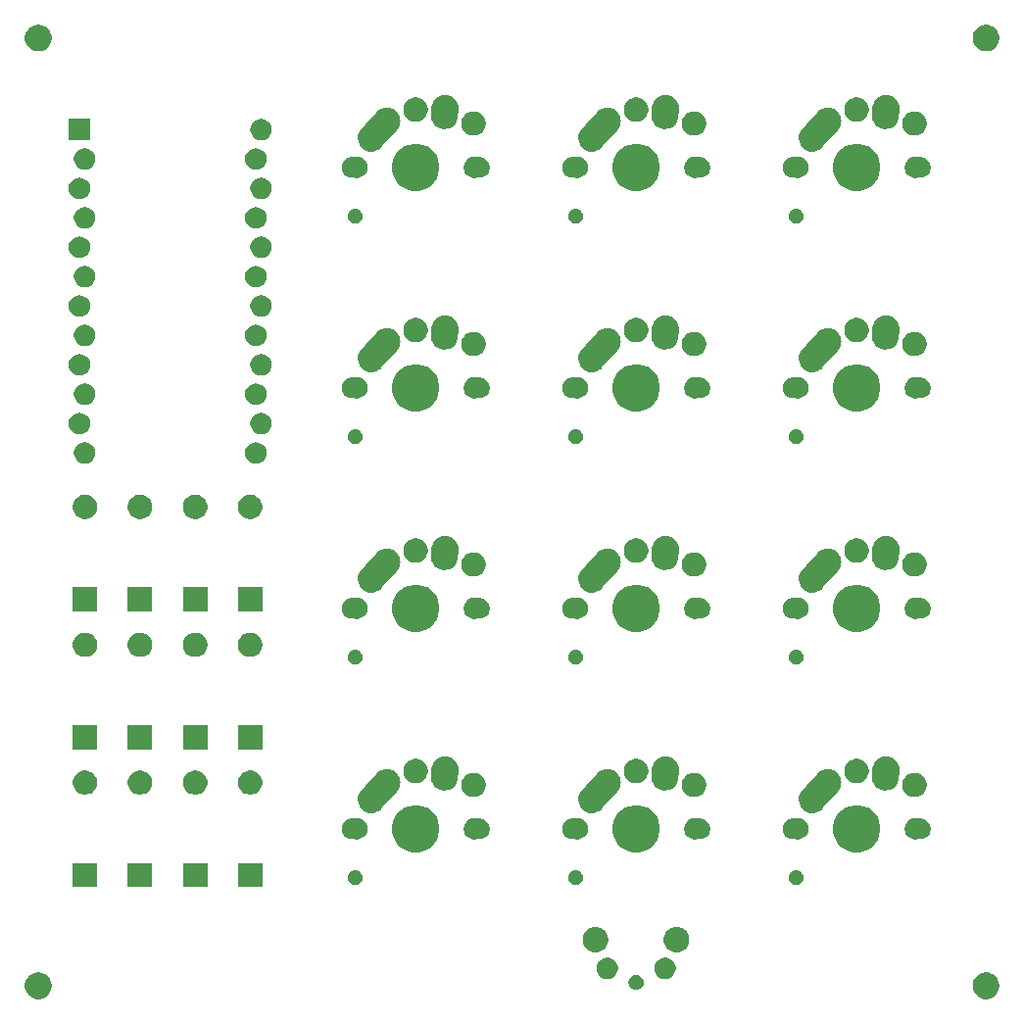
<source format=gbr>
G04 #@! TF.GenerationSoftware,KiCad,Pcbnew,(5.1.2)-1*
G04 #@! TF.CreationDate,2019-05-28T21:20:31-05:00*
G04 #@! TF.ProjectId,Main_PCB_MXALPSCHOC,4d61696e-5f50-4434-925f-4d58414c5053,rev?*
G04 #@! TF.SameCoordinates,Original*
G04 #@! TF.FileFunction,Soldermask,Top*
G04 #@! TF.FilePolarity,Negative*
%FSLAX46Y46*%
G04 Gerber Fmt 4.6, Leading zero omitted, Abs format (unit mm)*
G04 Created by KiCad (PCBNEW (5.1.2)-1) date 2019-05-28 21:20:31*
%MOMM*%
%LPD*%
G04 APERTURE LIST*
%ADD10C,0.100000*%
G04 APERTURE END LIST*
D10*
G36*
X125835730Y-133893230D02*
G01*
X126045200Y-133980000D01*
X126233720Y-134105960D01*
X126394040Y-134266280D01*
X126520000Y-134454800D01*
X126606770Y-134664270D01*
X126651000Y-134886640D01*
X126651000Y-135113370D01*
X126606770Y-135335730D01*
X126520000Y-135545200D01*
X126394040Y-135733720D01*
X126233720Y-135894040D01*
X126045200Y-136020000D01*
X125835730Y-136106770D01*
X125613370Y-136151000D01*
X125386640Y-136151000D01*
X125164270Y-136106770D01*
X124954800Y-136020000D01*
X124766280Y-135894040D01*
X124605960Y-135733720D01*
X124480000Y-135545200D01*
X124393230Y-135335730D01*
X124349000Y-135113370D01*
X124349000Y-134886640D01*
X124393230Y-134664270D01*
X124480000Y-134454800D01*
X124605960Y-134266280D01*
X124766280Y-134105960D01*
X124954800Y-133980000D01*
X125164270Y-133893230D01*
X125386640Y-133849000D01*
X125613370Y-133849000D01*
X125835730Y-133893230D01*
G37*
G36*
X43935730Y-133893230D02*
G01*
X44145200Y-133980000D01*
X44333720Y-134105960D01*
X44494040Y-134266280D01*
X44620000Y-134454800D01*
X44706770Y-134664270D01*
X44751000Y-134886640D01*
X44751000Y-135113370D01*
X44706770Y-135335730D01*
X44620000Y-135545200D01*
X44494040Y-135733720D01*
X44333720Y-135894040D01*
X44145200Y-136020000D01*
X43935730Y-136106770D01*
X43713370Y-136151000D01*
X43486640Y-136151000D01*
X43264270Y-136106770D01*
X43054800Y-136020000D01*
X42866280Y-135894040D01*
X42705960Y-135733720D01*
X42580000Y-135545200D01*
X42493230Y-135335730D01*
X42449000Y-135113370D01*
X42449000Y-134886640D01*
X42493230Y-134664270D01*
X42580000Y-134454800D01*
X42705960Y-134266280D01*
X42866280Y-134105960D01*
X43054800Y-133980000D01*
X43264270Y-133893230D01*
X43486640Y-133849000D01*
X43713370Y-133849000D01*
X43935730Y-133893230D01*
G37*
G36*
X95439890Y-134084020D02*
G01*
X95558360Y-134133090D01*
X95664990Y-134204340D01*
X95755660Y-134295010D01*
X95755670Y-134295010D01*
X95819410Y-134390410D01*
X95826910Y-134401640D01*
X95875980Y-134520110D01*
X95901000Y-134645880D01*
X95901000Y-134774120D01*
X95875980Y-134899890D01*
X95826910Y-135018360D01*
X95755660Y-135124990D01*
X95664990Y-135215660D01*
X95558360Y-135286910D01*
X95439890Y-135335980D01*
X95314120Y-135361000D01*
X95185880Y-135361000D01*
X95060110Y-135335980D01*
X94941640Y-135286910D01*
X94835010Y-135215660D01*
X94744340Y-135124990D01*
X94673090Y-135018360D01*
X94624020Y-134899890D01*
X94599000Y-134774120D01*
X94599000Y-134645880D01*
X94624020Y-134520110D01*
X94673090Y-134401640D01*
X94680590Y-134390410D01*
X94744340Y-134295010D01*
X94835010Y-134204340D01*
X94941640Y-134133090D01*
X95060110Y-134084020D01*
X95185880Y-134059000D01*
X95314120Y-134059000D01*
X95439890Y-134084020D01*
G37*
G36*
X98020100Y-132609590D02*
G01*
X98188630Y-132679390D01*
X98340290Y-132780730D01*
X98469270Y-132909710D01*
X98570610Y-133061370D01*
X98640420Y-133229900D01*
X98676000Y-133408800D01*
X98676000Y-133591200D01*
X98640420Y-133770100D01*
X98570610Y-133938630D01*
X98469270Y-134090290D01*
X98340290Y-134219270D01*
X98188630Y-134320610D01*
X98020100Y-134390420D01*
X97841200Y-134426000D01*
X97658800Y-134426000D01*
X97479900Y-134390420D01*
X97311370Y-134320610D01*
X97159710Y-134219270D01*
X97030730Y-134090290D01*
X96929390Y-133938630D01*
X96859590Y-133770100D01*
X96824000Y-133591200D01*
X96824000Y-133408800D01*
X96859590Y-133229900D01*
X96929390Y-133061370D01*
X97030730Y-132909710D01*
X97159710Y-132780730D01*
X97311370Y-132679390D01*
X97479900Y-132609590D01*
X97658800Y-132574000D01*
X97841200Y-132574000D01*
X98020100Y-132609590D01*
G37*
G36*
X93020100Y-132609590D02*
G01*
X93188630Y-132679390D01*
X93340290Y-132780730D01*
X93469270Y-132909710D01*
X93570610Y-133061370D01*
X93640420Y-133229900D01*
X93676000Y-133408800D01*
X93676000Y-133591200D01*
X93640420Y-133770100D01*
X93570610Y-133938630D01*
X93469270Y-134090290D01*
X93340290Y-134219270D01*
X93188630Y-134320610D01*
X93020100Y-134390420D01*
X92841200Y-134426000D01*
X92658800Y-134426000D01*
X92479900Y-134390420D01*
X92311370Y-134320610D01*
X92159710Y-134219270D01*
X92030730Y-134090290D01*
X91929390Y-133938630D01*
X91859590Y-133770100D01*
X91824000Y-133591200D01*
X91824000Y-133408800D01*
X91859590Y-133229900D01*
X91929390Y-133061370D01*
X92030730Y-132909710D01*
X92159710Y-132780730D01*
X92311370Y-132679390D01*
X92479900Y-132609590D01*
X92658800Y-132574000D01*
X92841200Y-132574000D01*
X93020100Y-132609590D01*
G37*
G36*
X91954800Y-129930160D02*
G01*
X92061150Y-129951310D01*
X92131990Y-129980650D01*
X92261520Y-130034310D01*
X92441850Y-130154800D01*
X92595200Y-130308150D01*
X92715700Y-130488480D01*
X92798690Y-130688850D01*
X92841000Y-130901560D01*
X92841000Y-131118440D01*
X92798690Y-131331150D01*
X92715700Y-131531520D01*
X92595200Y-131711850D01*
X92441850Y-131865200D01*
X92261520Y-131985700D01*
X92131990Y-132039350D01*
X92061150Y-132068690D01*
X91954790Y-132089850D01*
X91848440Y-132111000D01*
X91631560Y-132111000D01*
X91525210Y-132089850D01*
X91418850Y-132068690D01*
X91348010Y-132039350D01*
X91218480Y-131985700D01*
X91038150Y-131865200D01*
X90884800Y-131711850D01*
X90764310Y-131531520D01*
X90681310Y-131331150D01*
X90639000Y-131118440D01*
X90639000Y-130901560D01*
X90681310Y-130688850D01*
X90764310Y-130488480D01*
X90884800Y-130308150D01*
X91038150Y-130154800D01*
X91218480Y-130034310D01*
X91348010Y-129980650D01*
X91418850Y-129951310D01*
X91525210Y-129930160D01*
X91631560Y-129909000D01*
X91848440Y-129909000D01*
X91954800Y-129930160D01*
G37*
G36*
X98964800Y-129930160D02*
G01*
X99071150Y-129951310D01*
X99141990Y-129980650D01*
X99271520Y-130034310D01*
X99451850Y-130154800D01*
X99605200Y-130308150D01*
X99725700Y-130488480D01*
X99808690Y-130688850D01*
X99851000Y-130901560D01*
X99851000Y-131118440D01*
X99808690Y-131331150D01*
X99725700Y-131531520D01*
X99605200Y-131711850D01*
X99451850Y-131865200D01*
X99271520Y-131985700D01*
X99141990Y-132039350D01*
X99071150Y-132068690D01*
X98964790Y-132089850D01*
X98858440Y-132111000D01*
X98641560Y-132111000D01*
X98535210Y-132089850D01*
X98428850Y-132068690D01*
X98358010Y-132039350D01*
X98228480Y-131985700D01*
X98048150Y-131865200D01*
X97894800Y-131711850D01*
X97774310Y-131531520D01*
X97691310Y-131331150D01*
X97649000Y-131118440D01*
X97649000Y-130901560D01*
X97691310Y-130688850D01*
X97774310Y-130488480D01*
X97894800Y-130308150D01*
X98048150Y-130154800D01*
X98228480Y-130034310D01*
X98358010Y-129980650D01*
X98428850Y-129951310D01*
X98535210Y-129930160D01*
X98641560Y-129909000D01*
X98858440Y-129909000D01*
X98964800Y-129930160D01*
G37*
G36*
X48676000Y-126494750D02*
G01*
X46574000Y-126494750D01*
X46574000Y-124392750D01*
X48676000Y-124392750D01*
X48676000Y-126494750D01*
G37*
G36*
X53438500Y-126494750D02*
G01*
X51336500Y-126494750D01*
X51336500Y-124392750D01*
X53438500Y-124392750D01*
X53438500Y-126494750D01*
G37*
G36*
X58201000Y-126494750D02*
G01*
X56099000Y-126494750D01*
X56099000Y-124392750D01*
X58201000Y-124392750D01*
X58201000Y-126494750D01*
G37*
G36*
X62963500Y-126494750D02*
G01*
X60861500Y-126494750D01*
X60861500Y-124392750D01*
X62963500Y-124392750D01*
X62963500Y-126494750D01*
G37*
G36*
X90219890Y-125017770D02*
G01*
X90338360Y-125066840D01*
X90444990Y-125138090D01*
X90535660Y-125228760D01*
X90606910Y-125335390D01*
X90655980Y-125453860D01*
X90681000Y-125579630D01*
X90681000Y-125707870D01*
X90655980Y-125833640D01*
X90606910Y-125952110D01*
X90535660Y-126058740D01*
X90444990Y-126149410D01*
X90338360Y-126220660D01*
X90219890Y-126269730D01*
X90094120Y-126294750D01*
X89965880Y-126294750D01*
X89840110Y-126269730D01*
X89721640Y-126220660D01*
X89615010Y-126149410D01*
X89524340Y-126058740D01*
X89453090Y-125952110D01*
X89404020Y-125833640D01*
X89379000Y-125707870D01*
X89379000Y-125579630D01*
X89404020Y-125453860D01*
X89453090Y-125335390D01*
X89524340Y-125228760D01*
X89615010Y-125138090D01*
X89721640Y-125066840D01*
X89840110Y-125017770D01*
X89965880Y-124992750D01*
X90094120Y-124992750D01*
X90219890Y-125017770D01*
G37*
G36*
X109269890Y-125017770D02*
G01*
X109388360Y-125066840D01*
X109494990Y-125138090D01*
X109585660Y-125228760D01*
X109656910Y-125335390D01*
X109705980Y-125453860D01*
X109731000Y-125579630D01*
X109731000Y-125707870D01*
X109705980Y-125833640D01*
X109656910Y-125952110D01*
X109585660Y-126058740D01*
X109494990Y-126149410D01*
X109388360Y-126220660D01*
X109269890Y-126269730D01*
X109144120Y-126294750D01*
X109015880Y-126294750D01*
X108890110Y-126269730D01*
X108771640Y-126220660D01*
X108665010Y-126149410D01*
X108574340Y-126058740D01*
X108503090Y-125952110D01*
X108454020Y-125833640D01*
X108429000Y-125707870D01*
X108429000Y-125579630D01*
X108454020Y-125453860D01*
X108503090Y-125335390D01*
X108574340Y-125228760D01*
X108665010Y-125138090D01*
X108771640Y-125066840D01*
X108890110Y-125017770D01*
X109015880Y-124992750D01*
X109144120Y-124992750D01*
X109269890Y-125017770D01*
G37*
G36*
X71169890Y-125017770D02*
G01*
X71288360Y-125066840D01*
X71394990Y-125138090D01*
X71485660Y-125228760D01*
X71556910Y-125335390D01*
X71605980Y-125453860D01*
X71631000Y-125579630D01*
X71631000Y-125707870D01*
X71605980Y-125833640D01*
X71556910Y-125952110D01*
X71485660Y-126058740D01*
X71394990Y-126149410D01*
X71288360Y-126220660D01*
X71169890Y-126269730D01*
X71044120Y-126294750D01*
X70915880Y-126294750D01*
X70790110Y-126269730D01*
X70671640Y-126220660D01*
X70565010Y-126149410D01*
X70474340Y-126058740D01*
X70403090Y-125952110D01*
X70354020Y-125833640D01*
X70329000Y-125707870D01*
X70329000Y-125579630D01*
X70354020Y-125453860D01*
X70403090Y-125335390D01*
X70474340Y-125228760D01*
X70565010Y-125138090D01*
X70671640Y-125066840D01*
X70790110Y-125017770D01*
X70915880Y-124992750D01*
X71044120Y-124992750D01*
X71169890Y-125017770D01*
G37*
G36*
X76796470Y-119477430D02*
G01*
X76796470Y-119477440D01*
X76796480Y-119477440D01*
X77168620Y-119631580D01*
X77503550Y-119855370D01*
X77788380Y-120140200D01*
X78012170Y-120475130D01*
X78123500Y-120743900D01*
X78166320Y-120847280D01*
X78244900Y-121242340D01*
X78244900Y-121645160D01*
X78170720Y-122018100D01*
X78166320Y-122040230D01*
X78012170Y-122412370D01*
X77788380Y-122747300D01*
X77503550Y-123032130D01*
X77168620Y-123255920D01*
X76796480Y-123410070D01*
X76796470Y-123410070D01*
X76401410Y-123488650D01*
X75998590Y-123488650D01*
X75603530Y-123410070D01*
X75231380Y-123255920D01*
X74896450Y-123032130D01*
X74611620Y-122747300D01*
X74387830Y-122412370D01*
X74233690Y-122040230D01*
X74229290Y-122018100D01*
X74155100Y-121645160D01*
X74155100Y-121242340D01*
X74233680Y-120847280D01*
X74276500Y-120743900D01*
X74387830Y-120475130D01*
X74611620Y-120140200D01*
X74896450Y-119855370D01*
X75231380Y-119631580D01*
X75603530Y-119477440D01*
X75603530Y-119477430D01*
X75998590Y-119398850D01*
X76401410Y-119398850D01*
X76796470Y-119477430D01*
G37*
G36*
X95846470Y-119477430D02*
G01*
X95846470Y-119477440D01*
X95846480Y-119477440D01*
X96218620Y-119631580D01*
X96553550Y-119855370D01*
X96838380Y-120140200D01*
X97062170Y-120475130D01*
X97173500Y-120743900D01*
X97216320Y-120847280D01*
X97294900Y-121242340D01*
X97294900Y-121645160D01*
X97220720Y-122018100D01*
X97216320Y-122040230D01*
X97062170Y-122412370D01*
X96838380Y-122747300D01*
X96553550Y-123032130D01*
X96218620Y-123255920D01*
X95846480Y-123410070D01*
X95846470Y-123410070D01*
X95451410Y-123488650D01*
X95048590Y-123488650D01*
X94653530Y-123410070D01*
X94281380Y-123255920D01*
X93946450Y-123032130D01*
X93661620Y-122747300D01*
X93437830Y-122412370D01*
X93283690Y-122040230D01*
X93279290Y-122018100D01*
X93205100Y-121645160D01*
X93205100Y-121242340D01*
X93283680Y-120847280D01*
X93326500Y-120743900D01*
X93437830Y-120475130D01*
X93661620Y-120140200D01*
X93946450Y-119855370D01*
X94281380Y-119631580D01*
X94653530Y-119477440D01*
X94653530Y-119477430D01*
X95048590Y-119398850D01*
X95451410Y-119398850D01*
X95846470Y-119477430D01*
G37*
G36*
X114896470Y-119477430D02*
G01*
X114896470Y-119477440D01*
X114896480Y-119477440D01*
X115268620Y-119631580D01*
X115603550Y-119855370D01*
X115888380Y-120140200D01*
X116112170Y-120475130D01*
X116223500Y-120743900D01*
X116266320Y-120847280D01*
X116344900Y-121242340D01*
X116344900Y-121645160D01*
X116270720Y-122018100D01*
X116266320Y-122040230D01*
X116112170Y-122412370D01*
X115888380Y-122747300D01*
X115603550Y-123032130D01*
X115268620Y-123255920D01*
X114896480Y-123410070D01*
X114896470Y-123410070D01*
X114501410Y-123488650D01*
X114098590Y-123488650D01*
X113703530Y-123410070D01*
X113331380Y-123255920D01*
X112996450Y-123032130D01*
X112711620Y-122747300D01*
X112487830Y-122412370D01*
X112333690Y-122040230D01*
X112329290Y-122018100D01*
X112255100Y-121645160D01*
X112255100Y-121242340D01*
X112333680Y-120847280D01*
X112376500Y-120743900D01*
X112487830Y-120475130D01*
X112711620Y-120140200D01*
X112996450Y-119855370D01*
X113331380Y-119631580D01*
X113703530Y-119477440D01*
X113703530Y-119477430D01*
X114098590Y-119398850D01*
X114501410Y-119398850D01*
X114896470Y-119477430D01*
G37*
G36*
X71390100Y-120553340D02*
G01*
X71558630Y-120623140D01*
X71710290Y-120724480D01*
X71839270Y-120853460D01*
X71940610Y-121005120D01*
X72010420Y-121173650D01*
X72046000Y-121352550D01*
X72046000Y-121534950D01*
X72010420Y-121713850D01*
X71940610Y-121882380D01*
X71839270Y-122034040D01*
X71710290Y-122163020D01*
X71558630Y-122264360D01*
X71390100Y-122334170D01*
X71211200Y-122369750D01*
X71028800Y-122369750D01*
X70870300Y-122338220D01*
X70845930Y-122335820D01*
X70821550Y-122338220D01*
X70788740Y-122344750D01*
X70611260Y-122344750D01*
X70437190Y-122310130D01*
X70273220Y-122242210D01*
X70125650Y-122143600D01*
X70000150Y-122018100D01*
X69901540Y-121870530D01*
X69833620Y-121706560D01*
X69799000Y-121532490D01*
X69799000Y-121355010D01*
X69833620Y-121180940D01*
X69901540Y-121016970D01*
X70000150Y-120869400D01*
X70125650Y-120743900D01*
X70273220Y-120645290D01*
X70437190Y-120577370D01*
X70611260Y-120542750D01*
X70788740Y-120542750D01*
X70821550Y-120549280D01*
X70845930Y-120551680D01*
X70870300Y-120549280D01*
X71028800Y-120517750D01*
X71211200Y-120517750D01*
X71390100Y-120553340D01*
G37*
G36*
X81529700Y-120549280D02*
G01*
X81554070Y-120551680D01*
X81578450Y-120549280D01*
X81611260Y-120542750D01*
X81788740Y-120542750D01*
X81962810Y-120577370D01*
X82126780Y-120645290D01*
X82274350Y-120743900D01*
X82399850Y-120869400D01*
X82498460Y-121016970D01*
X82566380Y-121180940D01*
X82601000Y-121355010D01*
X82601000Y-121532490D01*
X82566380Y-121706560D01*
X82498460Y-121870530D01*
X82399850Y-122018100D01*
X82274350Y-122143600D01*
X82126780Y-122242210D01*
X81962810Y-122310130D01*
X81788740Y-122344750D01*
X81611260Y-122344750D01*
X81578450Y-122338220D01*
X81554070Y-122335820D01*
X81529700Y-122338220D01*
X81371200Y-122369750D01*
X81188800Y-122369750D01*
X81009900Y-122334170D01*
X80841370Y-122264360D01*
X80689710Y-122163020D01*
X80560730Y-122034040D01*
X80459390Y-121882380D01*
X80389590Y-121713850D01*
X80354000Y-121534950D01*
X80354000Y-121352550D01*
X80389590Y-121173650D01*
X80459390Y-121005120D01*
X80560730Y-120853460D01*
X80689710Y-120724480D01*
X80841370Y-120623140D01*
X81009900Y-120553340D01*
X81188800Y-120517750D01*
X81371200Y-120517750D01*
X81529700Y-120549280D01*
G37*
G36*
X109490100Y-120553340D02*
G01*
X109658630Y-120623140D01*
X109810290Y-120724480D01*
X109939270Y-120853460D01*
X110040610Y-121005120D01*
X110110420Y-121173650D01*
X110146000Y-121352550D01*
X110146000Y-121534950D01*
X110110420Y-121713850D01*
X110040610Y-121882380D01*
X109939270Y-122034040D01*
X109810290Y-122163020D01*
X109658630Y-122264360D01*
X109490100Y-122334170D01*
X109311200Y-122369750D01*
X109128800Y-122369750D01*
X108970300Y-122338220D01*
X108945930Y-122335820D01*
X108921550Y-122338220D01*
X108888740Y-122344750D01*
X108711260Y-122344750D01*
X108537190Y-122310130D01*
X108373220Y-122242210D01*
X108225650Y-122143600D01*
X108100150Y-122018100D01*
X108001540Y-121870530D01*
X107933620Y-121706560D01*
X107899000Y-121532490D01*
X107899000Y-121355010D01*
X107933620Y-121180940D01*
X108001540Y-121016970D01*
X108100150Y-120869400D01*
X108225650Y-120743900D01*
X108373220Y-120645290D01*
X108537190Y-120577370D01*
X108711260Y-120542750D01*
X108888740Y-120542750D01*
X108921550Y-120549280D01*
X108945930Y-120551680D01*
X108970300Y-120549280D01*
X109128800Y-120517750D01*
X109311200Y-120517750D01*
X109490100Y-120553340D01*
G37*
G36*
X119629700Y-120549280D02*
G01*
X119654070Y-120551680D01*
X119678450Y-120549280D01*
X119711260Y-120542750D01*
X119888740Y-120542750D01*
X120062810Y-120577370D01*
X120226780Y-120645290D01*
X120374350Y-120743900D01*
X120499850Y-120869400D01*
X120598460Y-121016970D01*
X120666380Y-121180940D01*
X120701000Y-121355010D01*
X120701000Y-121532490D01*
X120666380Y-121706560D01*
X120598460Y-121870530D01*
X120499850Y-122018100D01*
X120374350Y-122143600D01*
X120226780Y-122242210D01*
X120062810Y-122310130D01*
X119888740Y-122344750D01*
X119711260Y-122344750D01*
X119678450Y-122338220D01*
X119654070Y-122335820D01*
X119629700Y-122338220D01*
X119471200Y-122369750D01*
X119288800Y-122369750D01*
X119109900Y-122334170D01*
X118941370Y-122264360D01*
X118789710Y-122163020D01*
X118660730Y-122034040D01*
X118559390Y-121882380D01*
X118489590Y-121713850D01*
X118454000Y-121534950D01*
X118454000Y-121352550D01*
X118489590Y-121173650D01*
X118559390Y-121005120D01*
X118660730Y-120853460D01*
X118789710Y-120724480D01*
X118941370Y-120623140D01*
X119109900Y-120553340D01*
X119288800Y-120517750D01*
X119471200Y-120517750D01*
X119629700Y-120549280D01*
G37*
G36*
X100579700Y-120549280D02*
G01*
X100604070Y-120551680D01*
X100628450Y-120549280D01*
X100661260Y-120542750D01*
X100838740Y-120542750D01*
X101012810Y-120577370D01*
X101176780Y-120645290D01*
X101324350Y-120743900D01*
X101449850Y-120869400D01*
X101548460Y-121016970D01*
X101616380Y-121180940D01*
X101651000Y-121355010D01*
X101651000Y-121532490D01*
X101616380Y-121706560D01*
X101548460Y-121870530D01*
X101449850Y-122018100D01*
X101324350Y-122143600D01*
X101176780Y-122242210D01*
X101012810Y-122310130D01*
X100838740Y-122344750D01*
X100661260Y-122344750D01*
X100628450Y-122338220D01*
X100604070Y-122335820D01*
X100579700Y-122338220D01*
X100421200Y-122369750D01*
X100238800Y-122369750D01*
X100059900Y-122334170D01*
X99891370Y-122264360D01*
X99739710Y-122163020D01*
X99610730Y-122034040D01*
X99509390Y-121882380D01*
X99439590Y-121713850D01*
X99404000Y-121534950D01*
X99404000Y-121352550D01*
X99439590Y-121173650D01*
X99509390Y-121005120D01*
X99610730Y-120853460D01*
X99739710Y-120724480D01*
X99891370Y-120623140D01*
X100059900Y-120553340D01*
X100238800Y-120517750D01*
X100421200Y-120517750D01*
X100579700Y-120549280D01*
G37*
G36*
X90440100Y-120553340D02*
G01*
X90608630Y-120623140D01*
X90760290Y-120724480D01*
X90889270Y-120853460D01*
X90990610Y-121005120D01*
X91060420Y-121173650D01*
X91096000Y-121352550D01*
X91096000Y-121534950D01*
X91060420Y-121713850D01*
X90990610Y-121882380D01*
X90889270Y-122034040D01*
X90760290Y-122163020D01*
X90608630Y-122264360D01*
X90440100Y-122334170D01*
X90261200Y-122369750D01*
X90078800Y-122369750D01*
X89920300Y-122338220D01*
X89895930Y-122335820D01*
X89871550Y-122338220D01*
X89838740Y-122344750D01*
X89661260Y-122344750D01*
X89487190Y-122310130D01*
X89323220Y-122242210D01*
X89175650Y-122143600D01*
X89050150Y-122018100D01*
X88951540Y-121870530D01*
X88883620Y-121706560D01*
X88849000Y-121532490D01*
X88849000Y-121355010D01*
X88883620Y-121180940D01*
X88951540Y-121016970D01*
X89050150Y-120869400D01*
X89175650Y-120743900D01*
X89323220Y-120645290D01*
X89487190Y-120577370D01*
X89661260Y-120542750D01*
X89838740Y-120542750D01*
X89871550Y-120549280D01*
X89895930Y-120551680D01*
X89920300Y-120549280D01*
X90078800Y-120517750D01*
X90261200Y-120517750D01*
X90440100Y-120553340D01*
G37*
G36*
X73723350Y-116267630D02*
G01*
X73728810Y-116267750D01*
X73815830Y-116267750D01*
X73832040Y-116270980D01*
X73850910Y-116273260D01*
X73867510Y-116273990D01*
X73952330Y-116294780D01*
X73957620Y-116295960D01*
X74041900Y-116312720D01*
X74043030Y-116312940D01*
X74058320Y-116319280D01*
X74076390Y-116325200D01*
X74081000Y-116326330D01*
X74092500Y-116329150D01*
X74171540Y-116366040D01*
X74176530Y-116368240D01*
X74257050Y-116401590D01*
X74270820Y-116410800D01*
X74287390Y-116420130D01*
X74302410Y-116427140D01*
X74337420Y-116452840D01*
X74372660Y-116478700D01*
X74377170Y-116481860D01*
X74449660Y-116530290D01*
X74461380Y-116542020D01*
X74475810Y-116554400D01*
X74489160Y-116564200D01*
X74548000Y-116628470D01*
X74551780Y-116632410D01*
X74613460Y-116694090D01*
X74622680Y-116707900D01*
X74634420Y-116722860D01*
X74645590Y-116735050D01*
X74690710Y-116809480D01*
X74693650Y-116814110D01*
X74742160Y-116886710D01*
X74748520Y-116902050D01*
X74757110Y-116919020D01*
X74765680Y-116933150D01*
X74795400Y-117014940D01*
X74797370Y-117020000D01*
X74830810Y-117100720D01*
X74830810Y-117100730D01*
X74834050Y-117117030D01*
X74839160Y-117135330D01*
X74844810Y-117150870D01*
X74858000Y-117236800D01*
X74858950Y-117242220D01*
X74876000Y-117327920D01*
X74876000Y-117344570D01*
X74877450Y-117363530D01*
X74879950Y-117379840D01*
X74876120Y-117466710D01*
X74876000Y-117472140D01*
X74876000Y-117559580D01*
X74872750Y-117575910D01*
X74870470Y-117594770D01*
X74869750Y-117611260D01*
X74849050Y-117695690D01*
X74847870Y-117701000D01*
X74830810Y-117786780D01*
X74824430Y-117802180D01*
X74818510Y-117820230D01*
X74814590Y-117836250D01*
X74777830Y-117914980D01*
X74775640Y-117919960D01*
X74742160Y-118000800D01*
X74732900Y-118014650D01*
X74723570Y-118031210D01*
X74716590Y-118046160D01*
X74665200Y-118116180D01*
X74662060Y-118120680D01*
X74613460Y-118193410D01*
X74556280Y-118250590D01*
X74551630Y-118255490D01*
X73334120Y-119612440D01*
X73226730Y-119732120D01*
X73124290Y-119825900D01*
X73098680Y-119849350D01*
X73020680Y-119896640D01*
X72900590Y-119969440D01*
X72682880Y-120048570D01*
X72453900Y-120083710D01*
X72222480Y-120073510D01*
X71997490Y-120018350D01*
X71787580Y-119920350D01*
X71600840Y-119783300D01*
X71600830Y-119783300D01*
X71444400Y-119612440D01*
X71444400Y-119612430D01*
X71362560Y-119477440D01*
X71324310Y-119414340D01*
X71245180Y-119196630D01*
X71210040Y-118967650D01*
X71220250Y-118736230D01*
X71275400Y-118511240D01*
X71373400Y-118301330D01*
X71476110Y-118161380D01*
X71894000Y-117695630D01*
X72762840Y-116727290D01*
X72773730Y-116713260D01*
X72786540Y-116694090D01*
X72843380Y-116637250D01*
X72848030Y-116632340D01*
X72863250Y-116615380D01*
X72863260Y-116615380D01*
X72863260Y-116615370D01*
X72884950Y-116595520D01*
X72888900Y-116591730D01*
X72950340Y-116530290D01*
X72964060Y-116521130D01*
X72979030Y-116509390D01*
X72991300Y-116498150D01*
X73066100Y-116452800D01*
X73070660Y-116449900D01*
X73142960Y-116401590D01*
X73158210Y-116395270D01*
X73175150Y-116386690D01*
X73189400Y-116378060D01*
X73271570Y-116348190D01*
X73276620Y-116346230D01*
X73356970Y-116312940D01*
X73373170Y-116309720D01*
X73391470Y-116304610D01*
X73407110Y-116298920D01*
X73493520Y-116285660D01*
X73498880Y-116284720D01*
X73584170Y-116267750D01*
X73600700Y-116267750D01*
X73619640Y-116266310D01*
X73636090Y-116263780D01*
X73723350Y-116267630D01*
G37*
G36*
X92773350Y-116267630D02*
G01*
X92778810Y-116267750D01*
X92865830Y-116267750D01*
X92882040Y-116270980D01*
X92900910Y-116273260D01*
X92917510Y-116273990D01*
X93002330Y-116294780D01*
X93007620Y-116295960D01*
X93091900Y-116312720D01*
X93093030Y-116312940D01*
X93108320Y-116319280D01*
X93126390Y-116325200D01*
X93131000Y-116326330D01*
X93142500Y-116329150D01*
X93221540Y-116366040D01*
X93226530Y-116368240D01*
X93307050Y-116401590D01*
X93320820Y-116410800D01*
X93337390Y-116420130D01*
X93352410Y-116427140D01*
X93387420Y-116452840D01*
X93422660Y-116478700D01*
X93427170Y-116481860D01*
X93499660Y-116530290D01*
X93511380Y-116542020D01*
X93525810Y-116554400D01*
X93539160Y-116564200D01*
X93598000Y-116628470D01*
X93601780Y-116632410D01*
X93663460Y-116694090D01*
X93672680Y-116707900D01*
X93684420Y-116722860D01*
X93695590Y-116735050D01*
X93740710Y-116809480D01*
X93743650Y-116814110D01*
X93792160Y-116886710D01*
X93798520Y-116902050D01*
X93807110Y-116919020D01*
X93815680Y-116933150D01*
X93845400Y-117014940D01*
X93847370Y-117020000D01*
X93880810Y-117100720D01*
X93880810Y-117100730D01*
X93884050Y-117117030D01*
X93889160Y-117135330D01*
X93894810Y-117150870D01*
X93908000Y-117236800D01*
X93908950Y-117242220D01*
X93926000Y-117327920D01*
X93926000Y-117344570D01*
X93927450Y-117363530D01*
X93929950Y-117379840D01*
X93926120Y-117466710D01*
X93926000Y-117472140D01*
X93926000Y-117559580D01*
X93922750Y-117575910D01*
X93920470Y-117594770D01*
X93919750Y-117611260D01*
X93899050Y-117695690D01*
X93897870Y-117701000D01*
X93880810Y-117786780D01*
X93874430Y-117802180D01*
X93868510Y-117820230D01*
X93864590Y-117836250D01*
X93827830Y-117914980D01*
X93825640Y-117919960D01*
X93792160Y-118000800D01*
X93782900Y-118014650D01*
X93773570Y-118031210D01*
X93766590Y-118046160D01*
X93715200Y-118116180D01*
X93712060Y-118120680D01*
X93663460Y-118193410D01*
X93606280Y-118250590D01*
X93601630Y-118255490D01*
X92384120Y-119612440D01*
X92276730Y-119732120D01*
X92174290Y-119825900D01*
X92148680Y-119849350D01*
X92070680Y-119896640D01*
X91950590Y-119969440D01*
X91732880Y-120048570D01*
X91503900Y-120083710D01*
X91272480Y-120073510D01*
X91047490Y-120018350D01*
X90837580Y-119920350D01*
X90650840Y-119783300D01*
X90650830Y-119783300D01*
X90494400Y-119612440D01*
X90494400Y-119612430D01*
X90412560Y-119477440D01*
X90374310Y-119414340D01*
X90295180Y-119196630D01*
X90260040Y-118967650D01*
X90270250Y-118736230D01*
X90325400Y-118511240D01*
X90423400Y-118301330D01*
X90526110Y-118161380D01*
X90944000Y-117695630D01*
X91812840Y-116727290D01*
X91823730Y-116713260D01*
X91836540Y-116694090D01*
X91893380Y-116637250D01*
X91898030Y-116632340D01*
X91913250Y-116615380D01*
X91913260Y-116615380D01*
X91913260Y-116615370D01*
X91934950Y-116595520D01*
X91938900Y-116591730D01*
X92000340Y-116530290D01*
X92014060Y-116521130D01*
X92029030Y-116509390D01*
X92041300Y-116498150D01*
X92116100Y-116452800D01*
X92120660Y-116449900D01*
X92192960Y-116401590D01*
X92208210Y-116395270D01*
X92225150Y-116386690D01*
X92239400Y-116378060D01*
X92321570Y-116348190D01*
X92326620Y-116346230D01*
X92406970Y-116312940D01*
X92423170Y-116309720D01*
X92441470Y-116304610D01*
X92457110Y-116298920D01*
X92543520Y-116285660D01*
X92548880Y-116284720D01*
X92634170Y-116267750D01*
X92650700Y-116267750D01*
X92669640Y-116266310D01*
X92686090Y-116263780D01*
X92773350Y-116267630D01*
G37*
G36*
X111823350Y-116267630D02*
G01*
X111828810Y-116267750D01*
X111915830Y-116267750D01*
X111932040Y-116270980D01*
X111950910Y-116273260D01*
X111967510Y-116273990D01*
X112052330Y-116294780D01*
X112057620Y-116295960D01*
X112141900Y-116312720D01*
X112143030Y-116312940D01*
X112158320Y-116319280D01*
X112176390Y-116325200D01*
X112181000Y-116326330D01*
X112192500Y-116329150D01*
X112271540Y-116366040D01*
X112276530Y-116368240D01*
X112357050Y-116401590D01*
X112370820Y-116410800D01*
X112387390Y-116420130D01*
X112402410Y-116427140D01*
X112437420Y-116452840D01*
X112472660Y-116478700D01*
X112477170Y-116481860D01*
X112549660Y-116530290D01*
X112561380Y-116542020D01*
X112575810Y-116554400D01*
X112589160Y-116564200D01*
X112648000Y-116628470D01*
X112651780Y-116632410D01*
X112713460Y-116694090D01*
X112722680Y-116707900D01*
X112734420Y-116722860D01*
X112745590Y-116735050D01*
X112790710Y-116809480D01*
X112793650Y-116814110D01*
X112842160Y-116886710D01*
X112848520Y-116902050D01*
X112857110Y-116919020D01*
X112865680Y-116933150D01*
X112895400Y-117014940D01*
X112897370Y-117020000D01*
X112930810Y-117100720D01*
X112930810Y-117100730D01*
X112934050Y-117117030D01*
X112939160Y-117135330D01*
X112944810Y-117150870D01*
X112958000Y-117236800D01*
X112958950Y-117242220D01*
X112976000Y-117327920D01*
X112976000Y-117344570D01*
X112977450Y-117363530D01*
X112979950Y-117379840D01*
X112976120Y-117466710D01*
X112976000Y-117472140D01*
X112976000Y-117559580D01*
X112972750Y-117575910D01*
X112970470Y-117594770D01*
X112969750Y-117611260D01*
X112949050Y-117695690D01*
X112947870Y-117701000D01*
X112930810Y-117786780D01*
X112924430Y-117802180D01*
X112918510Y-117820230D01*
X112914590Y-117836250D01*
X112877830Y-117914980D01*
X112875640Y-117919960D01*
X112842160Y-118000800D01*
X112832900Y-118014650D01*
X112823570Y-118031210D01*
X112816590Y-118046160D01*
X112765200Y-118116180D01*
X112762060Y-118120680D01*
X112713460Y-118193410D01*
X112656280Y-118250590D01*
X112651630Y-118255490D01*
X111434120Y-119612440D01*
X111326730Y-119732120D01*
X111224290Y-119825900D01*
X111198680Y-119849350D01*
X111120680Y-119896640D01*
X111000590Y-119969440D01*
X110782880Y-120048570D01*
X110553900Y-120083710D01*
X110322480Y-120073510D01*
X110097490Y-120018350D01*
X109887580Y-119920350D01*
X109700840Y-119783300D01*
X109700830Y-119783300D01*
X109544400Y-119612440D01*
X109544400Y-119612430D01*
X109462560Y-119477440D01*
X109424310Y-119414340D01*
X109345180Y-119196630D01*
X109310040Y-118967650D01*
X109320250Y-118736230D01*
X109375400Y-118511240D01*
X109473400Y-118301330D01*
X109576110Y-118161380D01*
X109994000Y-117695630D01*
X110862840Y-116727290D01*
X110873730Y-116713260D01*
X110886540Y-116694090D01*
X110943380Y-116637250D01*
X110948030Y-116632340D01*
X110963250Y-116615380D01*
X110963260Y-116615380D01*
X110963260Y-116615370D01*
X110984950Y-116595520D01*
X110988900Y-116591730D01*
X111050340Y-116530290D01*
X111064060Y-116521130D01*
X111079030Y-116509390D01*
X111091300Y-116498150D01*
X111166100Y-116452800D01*
X111170660Y-116449900D01*
X111242960Y-116401590D01*
X111258210Y-116395270D01*
X111275150Y-116386690D01*
X111289400Y-116378060D01*
X111371570Y-116348190D01*
X111376620Y-116346230D01*
X111456970Y-116312940D01*
X111473170Y-116309720D01*
X111491470Y-116304610D01*
X111507110Y-116298920D01*
X111593520Y-116285660D01*
X111598880Y-116284720D01*
X111684170Y-116267750D01*
X111700700Y-116267750D01*
X111719640Y-116266310D01*
X111736090Y-116263780D01*
X111823350Y-116267630D01*
G37*
G36*
X119606570Y-116633140D02*
G01*
X119797830Y-116712370D01*
X119969980Y-116827390D01*
X120116360Y-116973770D01*
X120231390Y-117145920D01*
X120310610Y-117337190D01*
X120351000Y-117540230D01*
X120351000Y-117747270D01*
X120310610Y-117950320D01*
X120231390Y-118141580D01*
X120116360Y-118313730D01*
X119969980Y-118460110D01*
X119797830Y-118575140D01*
X119606570Y-118654360D01*
X119403520Y-118694750D01*
X119196480Y-118694750D01*
X118993440Y-118654360D01*
X118802170Y-118575140D01*
X118630020Y-118460110D01*
X118483640Y-118313730D01*
X118368620Y-118141580D01*
X118289390Y-117950320D01*
X118249000Y-117747270D01*
X118249000Y-117540230D01*
X118289390Y-117337190D01*
X118368620Y-117145920D01*
X118483640Y-116973770D01*
X118630020Y-116827390D01*
X118802170Y-116712370D01*
X118993440Y-116633140D01*
X119196480Y-116592750D01*
X119403520Y-116592750D01*
X119606570Y-116633140D01*
G37*
G36*
X81506570Y-116633140D02*
G01*
X81697830Y-116712370D01*
X81869980Y-116827390D01*
X82016360Y-116973770D01*
X82131390Y-117145920D01*
X82210610Y-117337190D01*
X82251000Y-117540230D01*
X82251000Y-117747270D01*
X82210610Y-117950320D01*
X82131390Y-118141580D01*
X82016360Y-118313730D01*
X81869980Y-118460110D01*
X81697830Y-118575140D01*
X81506570Y-118654360D01*
X81303520Y-118694750D01*
X81096480Y-118694750D01*
X80893440Y-118654360D01*
X80702170Y-118575140D01*
X80530020Y-118460110D01*
X80383640Y-118313730D01*
X80268620Y-118141580D01*
X80189390Y-117950320D01*
X80149000Y-117747270D01*
X80149000Y-117540230D01*
X80189390Y-117337190D01*
X80268620Y-117145920D01*
X80383640Y-116973770D01*
X80530020Y-116827390D01*
X80702170Y-116712370D01*
X80893440Y-116633140D01*
X81096480Y-116592750D01*
X81303520Y-116592750D01*
X81506570Y-116633140D01*
G37*
G36*
X100556570Y-116633140D02*
G01*
X100747830Y-116712370D01*
X100919980Y-116827390D01*
X101066360Y-116973770D01*
X101181390Y-117145920D01*
X101260610Y-117337190D01*
X101301000Y-117540230D01*
X101301000Y-117747270D01*
X101260610Y-117950320D01*
X101181390Y-118141580D01*
X101066360Y-118313730D01*
X100919980Y-118460110D01*
X100747830Y-118575140D01*
X100556570Y-118654360D01*
X100353520Y-118694750D01*
X100146480Y-118694750D01*
X99943440Y-118654360D01*
X99752170Y-118575140D01*
X99580020Y-118460110D01*
X99433640Y-118313730D01*
X99318620Y-118141580D01*
X99239390Y-117950320D01*
X99199000Y-117747270D01*
X99199000Y-117540230D01*
X99239390Y-117337190D01*
X99318620Y-117145920D01*
X99433640Y-116973770D01*
X99580020Y-116827390D01*
X99752170Y-116712370D01*
X99943440Y-116633140D01*
X100146480Y-116592750D01*
X100353520Y-116592750D01*
X100556570Y-116633140D01*
G37*
G36*
X52694070Y-116433140D02*
G01*
X52885330Y-116512370D01*
X53057480Y-116627390D01*
X53203860Y-116773770D01*
X53318890Y-116945920D01*
X53398110Y-117137190D01*
X53438500Y-117340230D01*
X53438500Y-117547270D01*
X53398110Y-117750320D01*
X53318890Y-117941580D01*
X53203860Y-118113730D01*
X53057480Y-118260110D01*
X52885330Y-118375140D01*
X52694070Y-118454360D01*
X52491020Y-118494750D01*
X52283980Y-118494750D01*
X52080940Y-118454360D01*
X51889670Y-118375140D01*
X51717520Y-118260110D01*
X51571140Y-118113730D01*
X51456120Y-117941580D01*
X51376890Y-117750320D01*
X51336500Y-117547270D01*
X51336500Y-117340230D01*
X51376890Y-117137190D01*
X51456120Y-116945920D01*
X51571140Y-116773770D01*
X51717520Y-116627390D01*
X51889670Y-116512370D01*
X52080940Y-116433140D01*
X52283980Y-116392750D01*
X52491020Y-116392750D01*
X52694070Y-116433140D01*
G37*
G36*
X47931570Y-116433140D02*
G01*
X48122830Y-116512370D01*
X48294980Y-116627390D01*
X48441360Y-116773770D01*
X48556390Y-116945920D01*
X48635610Y-117137190D01*
X48676000Y-117340230D01*
X48676000Y-117547270D01*
X48635610Y-117750320D01*
X48556390Y-117941580D01*
X48441360Y-118113730D01*
X48294980Y-118260110D01*
X48122830Y-118375140D01*
X47931570Y-118454360D01*
X47728520Y-118494750D01*
X47521480Y-118494750D01*
X47318440Y-118454360D01*
X47127170Y-118375140D01*
X46955020Y-118260110D01*
X46808640Y-118113730D01*
X46693620Y-117941580D01*
X46614390Y-117750320D01*
X46574000Y-117547270D01*
X46574000Y-117340230D01*
X46614390Y-117137190D01*
X46693620Y-116945920D01*
X46808640Y-116773770D01*
X46955020Y-116627390D01*
X47127170Y-116512370D01*
X47318440Y-116433140D01*
X47521480Y-116392750D01*
X47728520Y-116392750D01*
X47931570Y-116433140D01*
G37*
G36*
X62219070Y-116433140D02*
G01*
X62410330Y-116512370D01*
X62582480Y-116627390D01*
X62728860Y-116773770D01*
X62843890Y-116945920D01*
X62923110Y-117137190D01*
X62963500Y-117340230D01*
X62963500Y-117547270D01*
X62923110Y-117750320D01*
X62843890Y-117941580D01*
X62728860Y-118113730D01*
X62582480Y-118260110D01*
X62410330Y-118375140D01*
X62219070Y-118454360D01*
X62016020Y-118494750D01*
X61808980Y-118494750D01*
X61605940Y-118454360D01*
X61414670Y-118375140D01*
X61242520Y-118260110D01*
X61096140Y-118113730D01*
X60981120Y-117941580D01*
X60901890Y-117750320D01*
X60861500Y-117547270D01*
X60861500Y-117340230D01*
X60901890Y-117137190D01*
X60981120Y-116945920D01*
X61096140Y-116773770D01*
X61242520Y-116627390D01*
X61414670Y-116512370D01*
X61605940Y-116433140D01*
X61808980Y-116392750D01*
X62016020Y-116392750D01*
X62219070Y-116433140D01*
G37*
G36*
X57456570Y-116433140D02*
G01*
X57647830Y-116512370D01*
X57819980Y-116627390D01*
X57966360Y-116773770D01*
X58081390Y-116945920D01*
X58160610Y-117137190D01*
X58201000Y-117340230D01*
X58201000Y-117547270D01*
X58160610Y-117750320D01*
X58081390Y-117941580D01*
X57966360Y-118113730D01*
X57819980Y-118260110D01*
X57647830Y-118375140D01*
X57456570Y-118454360D01*
X57253520Y-118494750D01*
X57046480Y-118494750D01*
X56843440Y-118454360D01*
X56652170Y-118375140D01*
X56480020Y-118260110D01*
X56333640Y-118113730D01*
X56218620Y-117941580D01*
X56139390Y-117750320D01*
X56099000Y-117547270D01*
X56099000Y-117340230D01*
X56139390Y-117137190D01*
X56218620Y-116945920D01*
X56333640Y-116773770D01*
X56480020Y-116627390D01*
X56652170Y-116512370D01*
X56843440Y-116433140D01*
X57046480Y-116392750D01*
X57253520Y-116392750D01*
X57456570Y-116433140D01*
G37*
G36*
X78827440Y-115186030D02*
G01*
X78848110Y-115187750D01*
X78855830Y-115187750D01*
X78951700Y-115206820D01*
X78955360Y-115207490D01*
X79048370Y-115223100D01*
X79055000Y-115225610D01*
X79074940Y-115231330D01*
X79083030Y-115232940D01*
X79140590Y-115256790D01*
X79176070Y-115271480D01*
X79179560Y-115272870D01*
X79233360Y-115293280D01*
X79264960Y-115305270D01*
X79270520Y-115308740D01*
X79288950Y-115318240D01*
X79297050Y-115321590D01*
X79322800Y-115338800D01*
X79383090Y-115379080D01*
X79386210Y-115381110D01*
X79461360Y-115428110D01*
X79465770Y-115432260D01*
X79482000Y-115445170D01*
X79489660Y-115450290D01*
X79564590Y-115525220D01*
X79567220Y-115527780D01*
X79630020Y-115586900D01*
X79633280Y-115591480D01*
X79646680Y-115607310D01*
X79653460Y-115614090D01*
X79713500Y-115703950D01*
X79715610Y-115707010D01*
X79763190Y-115773780D01*
X79764460Y-115775550D01*
X79766600Y-115780330D01*
X79776660Y-115798480D01*
X79782160Y-115806710D01*
X79824150Y-115908080D01*
X79825640Y-115911520D01*
X79859510Y-115986810D01*
X79860620Y-115991630D01*
X79866940Y-116011390D01*
X79870810Y-116020720D01*
X79877600Y-116054890D01*
X79892440Y-116129460D01*
X79893230Y-116133140D01*
X79911520Y-116212550D01*
X79911670Y-116217300D01*
X79914010Y-116237920D01*
X79916000Y-116247930D01*
X79916000Y-116359390D01*
X79916060Y-116363100D01*
X79916750Y-116386070D01*
X79916290Y-116392820D01*
X79916000Y-116401280D01*
X79916000Y-116479580D01*
X79909010Y-116514750D01*
X79906890Y-116530620D01*
X79869350Y-117081370D01*
X79840620Y-117252580D01*
X79758450Y-117469170D01*
X79635610Y-117665570D01*
X79476810Y-117834230D01*
X79288170Y-117968670D01*
X79076910Y-118063720D01*
X78851180Y-118115730D01*
X78728210Y-118119430D01*
X78619630Y-118122700D01*
X78391170Y-118084370D01*
X78174580Y-118002200D01*
X77978180Y-117879360D01*
X77809520Y-117720560D01*
X77675090Y-117531920D01*
X77580030Y-117320660D01*
X77566080Y-117260120D01*
X77528020Y-117094930D01*
X77524370Y-116973770D01*
X77522790Y-116921400D01*
X77563710Y-116321200D01*
X77564000Y-116312720D01*
X77564000Y-116247930D01*
X77570090Y-116217300D01*
X77579830Y-116168350D01*
X77580490Y-116164740D01*
X77598920Y-116054890D01*
X77602540Y-116045360D01*
X77608260Y-116025420D01*
X77609190Y-116020720D01*
X77640470Y-115945210D01*
X77641810Y-115941830D01*
X77681090Y-115838300D01*
X77686430Y-115829760D01*
X77695930Y-115811330D01*
X77697840Y-115806710D01*
X77743870Y-115737830D01*
X77745890Y-115734700D01*
X77803930Y-115641900D01*
X77810680Y-115634730D01*
X77823600Y-115618500D01*
X77826540Y-115614090D01*
X77886300Y-115554340D01*
X77888850Y-115551700D01*
X77962730Y-115473240D01*
X77970490Y-115467710D01*
X77986320Y-115454310D01*
X77990340Y-115450290D01*
X78062370Y-115402160D01*
X78065420Y-115400060D01*
X78151380Y-115338800D01*
X78159700Y-115335060D01*
X78177850Y-115325000D01*
X78182960Y-115321590D01*
X78265280Y-115287490D01*
X78268700Y-115286010D01*
X78362620Y-115243750D01*
X78362630Y-115243750D01*
X78371080Y-115241800D01*
X78390840Y-115235480D01*
X78396970Y-115232940D01*
X78487030Y-115215030D01*
X78490710Y-115214240D01*
X78588370Y-115191740D01*
X78596520Y-115191490D01*
X78617140Y-115189150D01*
X78624170Y-115187750D01*
X78718940Y-115187750D01*
X78722700Y-115187690D01*
X78819910Y-115184770D01*
X78827440Y-115186030D01*
G37*
G36*
X97877440Y-115186030D02*
G01*
X97898110Y-115187750D01*
X97905830Y-115187750D01*
X98001700Y-115206820D01*
X98005360Y-115207490D01*
X98098370Y-115223100D01*
X98105000Y-115225610D01*
X98124940Y-115231330D01*
X98133030Y-115232940D01*
X98190590Y-115256790D01*
X98226070Y-115271480D01*
X98229560Y-115272870D01*
X98283360Y-115293280D01*
X98314960Y-115305270D01*
X98320520Y-115308740D01*
X98338950Y-115318240D01*
X98347050Y-115321590D01*
X98372800Y-115338800D01*
X98433090Y-115379080D01*
X98436210Y-115381110D01*
X98511360Y-115428110D01*
X98515770Y-115432260D01*
X98532000Y-115445170D01*
X98539660Y-115450290D01*
X98614590Y-115525220D01*
X98617220Y-115527780D01*
X98680020Y-115586900D01*
X98683280Y-115591480D01*
X98696680Y-115607310D01*
X98703460Y-115614090D01*
X98763500Y-115703950D01*
X98765610Y-115707010D01*
X98813190Y-115773780D01*
X98814460Y-115775550D01*
X98816600Y-115780330D01*
X98826660Y-115798480D01*
X98832160Y-115806710D01*
X98874150Y-115908080D01*
X98875640Y-115911520D01*
X98909510Y-115986810D01*
X98910620Y-115991630D01*
X98916940Y-116011390D01*
X98920810Y-116020720D01*
X98927600Y-116054890D01*
X98942440Y-116129460D01*
X98943230Y-116133140D01*
X98961520Y-116212550D01*
X98961670Y-116217300D01*
X98964010Y-116237920D01*
X98966000Y-116247930D01*
X98966000Y-116359390D01*
X98966060Y-116363100D01*
X98966750Y-116386070D01*
X98966290Y-116392820D01*
X98966000Y-116401280D01*
X98966000Y-116479580D01*
X98959010Y-116514750D01*
X98956890Y-116530620D01*
X98919350Y-117081370D01*
X98890620Y-117252580D01*
X98808450Y-117469170D01*
X98685610Y-117665570D01*
X98526810Y-117834230D01*
X98338170Y-117968670D01*
X98126910Y-118063720D01*
X97901180Y-118115730D01*
X97778210Y-118119430D01*
X97669630Y-118122700D01*
X97441170Y-118084370D01*
X97224580Y-118002200D01*
X97028180Y-117879360D01*
X96859520Y-117720560D01*
X96725090Y-117531920D01*
X96630030Y-117320660D01*
X96616080Y-117260120D01*
X96578020Y-117094930D01*
X96574370Y-116973770D01*
X96572790Y-116921400D01*
X96613710Y-116321200D01*
X96614000Y-116312720D01*
X96614000Y-116247930D01*
X96620090Y-116217300D01*
X96629830Y-116168350D01*
X96630490Y-116164740D01*
X96648920Y-116054890D01*
X96652540Y-116045360D01*
X96658260Y-116025420D01*
X96659190Y-116020720D01*
X96690470Y-115945210D01*
X96691810Y-115941830D01*
X96731090Y-115838300D01*
X96736430Y-115829760D01*
X96745930Y-115811330D01*
X96747840Y-115806710D01*
X96793870Y-115737830D01*
X96795890Y-115734700D01*
X96853930Y-115641900D01*
X96860680Y-115634730D01*
X96873600Y-115618500D01*
X96876540Y-115614090D01*
X96936300Y-115554340D01*
X96938850Y-115551700D01*
X97012730Y-115473240D01*
X97020490Y-115467710D01*
X97036320Y-115454310D01*
X97040340Y-115450290D01*
X97112370Y-115402160D01*
X97115420Y-115400060D01*
X97201380Y-115338800D01*
X97209700Y-115335060D01*
X97227850Y-115325000D01*
X97232960Y-115321590D01*
X97315280Y-115287490D01*
X97318700Y-115286010D01*
X97412620Y-115243750D01*
X97412630Y-115243750D01*
X97421080Y-115241800D01*
X97440840Y-115235480D01*
X97446970Y-115232940D01*
X97537030Y-115215030D01*
X97540710Y-115214240D01*
X97638370Y-115191740D01*
X97646520Y-115191490D01*
X97667140Y-115189150D01*
X97674170Y-115187750D01*
X97768940Y-115187750D01*
X97772700Y-115187690D01*
X97869910Y-115184770D01*
X97877440Y-115186030D01*
G37*
G36*
X116927440Y-115186030D02*
G01*
X116948110Y-115187750D01*
X116955830Y-115187750D01*
X117051700Y-115206820D01*
X117055360Y-115207490D01*
X117148370Y-115223100D01*
X117155000Y-115225610D01*
X117174940Y-115231330D01*
X117183030Y-115232940D01*
X117240590Y-115256790D01*
X117276070Y-115271480D01*
X117279560Y-115272870D01*
X117333360Y-115293280D01*
X117364960Y-115305270D01*
X117370520Y-115308740D01*
X117388950Y-115318240D01*
X117397050Y-115321590D01*
X117422800Y-115338800D01*
X117483090Y-115379080D01*
X117486210Y-115381110D01*
X117561360Y-115428110D01*
X117565770Y-115432260D01*
X117582000Y-115445170D01*
X117589660Y-115450290D01*
X117664590Y-115525220D01*
X117667220Y-115527780D01*
X117730020Y-115586900D01*
X117733280Y-115591480D01*
X117746680Y-115607310D01*
X117753460Y-115614090D01*
X117813500Y-115703950D01*
X117815610Y-115707010D01*
X117863190Y-115773780D01*
X117864460Y-115775550D01*
X117866600Y-115780330D01*
X117876660Y-115798480D01*
X117882160Y-115806710D01*
X117924150Y-115908080D01*
X117925640Y-115911520D01*
X117959510Y-115986810D01*
X117960620Y-115991630D01*
X117966940Y-116011390D01*
X117970810Y-116020720D01*
X117977600Y-116054890D01*
X117992440Y-116129460D01*
X117993230Y-116133140D01*
X118011520Y-116212550D01*
X118011670Y-116217300D01*
X118014010Y-116237920D01*
X118016000Y-116247930D01*
X118016000Y-116359390D01*
X118016060Y-116363100D01*
X118016750Y-116386070D01*
X118016290Y-116392820D01*
X118016000Y-116401280D01*
X118016000Y-116479580D01*
X118009010Y-116514750D01*
X118006890Y-116530620D01*
X117969350Y-117081370D01*
X117940620Y-117252580D01*
X117858450Y-117469170D01*
X117735610Y-117665570D01*
X117576810Y-117834230D01*
X117388170Y-117968670D01*
X117176910Y-118063720D01*
X116951180Y-118115730D01*
X116828210Y-118119430D01*
X116719630Y-118122700D01*
X116491170Y-118084370D01*
X116274580Y-118002200D01*
X116078180Y-117879360D01*
X115909520Y-117720560D01*
X115775090Y-117531920D01*
X115680030Y-117320660D01*
X115666080Y-117260120D01*
X115628020Y-117094930D01*
X115624370Y-116973770D01*
X115622790Y-116921400D01*
X115663710Y-116321200D01*
X115664000Y-116312720D01*
X115664000Y-116247930D01*
X115670090Y-116217300D01*
X115679830Y-116168350D01*
X115680490Y-116164740D01*
X115698920Y-116054890D01*
X115702540Y-116045360D01*
X115708260Y-116025420D01*
X115709190Y-116020720D01*
X115740470Y-115945210D01*
X115741810Y-115941830D01*
X115781090Y-115838300D01*
X115786430Y-115829760D01*
X115795930Y-115811330D01*
X115797840Y-115806710D01*
X115843870Y-115737830D01*
X115845890Y-115734700D01*
X115903930Y-115641900D01*
X115910680Y-115634730D01*
X115923600Y-115618500D01*
X115926540Y-115614090D01*
X115986300Y-115554340D01*
X115988850Y-115551700D01*
X116062730Y-115473240D01*
X116070490Y-115467710D01*
X116086320Y-115454310D01*
X116090340Y-115450290D01*
X116162370Y-115402160D01*
X116165420Y-115400060D01*
X116251380Y-115338800D01*
X116259700Y-115335060D01*
X116277850Y-115325000D01*
X116282960Y-115321590D01*
X116365280Y-115287490D01*
X116368700Y-115286010D01*
X116462620Y-115243750D01*
X116462630Y-115243750D01*
X116471080Y-115241800D01*
X116490840Y-115235480D01*
X116496970Y-115232940D01*
X116587030Y-115215030D01*
X116590710Y-115214240D01*
X116688370Y-115191740D01*
X116696520Y-115191490D01*
X116717140Y-115189150D01*
X116724170Y-115187750D01*
X116818940Y-115187750D01*
X116822700Y-115187690D01*
X116919910Y-115184770D01*
X116927440Y-115186030D01*
G37*
G36*
X95556570Y-115433140D02*
G01*
X95747830Y-115512370D01*
X95919980Y-115627390D01*
X96066360Y-115773770D01*
X96181390Y-115945920D01*
X96260610Y-116137190D01*
X96301000Y-116340230D01*
X96301000Y-116547270D01*
X96260610Y-116750320D01*
X96181390Y-116941580D01*
X96066360Y-117113730D01*
X95919980Y-117260110D01*
X95747830Y-117375140D01*
X95556570Y-117454360D01*
X95353520Y-117494750D01*
X95146480Y-117494750D01*
X94943440Y-117454360D01*
X94752170Y-117375140D01*
X94580020Y-117260110D01*
X94433640Y-117113730D01*
X94318620Y-116941580D01*
X94239390Y-116750320D01*
X94199000Y-116547270D01*
X94199000Y-116340230D01*
X94239390Y-116137190D01*
X94318620Y-115945920D01*
X94433640Y-115773770D01*
X94580020Y-115627390D01*
X94752170Y-115512370D01*
X94943440Y-115433140D01*
X95146480Y-115392750D01*
X95353520Y-115392750D01*
X95556570Y-115433140D01*
G37*
G36*
X114606570Y-115433140D02*
G01*
X114797830Y-115512370D01*
X114969980Y-115627390D01*
X115116360Y-115773770D01*
X115231390Y-115945920D01*
X115310610Y-116137190D01*
X115351000Y-116340230D01*
X115351000Y-116547270D01*
X115310610Y-116750320D01*
X115231390Y-116941580D01*
X115116360Y-117113730D01*
X114969980Y-117260110D01*
X114797830Y-117375140D01*
X114606570Y-117454360D01*
X114403520Y-117494750D01*
X114196480Y-117494750D01*
X113993440Y-117454360D01*
X113802170Y-117375140D01*
X113630020Y-117260110D01*
X113483640Y-117113730D01*
X113368620Y-116941580D01*
X113289390Y-116750320D01*
X113249000Y-116547270D01*
X113249000Y-116340230D01*
X113289390Y-116137190D01*
X113368620Y-115945920D01*
X113483640Y-115773770D01*
X113630020Y-115627390D01*
X113802170Y-115512370D01*
X113993440Y-115433140D01*
X114196480Y-115392750D01*
X114403520Y-115392750D01*
X114606570Y-115433140D01*
G37*
G36*
X76506570Y-115433140D02*
G01*
X76697830Y-115512370D01*
X76869980Y-115627390D01*
X77016360Y-115773770D01*
X77131390Y-115945920D01*
X77210610Y-116137190D01*
X77251000Y-116340230D01*
X77251000Y-116547270D01*
X77210610Y-116750320D01*
X77131390Y-116941580D01*
X77016360Y-117113730D01*
X76869980Y-117260110D01*
X76697830Y-117375140D01*
X76506570Y-117454360D01*
X76303520Y-117494750D01*
X76096480Y-117494750D01*
X75893440Y-117454360D01*
X75702170Y-117375140D01*
X75530020Y-117260110D01*
X75383640Y-117113730D01*
X75268620Y-116941580D01*
X75189390Y-116750320D01*
X75149000Y-116547270D01*
X75149000Y-116340230D01*
X75189390Y-116137190D01*
X75268620Y-115945920D01*
X75383640Y-115773770D01*
X75530020Y-115627390D01*
X75702170Y-115512370D01*
X75893440Y-115433140D01*
X76096480Y-115392750D01*
X76303520Y-115392750D01*
X76506570Y-115433140D01*
G37*
G36*
X58201000Y-114588500D02*
G01*
X56099000Y-114588500D01*
X56099000Y-112486500D01*
X58201000Y-112486500D01*
X58201000Y-114588500D01*
G37*
G36*
X48676000Y-114588500D02*
G01*
X46574000Y-114588500D01*
X46574000Y-112486500D01*
X48676000Y-112486500D01*
X48676000Y-114588500D01*
G37*
G36*
X53438500Y-114588500D02*
G01*
X51336500Y-114588500D01*
X51336500Y-112486500D01*
X53438500Y-112486500D01*
X53438500Y-114588500D01*
G37*
G36*
X62963500Y-114588500D02*
G01*
X60861500Y-114588500D01*
X60861500Y-112486500D01*
X62963500Y-112486500D01*
X62963500Y-114588500D01*
G37*
G36*
X109269890Y-105967770D02*
G01*
X109388360Y-106016840D01*
X109494990Y-106088090D01*
X109585660Y-106178760D01*
X109656910Y-106285390D01*
X109705980Y-106403860D01*
X109731000Y-106529630D01*
X109731000Y-106657870D01*
X109705980Y-106783640D01*
X109656910Y-106902110D01*
X109585660Y-107008740D01*
X109494990Y-107099410D01*
X109388360Y-107170660D01*
X109269890Y-107219730D01*
X109144120Y-107244750D01*
X109015880Y-107244750D01*
X108890110Y-107219730D01*
X108771640Y-107170660D01*
X108665010Y-107099410D01*
X108574340Y-107008740D01*
X108503090Y-106902110D01*
X108454020Y-106783640D01*
X108429000Y-106657870D01*
X108429000Y-106529630D01*
X108454020Y-106403860D01*
X108503090Y-106285390D01*
X108574340Y-106178760D01*
X108665010Y-106088090D01*
X108771640Y-106016840D01*
X108890110Y-105967770D01*
X109015880Y-105942750D01*
X109144120Y-105942750D01*
X109269890Y-105967770D01*
G37*
G36*
X71169890Y-105967770D02*
G01*
X71288360Y-106016840D01*
X71394990Y-106088090D01*
X71485660Y-106178760D01*
X71556910Y-106285390D01*
X71605980Y-106403860D01*
X71631000Y-106529630D01*
X71631000Y-106657870D01*
X71605980Y-106783640D01*
X71556910Y-106902110D01*
X71485660Y-107008740D01*
X71394990Y-107099410D01*
X71288360Y-107170660D01*
X71169890Y-107219730D01*
X71044120Y-107244750D01*
X70915880Y-107244750D01*
X70790110Y-107219730D01*
X70671640Y-107170660D01*
X70565010Y-107099410D01*
X70474340Y-107008740D01*
X70403090Y-106902110D01*
X70354020Y-106783640D01*
X70329000Y-106657870D01*
X70329000Y-106529630D01*
X70354020Y-106403860D01*
X70403090Y-106285390D01*
X70474340Y-106178760D01*
X70565010Y-106088090D01*
X70671640Y-106016840D01*
X70790110Y-105967770D01*
X70915880Y-105942750D01*
X71044120Y-105942750D01*
X71169890Y-105967770D01*
G37*
G36*
X90219890Y-105967770D02*
G01*
X90338360Y-106016840D01*
X90444990Y-106088090D01*
X90535660Y-106178760D01*
X90606910Y-106285390D01*
X90655980Y-106403860D01*
X90681000Y-106529630D01*
X90681000Y-106657870D01*
X90655980Y-106783640D01*
X90606910Y-106902110D01*
X90535660Y-107008740D01*
X90444990Y-107099410D01*
X90338360Y-107170660D01*
X90219890Y-107219730D01*
X90094120Y-107244750D01*
X89965880Y-107244750D01*
X89840110Y-107219730D01*
X89721640Y-107170660D01*
X89615010Y-107099410D01*
X89524340Y-107008740D01*
X89453090Y-106902110D01*
X89404020Y-106783640D01*
X89379000Y-106657870D01*
X89379000Y-106529630D01*
X89404020Y-106403860D01*
X89453090Y-106285390D01*
X89524340Y-106178760D01*
X89615010Y-106088090D01*
X89721640Y-106016840D01*
X89840110Y-105967770D01*
X89965880Y-105942750D01*
X90094120Y-105942750D01*
X90219890Y-105967770D01*
G37*
G36*
X62219070Y-104526890D02*
G01*
X62410330Y-104606120D01*
X62582480Y-104721140D01*
X62728860Y-104867520D01*
X62843890Y-105039670D01*
X62923110Y-105230940D01*
X62963500Y-105433980D01*
X62963500Y-105641020D01*
X62923110Y-105844070D01*
X62843890Y-106035330D01*
X62728860Y-106207480D01*
X62582480Y-106353860D01*
X62410330Y-106468890D01*
X62219070Y-106548110D01*
X62016020Y-106588500D01*
X61808980Y-106588500D01*
X61605940Y-106548110D01*
X61414670Y-106468890D01*
X61242520Y-106353860D01*
X61096140Y-106207480D01*
X60981120Y-106035330D01*
X60901890Y-105844070D01*
X60861500Y-105641020D01*
X60861500Y-105433980D01*
X60901890Y-105230940D01*
X60981120Y-105039670D01*
X61096140Y-104867520D01*
X61242520Y-104721140D01*
X61414670Y-104606120D01*
X61605940Y-104526890D01*
X61808980Y-104486500D01*
X62016020Y-104486500D01*
X62219070Y-104526890D01*
G37*
G36*
X52694070Y-104526890D02*
G01*
X52885330Y-104606120D01*
X53057480Y-104721140D01*
X53203860Y-104867520D01*
X53318890Y-105039670D01*
X53398110Y-105230940D01*
X53438500Y-105433980D01*
X53438500Y-105641020D01*
X53398110Y-105844070D01*
X53318890Y-106035330D01*
X53203860Y-106207480D01*
X53057480Y-106353860D01*
X52885330Y-106468890D01*
X52694070Y-106548110D01*
X52491020Y-106588500D01*
X52283980Y-106588500D01*
X52080940Y-106548110D01*
X51889670Y-106468890D01*
X51717520Y-106353860D01*
X51571140Y-106207480D01*
X51456120Y-106035330D01*
X51376890Y-105844070D01*
X51336500Y-105641020D01*
X51336500Y-105433980D01*
X51376890Y-105230940D01*
X51456120Y-105039670D01*
X51571140Y-104867520D01*
X51717520Y-104721140D01*
X51889670Y-104606120D01*
X52080940Y-104526890D01*
X52283980Y-104486500D01*
X52491020Y-104486500D01*
X52694070Y-104526890D01*
G37*
G36*
X57456570Y-104526890D02*
G01*
X57647830Y-104606120D01*
X57819980Y-104721140D01*
X57966360Y-104867520D01*
X58081390Y-105039670D01*
X58160610Y-105230940D01*
X58201000Y-105433980D01*
X58201000Y-105641020D01*
X58160610Y-105844070D01*
X58081390Y-106035330D01*
X57966360Y-106207480D01*
X57819980Y-106353860D01*
X57647830Y-106468890D01*
X57456570Y-106548110D01*
X57253520Y-106588500D01*
X57046480Y-106588500D01*
X56843440Y-106548110D01*
X56652170Y-106468890D01*
X56480020Y-106353860D01*
X56333640Y-106207480D01*
X56218620Y-106035330D01*
X56139390Y-105844070D01*
X56099000Y-105641020D01*
X56099000Y-105433980D01*
X56139390Y-105230940D01*
X56218620Y-105039670D01*
X56333640Y-104867520D01*
X56480020Y-104721140D01*
X56652170Y-104606120D01*
X56843440Y-104526890D01*
X57046480Y-104486500D01*
X57253520Y-104486500D01*
X57456570Y-104526890D01*
G37*
G36*
X47931570Y-104526890D02*
G01*
X48122830Y-104606120D01*
X48294980Y-104721140D01*
X48441360Y-104867520D01*
X48556390Y-105039670D01*
X48635610Y-105230940D01*
X48676000Y-105433980D01*
X48676000Y-105641020D01*
X48635610Y-105844070D01*
X48556390Y-106035330D01*
X48441360Y-106207480D01*
X48294980Y-106353860D01*
X48122830Y-106468890D01*
X47931570Y-106548110D01*
X47728520Y-106588500D01*
X47521480Y-106588500D01*
X47318440Y-106548110D01*
X47127170Y-106468890D01*
X46955020Y-106353860D01*
X46808640Y-106207480D01*
X46693620Y-106035330D01*
X46614390Y-105844070D01*
X46574000Y-105641020D01*
X46574000Y-105433980D01*
X46614390Y-105230940D01*
X46693620Y-105039670D01*
X46808640Y-104867520D01*
X46955020Y-104721140D01*
X47127170Y-104606120D01*
X47318440Y-104526890D01*
X47521480Y-104486500D01*
X47728520Y-104486500D01*
X47931570Y-104526890D01*
G37*
G36*
X114896470Y-100427430D02*
G01*
X114896470Y-100427440D01*
X114896480Y-100427440D01*
X115268620Y-100581580D01*
X115603550Y-100805370D01*
X115888380Y-101090200D01*
X116112170Y-101425130D01*
X116223500Y-101693900D01*
X116266320Y-101797280D01*
X116344900Y-102192340D01*
X116344900Y-102595160D01*
X116270720Y-102968100D01*
X116266320Y-102990230D01*
X116112170Y-103362370D01*
X115888380Y-103697300D01*
X115603550Y-103982130D01*
X115268620Y-104205920D01*
X114896480Y-104360070D01*
X114896470Y-104360070D01*
X114501410Y-104438650D01*
X114098590Y-104438650D01*
X113703530Y-104360070D01*
X113331380Y-104205920D01*
X112996450Y-103982130D01*
X112711620Y-103697300D01*
X112487830Y-103362370D01*
X112333690Y-102990230D01*
X112329290Y-102968100D01*
X112255100Y-102595160D01*
X112255100Y-102192340D01*
X112333680Y-101797280D01*
X112376500Y-101693900D01*
X112487830Y-101425130D01*
X112711620Y-101090200D01*
X112996450Y-100805370D01*
X113331380Y-100581580D01*
X113703530Y-100427440D01*
X113703530Y-100427430D01*
X114098590Y-100348850D01*
X114501410Y-100348850D01*
X114896470Y-100427430D01*
G37*
G36*
X95846470Y-100427430D02*
G01*
X95846470Y-100427440D01*
X95846480Y-100427440D01*
X96218620Y-100581580D01*
X96553550Y-100805370D01*
X96838380Y-101090200D01*
X97062170Y-101425130D01*
X97173500Y-101693900D01*
X97216320Y-101797280D01*
X97294900Y-102192340D01*
X97294900Y-102595160D01*
X97220720Y-102968100D01*
X97216320Y-102990230D01*
X97062170Y-103362370D01*
X96838380Y-103697300D01*
X96553550Y-103982130D01*
X96218620Y-104205920D01*
X95846480Y-104360070D01*
X95846470Y-104360070D01*
X95451410Y-104438650D01*
X95048590Y-104438650D01*
X94653530Y-104360070D01*
X94281380Y-104205920D01*
X93946450Y-103982130D01*
X93661620Y-103697300D01*
X93437830Y-103362370D01*
X93283690Y-102990230D01*
X93279290Y-102968100D01*
X93205100Y-102595160D01*
X93205100Y-102192340D01*
X93283680Y-101797280D01*
X93326500Y-101693900D01*
X93437830Y-101425130D01*
X93661620Y-101090200D01*
X93946450Y-100805370D01*
X94281380Y-100581580D01*
X94653530Y-100427440D01*
X94653530Y-100427430D01*
X95048590Y-100348850D01*
X95451410Y-100348850D01*
X95846470Y-100427430D01*
G37*
G36*
X76796470Y-100427430D02*
G01*
X76796470Y-100427440D01*
X76796480Y-100427440D01*
X77168620Y-100581580D01*
X77503550Y-100805370D01*
X77788380Y-101090200D01*
X78012170Y-101425130D01*
X78123500Y-101693900D01*
X78166320Y-101797280D01*
X78244900Y-102192340D01*
X78244900Y-102595160D01*
X78170720Y-102968100D01*
X78166320Y-102990230D01*
X78012170Y-103362370D01*
X77788380Y-103697300D01*
X77503550Y-103982130D01*
X77168620Y-104205920D01*
X76796480Y-104360070D01*
X76796470Y-104360070D01*
X76401410Y-104438650D01*
X75998590Y-104438650D01*
X75603530Y-104360070D01*
X75231380Y-104205920D01*
X74896450Y-103982130D01*
X74611620Y-103697300D01*
X74387830Y-103362370D01*
X74233690Y-102990230D01*
X74229290Y-102968100D01*
X74155100Y-102595160D01*
X74155100Y-102192340D01*
X74233680Y-101797280D01*
X74276500Y-101693900D01*
X74387830Y-101425130D01*
X74611620Y-101090200D01*
X74896450Y-100805370D01*
X75231380Y-100581580D01*
X75603530Y-100427440D01*
X75603530Y-100427430D01*
X75998590Y-100348850D01*
X76401410Y-100348850D01*
X76796470Y-100427430D01*
G37*
G36*
X100579700Y-101499280D02*
G01*
X100604070Y-101501680D01*
X100628450Y-101499280D01*
X100661260Y-101492750D01*
X100838740Y-101492750D01*
X101012810Y-101527370D01*
X101176780Y-101595290D01*
X101324350Y-101693900D01*
X101449850Y-101819400D01*
X101548460Y-101966970D01*
X101616380Y-102130940D01*
X101651000Y-102305010D01*
X101651000Y-102482490D01*
X101616380Y-102656560D01*
X101548460Y-102820530D01*
X101449850Y-102968100D01*
X101324350Y-103093600D01*
X101176780Y-103192210D01*
X101012810Y-103260130D01*
X100838740Y-103294750D01*
X100661260Y-103294750D01*
X100628450Y-103288220D01*
X100604070Y-103285820D01*
X100579700Y-103288220D01*
X100421200Y-103319750D01*
X100238800Y-103319750D01*
X100059900Y-103284170D01*
X99891370Y-103214360D01*
X99739710Y-103113020D01*
X99610730Y-102984040D01*
X99509390Y-102832380D01*
X99439590Y-102663850D01*
X99404000Y-102484950D01*
X99404000Y-102302550D01*
X99439590Y-102123650D01*
X99509390Y-101955120D01*
X99610730Y-101803460D01*
X99739710Y-101674480D01*
X99891370Y-101573140D01*
X100059900Y-101503340D01*
X100238800Y-101467750D01*
X100421200Y-101467750D01*
X100579700Y-101499280D01*
G37*
G36*
X90440100Y-101503340D02*
G01*
X90608630Y-101573140D01*
X90760290Y-101674480D01*
X90889270Y-101803460D01*
X90990610Y-101955120D01*
X91060420Y-102123650D01*
X91096000Y-102302550D01*
X91096000Y-102484950D01*
X91060420Y-102663850D01*
X90990610Y-102832380D01*
X90889270Y-102984040D01*
X90760290Y-103113020D01*
X90608630Y-103214360D01*
X90440100Y-103284170D01*
X90261200Y-103319750D01*
X90078800Y-103319750D01*
X89920300Y-103288220D01*
X89895930Y-103285820D01*
X89871550Y-103288220D01*
X89838740Y-103294750D01*
X89661260Y-103294750D01*
X89487190Y-103260130D01*
X89323220Y-103192210D01*
X89175650Y-103093600D01*
X89050150Y-102968100D01*
X88951540Y-102820530D01*
X88883620Y-102656560D01*
X88849000Y-102482490D01*
X88849000Y-102305010D01*
X88883620Y-102130940D01*
X88951540Y-101966970D01*
X89050150Y-101819400D01*
X89175650Y-101693900D01*
X89323220Y-101595290D01*
X89487190Y-101527370D01*
X89661260Y-101492750D01*
X89838740Y-101492750D01*
X89871550Y-101499280D01*
X89895930Y-101501680D01*
X89920300Y-101499280D01*
X90078800Y-101467750D01*
X90261200Y-101467750D01*
X90440100Y-101503340D01*
G37*
G36*
X71390100Y-101503340D02*
G01*
X71558630Y-101573140D01*
X71710290Y-101674480D01*
X71839270Y-101803460D01*
X71940610Y-101955120D01*
X72010420Y-102123650D01*
X72046000Y-102302550D01*
X72046000Y-102484950D01*
X72010420Y-102663850D01*
X71940610Y-102832380D01*
X71839270Y-102984040D01*
X71710290Y-103113020D01*
X71558630Y-103214360D01*
X71390100Y-103284170D01*
X71211200Y-103319750D01*
X71028800Y-103319750D01*
X70870300Y-103288220D01*
X70845930Y-103285820D01*
X70821550Y-103288220D01*
X70788740Y-103294750D01*
X70611260Y-103294750D01*
X70437190Y-103260130D01*
X70273220Y-103192210D01*
X70125650Y-103093600D01*
X70000150Y-102968100D01*
X69901540Y-102820530D01*
X69833620Y-102656560D01*
X69799000Y-102482490D01*
X69799000Y-102305010D01*
X69833620Y-102130940D01*
X69901540Y-101966970D01*
X70000150Y-101819400D01*
X70125650Y-101693900D01*
X70273220Y-101595290D01*
X70437190Y-101527370D01*
X70611260Y-101492750D01*
X70788740Y-101492750D01*
X70821550Y-101499280D01*
X70845930Y-101501680D01*
X70870300Y-101499280D01*
X71028800Y-101467750D01*
X71211200Y-101467750D01*
X71390100Y-101503340D01*
G37*
G36*
X109490100Y-101503340D02*
G01*
X109658630Y-101573140D01*
X109810290Y-101674480D01*
X109939270Y-101803460D01*
X110040610Y-101955120D01*
X110110420Y-102123650D01*
X110146000Y-102302550D01*
X110146000Y-102484950D01*
X110110420Y-102663850D01*
X110040610Y-102832380D01*
X109939270Y-102984040D01*
X109810290Y-103113020D01*
X109658630Y-103214360D01*
X109490100Y-103284170D01*
X109311200Y-103319750D01*
X109128800Y-103319750D01*
X108970300Y-103288220D01*
X108945930Y-103285820D01*
X108921550Y-103288220D01*
X108888740Y-103294750D01*
X108711260Y-103294750D01*
X108537190Y-103260130D01*
X108373220Y-103192210D01*
X108225650Y-103093600D01*
X108100150Y-102968100D01*
X108001540Y-102820530D01*
X107933620Y-102656560D01*
X107899000Y-102482490D01*
X107899000Y-102305010D01*
X107933620Y-102130940D01*
X108001540Y-101966970D01*
X108100150Y-101819400D01*
X108225650Y-101693900D01*
X108373220Y-101595290D01*
X108537190Y-101527370D01*
X108711260Y-101492750D01*
X108888740Y-101492750D01*
X108921550Y-101499280D01*
X108945930Y-101501680D01*
X108970300Y-101499280D01*
X109128800Y-101467750D01*
X109311200Y-101467750D01*
X109490100Y-101503340D01*
G37*
G36*
X119629700Y-101499280D02*
G01*
X119654070Y-101501680D01*
X119678450Y-101499280D01*
X119711260Y-101492750D01*
X119888740Y-101492750D01*
X120062810Y-101527370D01*
X120226780Y-101595290D01*
X120374350Y-101693900D01*
X120499850Y-101819400D01*
X120598460Y-101966970D01*
X120666380Y-102130940D01*
X120701000Y-102305010D01*
X120701000Y-102482490D01*
X120666380Y-102656560D01*
X120598460Y-102820530D01*
X120499850Y-102968100D01*
X120374350Y-103093600D01*
X120226780Y-103192210D01*
X120062810Y-103260130D01*
X119888740Y-103294750D01*
X119711260Y-103294750D01*
X119678450Y-103288220D01*
X119654070Y-103285820D01*
X119629700Y-103288220D01*
X119471200Y-103319750D01*
X119288800Y-103319750D01*
X119109900Y-103284170D01*
X118941370Y-103214360D01*
X118789710Y-103113020D01*
X118660730Y-102984040D01*
X118559390Y-102832380D01*
X118489590Y-102663850D01*
X118454000Y-102484950D01*
X118454000Y-102302550D01*
X118489590Y-102123650D01*
X118559390Y-101955120D01*
X118660730Y-101803460D01*
X118789710Y-101674480D01*
X118941370Y-101573140D01*
X119109900Y-101503340D01*
X119288800Y-101467750D01*
X119471200Y-101467750D01*
X119629700Y-101499280D01*
G37*
G36*
X81529700Y-101499280D02*
G01*
X81554070Y-101501680D01*
X81578450Y-101499280D01*
X81611260Y-101492750D01*
X81788740Y-101492750D01*
X81962810Y-101527370D01*
X82126780Y-101595290D01*
X82274350Y-101693900D01*
X82399850Y-101819400D01*
X82498460Y-101966970D01*
X82566380Y-102130940D01*
X82601000Y-102305010D01*
X82601000Y-102482490D01*
X82566380Y-102656560D01*
X82498460Y-102820530D01*
X82399850Y-102968100D01*
X82274350Y-103093600D01*
X82126780Y-103192210D01*
X81962810Y-103260130D01*
X81788740Y-103294750D01*
X81611260Y-103294750D01*
X81578450Y-103288220D01*
X81554070Y-103285820D01*
X81529700Y-103288220D01*
X81371200Y-103319750D01*
X81188800Y-103319750D01*
X81009900Y-103284170D01*
X80841370Y-103214360D01*
X80689710Y-103113020D01*
X80560730Y-102984040D01*
X80459390Y-102832380D01*
X80389590Y-102663850D01*
X80354000Y-102484950D01*
X80354000Y-102302550D01*
X80389590Y-102123650D01*
X80459390Y-101955120D01*
X80560730Y-101803460D01*
X80689710Y-101674480D01*
X80841370Y-101573140D01*
X81009900Y-101503340D01*
X81188800Y-101467750D01*
X81371200Y-101467750D01*
X81529700Y-101499280D01*
G37*
G36*
X53438500Y-102682250D02*
G01*
X51336500Y-102682250D01*
X51336500Y-100580250D01*
X53438500Y-100580250D01*
X53438500Y-102682250D01*
G37*
G36*
X48676000Y-102682250D02*
G01*
X46574000Y-102682250D01*
X46574000Y-100580250D01*
X48676000Y-100580250D01*
X48676000Y-102682250D01*
G37*
G36*
X58201000Y-102682250D02*
G01*
X56099000Y-102682250D01*
X56099000Y-100580250D01*
X58201000Y-100580250D01*
X58201000Y-102682250D01*
G37*
G36*
X62963500Y-102682250D02*
G01*
X60861500Y-102682250D01*
X60861500Y-100580250D01*
X62963500Y-100580250D01*
X62963500Y-102682250D01*
G37*
G36*
X92773350Y-97217630D02*
G01*
X92778810Y-97217750D01*
X92865830Y-97217750D01*
X92882040Y-97220980D01*
X92900910Y-97223260D01*
X92917510Y-97223990D01*
X93002330Y-97244780D01*
X93007620Y-97245960D01*
X93091900Y-97262720D01*
X93093030Y-97262940D01*
X93108320Y-97269280D01*
X93126390Y-97275200D01*
X93131000Y-97276330D01*
X93142500Y-97279150D01*
X93221540Y-97316040D01*
X93226530Y-97318240D01*
X93307050Y-97351590D01*
X93320820Y-97360800D01*
X93337390Y-97370130D01*
X93352410Y-97377140D01*
X93387420Y-97402840D01*
X93422660Y-97428700D01*
X93427170Y-97431860D01*
X93499660Y-97480290D01*
X93511380Y-97492020D01*
X93525810Y-97504400D01*
X93539160Y-97514200D01*
X93598000Y-97578470D01*
X93601780Y-97582410D01*
X93663460Y-97644090D01*
X93672680Y-97657900D01*
X93684420Y-97672860D01*
X93695590Y-97685050D01*
X93740710Y-97759480D01*
X93743650Y-97764110D01*
X93792160Y-97836710D01*
X93798520Y-97852050D01*
X93807110Y-97869020D01*
X93815680Y-97883150D01*
X93845400Y-97964940D01*
X93847370Y-97970000D01*
X93880810Y-98050720D01*
X93880810Y-98050730D01*
X93884050Y-98067030D01*
X93889160Y-98085330D01*
X93894810Y-98100870D01*
X93908000Y-98186800D01*
X93908950Y-98192220D01*
X93926000Y-98277920D01*
X93926000Y-98294570D01*
X93927450Y-98313530D01*
X93929950Y-98329840D01*
X93926120Y-98416710D01*
X93926000Y-98422140D01*
X93926000Y-98509580D01*
X93922750Y-98525910D01*
X93920470Y-98544770D01*
X93919750Y-98561260D01*
X93899050Y-98645690D01*
X93897870Y-98651000D01*
X93880810Y-98736780D01*
X93874430Y-98752180D01*
X93868510Y-98770230D01*
X93864590Y-98786250D01*
X93827830Y-98864980D01*
X93825640Y-98869960D01*
X93792160Y-98950800D01*
X93782900Y-98964650D01*
X93773570Y-98981210D01*
X93766590Y-98996160D01*
X93715200Y-99066180D01*
X93712060Y-99070680D01*
X93663460Y-99143410D01*
X93606280Y-99200590D01*
X93601630Y-99205490D01*
X92384120Y-100562440D01*
X92276730Y-100682120D01*
X92174290Y-100775900D01*
X92148680Y-100799350D01*
X92070680Y-100846640D01*
X91950590Y-100919440D01*
X91732880Y-100998570D01*
X91503900Y-101033710D01*
X91272480Y-101023510D01*
X91047490Y-100968350D01*
X90837580Y-100870350D01*
X90650840Y-100733300D01*
X90650830Y-100733300D01*
X90494400Y-100562440D01*
X90494400Y-100562430D01*
X90412560Y-100427440D01*
X90374310Y-100364340D01*
X90295180Y-100146630D01*
X90260040Y-99917650D01*
X90270250Y-99686230D01*
X90325400Y-99461240D01*
X90423400Y-99251330D01*
X90526110Y-99111380D01*
X90944000Y-98645630D01*
X91812840Y-97677290D01*
X91823730Y-97663260D01*
X91836540Y-97644090D01*
X91893380Y-97587250D01*
X91898030Y-97582340D01*
X91913250Y-97565380D01*
X91913260Y-97565380D01*
X91913260Y-97565370D01*
X91934950Y-97545520D01*
X91938900Y-97541730D01*
X92000340Y-97480290D01*
X92014060Y-97471130D01*
X92029030Y-97459390D01*
X92041300Y-97448150D01*
X92116100Y-97402800D01*
X92120660Y-97399900D01*
X92192960Y-97351590D01*
X92208210Y-97345270D01*
X92225150Y-97336690D01*
X92239400Y-97328060D01*
X92321570Y-97298190D01*
X92326620Y-97296230D01*
X92406970Y-97262940D01*
X92423170Y-97259720D01*
X92441470Y-97254610D01*
X92457110Y-97248920D01*
X92543520Y-97235660D01*
X92548880Y-97234720D01*
X92634170Y-97217750D01*
X92650700Y-97217750D01*
X92669640Y-97216310D01*
X92686090Y-97213780D01*
X92773350Y-97217630D01*
G37*
G36*
X111823350Y-97217630D02*
G01*
X111828810Y-97217750D01*
X111915830Y-97217750D01*
X111932040Y-97220980D01*
X111950910Y-97223260D01*
X111967510Y-97223990D01*
X112052330Y-97244780D01*
X112057620Y-97245960D01*
X112141900Y-97262720D01*
X112143030Y-97262940D01*
X112158320Y-97269280D01*
X112176390Y-97275200D01*
X112181000Y-97276330D01*
X112192500Y-97279150D01*
X112271540Y-97316040D01*
X112276530Y-97318240D01*
X112357050Y-97351590D01*
X112370820Y-97360800D01*
X112387390Y-97370130D01*
X112402410Y-97377140D01*
X112437420Y-97402840D01*
X112472660Y-97428700D01*
X112477170Y-97431860D01*
X112549660Y-97480290D01*
X112561380Y-97492020D01*
X112575810Y-97504400D01*
X112589160Y-97514200D01*
X112648000Y-97578470D01*
X112651780Y-97582410D01*
X112713460Y-97644090D01*
X112722680Y-97657900D01*
X112734420Y-97672860D01*
X112745590Y-97685050D01*
X112790710Y-97759480D01*
X112793650Y-97764110D01*
X112842160Y-97836710D01*
X112848520Y-97852050D01*
X112857110Y-97869020D01*
X112865680Y-97883150D01*
X112895400Y-97964940D01*
X112897370Y-97970000D01*
X112930810Y-98050720D01*
X112930810Y-98050730D01*
X112934050Y-98067030D01*
X112939160Y-98085330D01*
X112944810Y-98100870D01*
X112958000Y-98186800D01*
X112958950Y-98192220D01*
X112976000Y-98277920D01*
X112976000Y-98294570D01*
X112977450Y-98313530D01*
X112979950Y-98329840D01*
X112976120Y-98416710D01*
X112976000Y-98422140D01*
X112976000Y-98509580D01*
X112972750Y-98525910D01*
X112970470Y-98544770D01*
X112969750Y-98561260D01*
X112949050Y-98645690D01*
X112947870Y-98651000D01*
X112930810Y-98736780D01*
X112924430Y-98752180D01*
X112918510Y-98770230D01*
X112914590Y-98786250D01*
X112877830Y-98864980D01*
X112875640Y-98869960D01*
X112842160Y-98950800D01*
X112832900Y-98964650D01*
X112823570Y-98981210D01*
X112816590Y-98996160D01*
X112765200Y-99066180D01*
X112762060Y-99070680D01*
X112713460Y-99143410D01*
X112656280Y-99200590D01*
X112651630Y-99205490D01*
X111434120Y-100562440D01*
X111326730Y-100682120D01*
X111224290Y-100775900D01*
X111198680Y-100799350D01*
X111120680Y-100846640D01*
X111000590Y-100919440D01*
X110782880Y-100998570D01*
X110553900Y-101033710D01*
X110322480Y-101023510D01*
X110097490Y-100968350D01*
X109887580Y-100870350D01*
X109700840Y-100733300D01*
X109700830Y-100733300D01*
X109544400Y-100562440D01*
X109544400Y-100562430D01*
X109462560Y-100427440D01*
X109424310Y-100364340D01*
X109345180Y-100146630D01*
X109310040Y-99917650D01*
X109320250Y-99686230D01*
X109375400Y-99461240D01*
X109473400Y-99251330D01*
X109576110Y-99111380D01*
X109994000Y-98645630D01*
X110862840Y-97677290D01*
X110873730Y-97663260D01*
X110886540Y-97644090D01*
X110943380Y-97587250D01*
X110948030Y-97582340D01*
X110963250Y-97565380D01*
X110963260Y-97565380D01*
X110963260Y-97565370D01*
X110984950Y-97545520D01*
X110988900Y-97541730D01*
X111050340Y-97480290D01*
X111064060Y-97471130D01*
X111079030Y-97459390D01*
X111091300Y-97448150D01*
X111166100Y-97402800D01*
X111170660Y-97399900D01*
X111242960Y-97351590D01*
X111258210Y-97345270D01*
X111275150Y-97336690D01*
X111289400Y-97328060D01*
X111371570Y-97298190D01*
X111376620Y-97296230D01*
X111456970Y-97262940D01*
X111473170Y-97259720D01*
X111491470Y-97254610D01*
X111507110Y-97248920D01*
X111593520Y-97235660D01*
X111598880Y-97234720D01*
X111684170Y-97217750D01*
X111700700Y-97217750D01*
X111719640Y-97216310D01*
X111736090Y-97213780D01*
X111823350Y-97217630D01*
G37*
G36*
X73723350Y-97217630D02*
G01*
X73728810Y-97217750D01*
X73815830Y-97217750D01*
X73832040Y-97220980D01*
X73850910Y-97223260D01*
X73867510Y-97223990D01*
X73952330Y-97244780D01*
X73957620Y-97245960D01*
X74041900Y-97262720D01*
X74043030Y-97262940D01*
X74058320Y-97269280D01*
X74076390Y-97275200D01*
X74081000Y-97276330D01*
X74092500Y-97279150D01*
X74171540Y-97316040D01*
X74176530Y-97318240D01*
X74257050Y-97351590D01*
X74270820Y-97360800D01*
X74287390Y-97370130D01*
X74302410Y-97377140D01*
X74337420Y-97402840D01*
X74372660Y-97428700D01*
X74377170Y-97431860D01*
X74449660Y-97480290D01*
X74461380Y-97492020D01*
X74475810Y-97504400D01*
X74489160Y-97514200D01*
X74548000Y-97578470D01*
X74551780Y-97582410D01*
X74613460Y-97644090D01*
X74622680Y-97657900D01*
X74634420Y-97672860D01*
X74645590Y-97685050D01*
X74690710Y-97759480D01*
X74693650Y-97764110D01*
X74742160Y-97836710D01*
X74748520Y-97852050D01*
X74757110Y-97869020D01*
X74765680Y-97883150D01*
X74795400Y-97964940D01*
X74797370Y-97970000D01*
X74830810Y-98050720D01*
X74830810Y-98050730D01*
X74834050Y-98067030D01*
X74839160Y-98085330D01*
X74844810Y-98100870D01*
X74858000Y-98186800D01*
X74858950Y-98192220D01*
X74876000Y-98277920D01*
X74876000Y-98294570D01*
X74877450Y-98313530D01*
X74879950Y-98329840D01*
X74876120Y-98416710D01*
X74876000Y-98422140D01*
X74876000Y-98509580D01*
X74872750Y-98525910D01*
X74870470Y-98544770D01*
X74869750Y-98561260D01*
X74849050Y-98645690D01*
X74847870Y-98651000D01*
X74830810Y-98736780D01*
X74824430Y-98752180D01*
X74818510Y-98770230D01*
X74814590Y-98786250D01*
X74777830Y-98864980D01*
X74775640Y-98869960D01*
X74742160Y-98950800D01*
X74732900Y-98964650D01*
X74723570Y-98981210D01*
X74716590Y-98996160D01*
X74665200Y-99066180D01*
X74662060Y-99070680D01*
X74613460Y-99143410D01*
X74556280Y-99200590D01*
X74551630Y-99205490D01*
X73334120Y-100562440D01*
X73226730Y-100682120D01*
X73124290Y-100775900D01*
X73098680Y-100799350D01*
X73020680Y-100846640D01*
X72900590Y-100919440D01*
X72682880Y-100998570D01*
X72453900Y-101033710D01*
X72222480Y-101023510D01*
X71997490Y-100968350D01*
X71787580Y-100870350D01*
X71600840Y-100733300D01*
X71600830Y-100733300D01*
X71444400Y-100562440D01*
X71444400Y-100562430D01*
X71362560Y-100427440D01*
X71324310Y-100364340D01*
X71245180Y-100146630D01*
X71210040Y-99917650D01*
X71220250Y-99686230D01*
X71275400Y-99461240D01*
X71373400Y-99251330D01*
X71476110Y-99111380D01*
X71894000Y-98645630D01*
X72762840Y-97677290D01*
X72773730Y-97663260D01*
X72786540Y-97644090D01*
X72843380Y-97587250D01*
X72848030Y-97582340D01*
X72863250Y-97565380D01*
X72863260Y-97565380D01*
X72863260Y-97565370D01*
X72884950Y-97545520D01*
X72888900Y-97541730D01*
X72950340Y-97480290D01*
X72964060Y-97471130D01*
X72979030Y-97459390D01*
X72991300Y-97448150D01*
X73066100Y-97402800D01*
X73070660Y-97399900D01*
X73142960Y-97351590D01*
X73158210Y-97345270D01*
X73175150Y-97336690D01*
X73189400Y-97328060D01*
X73271570Y-97298190D01*
X73276620Y-97296230D01*
X73356970Y-97262940D01*
X73373170Y-97259720D01*
X73391470Y-97254610D01*
X73407110Y-97248920D01*
X73493520Y-97235660D01*
X73498880Y-97234720D01*
X73584170Y-97217750D01*
X73600700Y-97217750D01*
X73619640Y-97216310D01*
X73636090Y-97213780D01*
X73723350Y-97217630D01*
G37*
G36*
X119606570Y-97583140D02*
G01*
X119797830Y-97662370D01*
X119969980Y-97777390D01*
X120116360Y-97923770D01*
X120231390Y-98095920D01*
X120310610Y-98287190D01*
X120351000Y-98490230D01*
X120351000Y-98697270D01*
X120310610Y-98900320D01*
X120231390Y-99091580D01*
X120116360Y-99263730D01*
X119969980Y-99410110D01*
X119797830Y-99525140D01*
X119606570Y-99604360D01*
X119403520Y-99644750D01*
X119196480Y-99644750D01*
X118993440Y-99604360D01*
X118802170Y-99525140D01*
X118630020Y-99410110D01*
X118483640Y-99263730D01*
X118368620Y-99091580D01*
X118289390Y-98900320D01*
X118249000Y-98697270D01*
X118249000Y-98490230D01*
X118289390Y-98287190D01*
X118368620Y-98095920D01*
X118483640Y-97923770D01*
X118630020Y-97777390D01*
X118802170Y-97662370D01*
X118993440Y-97583140D01*
X119196480Y-97542750D01*
X119403520Y-97542750D01*
X119606570Y-97583140D01*
G37*
G36*
X100556570Y-97583140D02*
G01*
X100747830Y-97662370D01*
X100919980Y-97777390D01*
X101066360Y-97923770D01*
X101181390Y-98095920D01*
X101260610Y-98287190D01*
X101301000Y-98490230D01*
X101301000Y-98697270D01*
X101260610Y-98900320D01*
X101181390Y-99091580D01*
X101066360Y-99263730D01*
X100919980Y-99410110D01*
X100747830Y-99525140D01*
X100556570Y-99604360D01*
X100353520Y-99644750D01*
X100146480Y-99644750D01*
X99943440Y-99604360D01*
X99752170Y-99525140D01*
X99580020Y-99410110D01*
X99433640Y-99263730D01*
X99318620Y-99091580D01*
X99239390Y-98900320D01*
X99199000Y-98697270D01*
X99199000Y-98490230D01*
X99239390Y-98287190D01*
X99318620Y-98095920D01*
X99433640Y-97923770D01*
X99580020Y-97777390D01*
X99752170Y-97662370D01*
X99943440Y-97583140D01*
X100146480Y-97542750D01*
X100353520Y-97542750D01*
X100556570Y-97583140D01*
G37*
G36*
X81506570Y-97583140D02*
G01*
X81697830Y-97662370D01*
X81869980Y-97777390D01*
X82016360Y-97923770D01*
X82131390Y-98095920D01*
X82210610Y-98287190D01*
X82251000Y-98490230D01*
X82251000Y-98697270D01*
X82210610Y-98900320D01*
X82131390Y-99091580D01*
X82016360Y-99263730D01*
X81869980Y-99410110D01*
X81697830Y-99525140D01*
X81506570Y-99604360D01*
X81303520Y-99644750D01*
X81096480Y-99644750D01*
X80893440Y-99604360D01*
X80702170Y-99525140D01*
X80530020Y-99410110D01*
X80383640Y-99263730D01*
X80268620Y-99091580D01*
X80189390Y-98900320D01*
X80149000Y-98697270D01*
X80149000Y-98490230D01*
X80189390Y-98287190D01*
X80268620Y-98095920D01*
X80383640Y-97923770D01*
X80530020Y-97777390D01*
X80702170Y-97662370D01*
X80893440Y-97583140D01*
X81096480Y-97542750D01*
X81303520Y-97542750D01*
X81506570Y-97583140D01*
G37*
G36*
X78827440Y-96136030D02*
G01*
X78848110Y-96137750D01*
X78855830Y-96137750D01*
X78951700Y-96156820D01*
X78955360Y-96157490D01*
X79048370Y-96173100D01*
X79055000Y-96175610D01*
X79074940Y-96181330D01*
X79083030Y-96182940D01*
X79140590Y-96206790D01*
X79176070Y-96221480D01*
X79179560Y-96222870D01*
X79233360Y-96243280D01*
X79264960Y-96255270D01*
X79270520Y-96258740D01*
X79288950Y-96268240D01*
X79297050Y-96271590D01*
X79322800Y-96288800D01*
X79383090Y-96329080D01*
X79386210Y-96331110D01*
X79461360Y-96378110D01*
X79465770Y-96382260D01*
X79482000Y-96395170D01*
X79489660Y-96400290D01*
X79564590Y-96475220D01*
X79567220Y-96477780D01*
X79630020Y-96536900D01*
X79633280Y-96541480D01*
X79646680Y-96557310D01*
X79653460Y-96564090D01*
X79713500Y-96653950D01*
X79715610Y-96657010D01*
X79763190Y-96723780D01*
X79764460Y-96725550D01*
X79766600Y-96730330D01*
X79776660Y-96748480D01*
X79782160Y-96756710D01*
X79824150Y-96858080D01*
X79825640Y-96861520D01*
X79859510Y-96936810D01*
X79860620Y-96941630D01*
X79866940Y-96961390D01*
X79870810Y-96970720D01*
X79877600Y-97004890D01*
X79892440Y-97079460D01*
X79893230Y-97083140D01*
X79911520Y-97162550D01*
X79911670Y-97167300D01*
X79914010Y-97187920D01*
X79916000Y-97197930D01*
X79916000Y-97309390D01*
X79916060Y-97313100D01*
X79916750Y-97336070D01*
X79916290Y-97342820D01*
X79916000Y-97351280D01*
X79916000Y-97429580D01*
X79909010Y-97464750D01*
X79906890Y-97480620D01*
X79869350Y-98031370D01*
X79840620Y-98202580D01*
X79758450Y-98419170D01*
X79635610Y-98615570D01*
X79476810Y-98784230D01*
X79288170Y-98918670D01*
X79076910Y-99013720D01*
X78851180Y-99065730D01*
X78728210Y-99069430D01*
X78619630Y-99072700D01*
X78391170Y-99034370D01*
X78174580Y-98952200D01*
X77978180Y-98829360D01*
X77809520Y-98670560D01*
X77675090Y-98481920D01*
X77580030Y-98270660D01*
X77566080Y-98210120D01*
X77528020Y-98044930D01*
X77524370Y-97923770D01*
X77522790Y-97871400D01*
X77563710Y-97271200D01*
X77564000Y-97262720D01*
X77564000Y-97197930D01*
X77570090Y-97167300D01*
X77579830Y-97118350D01*
X77580490Y-97114740D01*
X77598920Y-97004890D01*
X77602540Y-96995360D01*
X77608260Y-96975420D01*
X77609190Y-96970720D01*
X77640470Y-96895210D01*
X77641810Y-96891830D01*
X77681090Y-96788300D01*
X77686430Y-96779760D01*
X77695930Y-96761330D01*
X77697840Y-96756710D01*
X77743870Y-96687830D01*
X77745890Y-96684700D01*
X77803930Y-96591900D01*
X77810680Y-96584730D01*
X77823600Y-96568500D01*
X77826540Y-96564090D01*
X77886300Y-96504340D01*
X77888850Y-96501700D01*
X77962730Y-96423240D01*
X77970490Y-96417710D01*
X77986320Y-96404310D01*
X77990340Y-96400290D01*
X78062370Y-96352160D01*
X78065420Y-96350060D01*
X78151380Y-96288800D01*
X78159700Y-96285060D01*
X78177850Y-96275000D01*
X78182960Y-96271590D01*
X78265280Y-96237490D01*
X78268700Y-96236010D01*
X78362620Y-96193750D01*
X78362630Y-96193750D01*
X78371080Y-96191800D01*
X78390840Y-96185480D01*
X78396970Y-96182940D01*
X78487030Y-96165030D01*
X78490710Y-96164240D01*
X78588370Y-96141740D01*
X78596520Y-96141490D01*
X78617140Y-96139150D01*
X78624170Y-96137750D01*
X78718940Y-96137750D01*
X78722700Y-96137690D01*
X78819910Y-96134770D01*
X78827440Y-96136030D01*
G37*
G36*
X116927440Y-96136030D02*
G01*
X116948110Y-96137750D01*
X116955830Y-96137750D01*
X117051700Y-96156820D01*
X117055360Y-96157490D01*
X117148370Y-96173100D01*
X117155000Y-96175610D01*
X117174940Y-96181330D01*
X117183030Y-96182940D01*
X117240590Y-96206790D01*
X117276070Y-96221480D01*
X117279560Y-96222870D01*
X117333360Y-96243280D01*
X117364960Y-96255270D01*
X117370520Y-96258740D01*
X117388950Y-96268240D01*
X117397050Y-96271590D01*
X117422800Y-96288800D01*
X117483090Y-96329080D01*
X117486210Y-96331110D01*
X117561360Y-96378110D01*
X117565770Y-96382260D01*
X117582000Y-96395170D01*
X117589660Y-96400290D01*
X117664590Y-96475220D01*
X117667220Y-96477780D01*
X117730020Y-96536900D01*
X117733280Y-96541480D01*
X117746680Y-96557310D01*
X117753460Y-96564090D01*
X117813500Y-96653950D01*
X117815610Y-96657010D01*
X117863190Y-96723780D01*
X117864460Y-96725550D01*
X117866600Y-96730330D01*
X117876660Y-96748480D01*
X117882160Y-96756710D01*
X117924150Y-96858080D01*
X117925640Y-96861520D01*
X117959510Y-96936810D01*
X117960620Y-96941630D01*
X117966940Y-96961390D01*
X117970810Y-96970720D01*
X117977600Y-97004890D01*
X117992440Y-97079460D01*
X117993230Y-97083140D01*
X118011520Y-97162550D01*
X118011670Y-97167300D01*
X118014010Y-97187920D01*
X118016000Y-97197930D01*
X118016000Y-97309390D01*
X118016060Y-97313100D01*
X118016750Y-97336070D01*
X118016290Y-97342820D01*
X118016000Y-97351280D01*
X118016000Y-97429580D01*
X118009010Y-97464750D01*
X118006890Y-97480620D01*
X117969350Y-98031370D01*
X117940620Y-98202580D01*
X117858450Y-98419170D01*
X117735610Y-98615570D01*
X117576810Y-98784230D01*
X117388170Y-98918670D01*
X117176910Y-99013720D01*
X116951180Y-99065730D01*
X116828210Y-99069430D01*
X116719630Y-99072700D01*
X116491170Y-99034370D01*
X116274580Y-98952200D01*
X116078180Y-98829360D01*
X115909520Y-98670560D01*
X115775090Y-98481920D01*
X115680030Y-98270660D01*
X115666080Y-98210120D01*
X115628020Y-98044930D01*
X115624370Y-97923770D01*
X115622790Y-97871400D01*
X115663710Y-97271200D01*
X115664000Y-97262720D01*
X115664000Y-97197930D01*
X115670090Y-97167300D01*
X115679830Y-97118350D01*
X115680490Y-97114740D01*
X115698920Y-97004890D01*
X115702540Y-96995360D01*
X115708260Y-96975420D01*
X115709190Y-96970720D01*
X115740470Y-96895210D01*
X115741810Y-96891830D01*
X115781090Y-96788300D01*
X115786430Y-96779760D01*
X115795930Y-96761330D01*
X115797840Y-96756710D01*
X115843870Y-96687830D01*
X115845890Y-96684700D01*
X115903930Y-96591900D01*
X115910680Y-96584730D01*
X115923600Y-96568500D01*
X115926540Y-96564090D01*
X115986300Y-96504340D01*
X115988850Y-96501700D01*
X116062730Y-96423240D01*
X116070490Y-96417710D01*
X116086320Y-96404310D01*
X116090340Y-96400290D01*
X116162370Y-96352160D01*
X116165420Y-96350060D01*
X116251380Y-96288800D01*
X116259700Y-96285060D01*
X116277850Y-96275000D01*
X116282960Y-96271590D01*
X116365280Y-96237490D01*
X116368700Y-96236010D01*
X116462620Y-96193750D01*
X116462630Y-96193750D01*
X116471080Y-96191800D01*
X116490840Y-96185480D01*
X116496970Y-96182940D01*
X116587030Y-96165030D01*
X116590710Y-96164240D01*
X116688370Y-96141740D01*
X116696520Y-96141490D01*
X116717140Y-96139150D01*
X116724170Y-96137750D01*
X116818940Y-96137750D01*
X116822700Y-96137690D01*
X116919910Y-96134770D01*
X116927440Y-96136030D01*
G37*
G36*
X97877440Y-96136030D02*
G01*
X97898110Y-96137750D01*
X97905830Y-96137750D01*
X98001700Y-96156820D01*
X98005360Y-96157490D01*
X98098370Y-96173100D01*
X98105000Y-96175610D01*
X98124940Y-96181330D01*
X98133030Y-96182940D01*
X98190590Y-96206790D01*
X98226070Y-96221480D01*
X98229560Y-96222870D01*
X98283360Y-96243280D01*
X98314960Y-96255270D01*
X98320520Y-96258740D01*
X98338950Y-96268240D01*
X98347050Y-96271590D01*
X98372800Y-96288800D01*
X98433090Y-96329080D01*
X98436210Y-96331110D01*
X98511360Y-96378110D01*
X98515770Y-96382260D01*
X98532000Y-96395170D01*
X98539660Y-96400290D01*
X98614590Y-96475220D01*
X98617220Y-96477780D01*
X98680020Y-96536900D01*
X98683280Y-96541480D01*
X98696680Y-96557310D01*
X98703460Y-96564090D01*
X98763500Y-96653950D01*
X98765610Y-96657010D01*
X98813190Y-96723780D01*
X98814460Y-96725550D01*
X98816600Y-96730330D01*
X98826660Y-96748480D01*
X98832160Y-96756710D01*
X98874150Y-96858080D01*
X98875640Y-96861520D01*
X98909510Y-96936810D01*
X98910620Y-96941630D01*
X98916940Y-96961390D01*
X98920810Y-96970720D01*
X98927600Y-97004890D01*
X98942440Y-97079460D01*
X98943230Y-97083140D01*
X98961520Y-97162550D01*
X98961670Y-97167300D01*
X98964010Y-97187920D01*
X98966000Y-97197930D01*
X98966000Y-97309390D01*
X98966060Y-97313100D01*
X98966750Y-97336070D01*
X98966290Y-97342820D01*
X98966000Y-97351280D01*
X98966000Y-97429580D01*
X98959010Y-97464750D01*
X98956890Y-97480620D01*
X98919350Y-98031370D01*
X98890620Y-98202580D01*
X98808450Y-98419170D01*
X98685610Y-98615570D01*
X98526810Y-98784230D01*
X98338170Y-98918670D01*
X98126910Y-99013720D01*
X97901180Y-99065730D01*
X97778210Y-99069430D01*
X97669630Y-99072700D01*
X97441170Y-99034370D01*
X97224580Y-98952200D01*
X97028180Y-98829360D01*
X96859520Y-98670560D01*
X96725090Y-98481920D01*
X96630030Y-98270660D01*
X96616080Y-98210120D01*
X96578020Y-98044930D01*
X96574370Y-97923770D01*
X96572790Y-97871400D01*
X96613710Y-97271200D01*
X96614000Y-97262720D01*
X96614000Y-97197930D01*
X96620090Y-97167300D01*
X96629830Y-97118350D01*
X96630490Y-97114740D01*
X96648920Y-97004890D01*
X96652540Y-96995360D01*
X96658260Y-96975420D01*
X96659190Y-96970720D01*
X96690470Y-96895210D01*
X96691810Y-96891830D01*
X96731090Y-96788300D01*
X96736430Y-96779760D01*
X96745930Y-96761330D01*
X96747840Y-96756710D01*
X96793870Y-96687830D01*
X96795890Y-96684700D01*
X96853930Y-96591900D01*
X96860680Y-96584730D01*
X96873600Y-96568500D01*
X96876540Y-96564090D01*
X96936300Y-96504340D01*
X96938850Y-96501700D01*
X97012730Y-96423240D01*
X97020490Y-96417710D01*
X97036320Y-96404310D01*
X97040340Y-96400290D01*
X97112370Y-96352160D01*
X97115420Y-96350060D01*
X97201380Y-96288800D01*
X97209700Y-96285060D01*
X97227850Y-96275000D01*
X97232960Y-96271590D01*
X97315280Y-96237490D01*
X97318700Y-96236010D01*
X97412620Y-96193750D01*
X97412630Y-96193750D01*
X97421080Y-96191800D01*
X97440840Y-96185480D01*
X97446970Y-96182940D01*
X97537030Y-96165030D01*
X97540710Y-96164240D01*
X97638370Y-96141740D01*
X97646520Y-96141490D01*
X97667140Y-96139150D01*
X97674170Y-96137750D01*
X97768940Y-96137750D01*
X97772700Y-96137690D01*
X97869910Y-96134770D01*
X97877440Y-96136030D01*
G37*
G36*
X114606570Y-96383140D02*
G01*
X114797830Y-96462370D01*
X114969980Y-96577390D01*
X115116360Y-96723770D01*
X115231390Y-96895920D01*
X115310610Y-97087190D01*
X115351000Y-97290230D01*
X115351000Y-97497270D01*
X115310610Y-97700320D01*
X115231390Y-97891580D01*
X115116360Y-98063730D01*
X114969980Y-98210110D01*
X114797830Y-98325140D01*
X114606570Y-98404360D01*
X114403520Y-98444750D01*
X114196480Y-98444750D01*
X113993440Y-98404360D01*
X113802170Y-98325140D01*
X113630020Y-98210110D01*
X113483640Y-98063730D01*
X113368620Y-97891580D01*
X113289390Y-97700320D01*
X113249000Y-97497270D01*
X113249000Y-97290230D01*
X113289390Y-97087190D01*
X113368620Y-96895920D01*
X113483640Y-96723770D01*
X113630020Y-96577390D01*
X113802170Y-96462370D01*
X113993440Y-96383140D01*
X114196480Y-96342750D01*
X114403520Y-96342750D01*
X114606570Y-96383140D01*
G37*
G36*
X76506570Y-96383140D02*
G01*
X76697830Y-96462370D01*
X76869980Y-96577390D01*
X77016360Y-96723770D01*
X77131390Y-96895920D01*
X77210610Y-97087190D01*
X77251000Y-97290230D01*
X77251000Y-97497270D01*
X77210610Y-97700320D01*
X77131390Y-97891580D01*
X77016360Y-98063730D01*
X76869980Y-98210110D01*
X76697830Y-98325140D01*
X76506570Y-98404360D01*
X76303520Y-98444750D01*
X76096480Y-98444750D01*
X75893440Y-98404360D01*
X75702170Y-98325140D01*
X75530020Y-98210110D01*
X75383640Y-98063730D01*
X75268620Y-97891580D01*
X75189390Y-97700320D01*
X75149000Y-97497270D01*
X75149000Y-97290230D01*
X75189390Y-97087190D01*
X75268620Y-96895920D01*
X75383640Y-96723770D01*
X75530020Y-96577390D01*
X75702170Y-96462370D01*
X75893440Y-96383140D01*
X76096480Y-96342750D01*
X76303520Y-96342750D01*
X76506570Y-96383140D01*
G37*
G36*
X95556570Y-96383140D02*
G01*
X95747830Y-96462370D01*
X95919980Y-96577390D01*
X96066360Y-96723770D01*
X96181390Y-96895920D01*
X96260610Y-97087190D01*
X96301000Y-97290230D01*
X96301000Y-97497270D01*
X96260610Y-97700320D01*
X96181390Y-97891580D01*
X96066360Y-98063730D01*
X95919980Y-98210110D01*
X95747830Y-98325140D01*
X95556570Y-98404360D01*
X95353520Y-98444750D01*
X95146480Y-98444750D01*
X94943440Y-98404360D01*
X94752170Y-98325140D01*
X94580020Y-98210110D01*
X94433640Y-98063730D01*
X94318620Y-97891580D01*
X94239390Y-97700320D01*
X94199000Y-97497270D01*
X94199000Y-97290230D01*
X94239390Y-97087190D01*
X94318620Y-96895920D01*
X94433640Y-96723770D01*
X94580020Y-96577390D01*
X94752170Y-96462370D01*
X94943440Y-96383140D01*
X95146480Y-96342750D01*
X95353520Y-96342750D01*
X95556570Y-96383140D01*
G37*
G36*
X57456570Y-92620640D02*
G01*
X57647830Y-92699870D01*
X57819980Y-92814890D01*
X57966360Y-92961270D01*
X58081390Y-93133420D01*
X58160610Y-93324690D01*
X58201000Y-93527730D01*
X58201000Y-93734770D01*
X58160610Y-93937820D01*
X58081390Y-94129080D01*
X57966360Y-94301230D01*
X57819980Y-94447610D01*
X57647830Y-94562640D01*
X57456570Y-94641860D01*
X57253520Y-94682250D01*
X57046480Y-94682250D01*
X56843440Y-94641860D01*
X56652170Y-94562640D01*
X56480020Y-94447610D01*
X56333640Y-94301230D01*
X56218620Y-94129080D01*
X56139390Y-93937820D01*
X56099000Y-93734770D01*
X56099000Y-93527730D01*
X56139390Y-93324690D01*
X56218620Y-93133420D01*
X56333640Y-92961270D01*
X56480020Y-92814890D01*
X56652170Y-92699870D01*
X56843440Y-92620640D01*
X57046480Y-92580250D01*
X57253520Y-92580250D01*
X57456570Y-92620640D01*
G37*
G36*
X47931570Y-92620640D02*
G01*
X48122830Y-92699870D01*
X48294980Y-92814890D01*
X48441360Y-92961270D01*
X48556390Y-93133420D01*
X48635610Y-93324690D01*
X48676000Y-93527730D01*
X48676000Y-93734770D01*
X48635610Y-93937820D01*
X48556390Y-94129080D01*
X48441360Y-94301230D01*
X48294980Y-94447610D01*
X48122830Y-94562640D01*
X47931570Y-94641860D01*
X47728520Y-94682250D01*
X47521480Y-94682250D01*
X47318440Y-94641860D01*
X47127170Y-94562640D01*
X46955020Y-94447610D01*
X46808640Y-94301230D01*
X46693620Y-94129080D01*
X46614390Y-93937820D01*
X46574000Y-93734770D01*
X46574000Y-93527730D01*
X46614390Y-93324690D01*
X46693620Y-93133420D01*
X46808640Y-92961270D01*
X46955020Y-92814890D01*
X47127170Y-92699870D01*
X47318440Y-92620640D01*
X47521480Y-92580250D01*
X47728520Y-92580250D01*
X47931570Y-92620640D01*
G37*
G36*
X62219070Y-92620640D02*
G01*
X62410330Y-92699870D01*
X62582480Y-92814890D01*
X62728860Y-92961270D01*
X62843890Y-93133420D01*
X62923110Y-93324690D01*
X62963500Y-93527730D01*
X62963500Y-93734770D01*
X62923110Y-93937820D01*
X62843890Y-94129080D01*
X62728860Y-94301230D01*
X62582480Y-94447610D01*
X62410330Y-94562640D01*
X62219070Y-94641860D01*
X62016020Y-94682250D01*
X61808980Y-94682250D01*
X61605940Y-94641860D01*
X61414670Y-94562640D01*
X61242520Y-94447610D01*
X61096140Y-94301230D01*
X60981120Y-94129080D01*
X60901890Y-93937820D01*
X60861500Y-93734770D01*
X60861500Y-93527730D01*
X60901890Y-93324690D01*
X60981120Y-93133420D01*
X61096140Y-92961270D01*
X61242520Y-92814890D01*
X61414670Y-92699870D01*
X61605940Y-92620640D01*
X61808980Y-92580250D01*
X62016020Y-92580250D01*
X62219070Y-92620640D01*
G37*
G36*
X52694070Y-92620640D02*
G01*
X52885330Y-92699870D01*
X53057480Y-92814890D01*
X53203860Y-92961270D01*
X53318890Y-93133420D01*
X53398110Y-93324690D01*
X53438500Y-93527730D01*
X53438500Y-93734770D01*
X53398110Y-93937820D01*
X53318890Y-94129080D01*
X53203860Y-94301230D01*
X53057480Y-94447610D01*
X52885330Y-94562640D01*
X52694070Y-94641860D01*
X52491020Y-94682250D01*
X52283980Y-94682250D01*
X52080940Y-94641860D01*
X51889670Y-94562640D01*
X51717520Y-94447610D01*
X51571140Y-94301230D01*
X51456120Y-94129080D01*
X51376890Y-93937820D01*
X51336500Y-93734770D01*
X51336500Y-93527730D01*
X51376890Y-93324690D01*
X51456120Y-93133420D01*
X51571140Y-92961270D01*
X51717520Y-92814890D01*
X51889670Y-92699870D01*
X52080940Y-92620640D01*
X52283980Y-92580250D01*
X52491020Y-92580250D01*
X52694070Y-92620640D01*
G37*
G36*
X47789510Y-88060520D02*
G01*
X47879080Y-88078340D01*
X48047840Y-88148240D01*
X48199720Y-88249720D01*
X48328880Y-88378880D01*
X48430360Y-88530760D01*
X48500270Y-88699520D01*
X48535900Y-88878670D01*
X48535900Y-89061330D01*
X48500270Y-89240480D01*
X48430360Y-89409240D01*
X48328880Y-89561120D01*
X48199720Y-89690280D01*
X48047840Y-89791760D01*
X47879080Y-89861670D01*
X47789510Y-89879480D01*
X47699930Y-89897300D01*
X47517270Y-89897300D01*
X47427690Y-89879480D01*
X47338120Y-89861670D01*
X47169360Y-89791760D01*
X47017480Y-89690280D01*
X46888320Y-89561120D01*
X46786840Y-89409240D01*
X46716940Y-89240480D01*
X46681300Y-89061330D01*
X46681300Y-88878670D01*
X46716940Y-88699520D01*
X46786840Y-88530760D01*
X46888320Y-88378880D01*
X47017480Y-88249720D01*
X47169360Y-88148240D01*
X47338120Y-88078340D01*
X47427690Y-88060520D01*
X47517270Y-88042700D01*
X47699930Y-88042700D01*
X47789510Y-88060520D01*
G37*
G36*
X62572310Y-88060520D02*
G01*
X62661880Y-88078340D01*
X62830640Y-88148240D01*
X62982520Y-88249720D01*
X63111680Y-88378880D01*
X63213160Y-88530760D01*
X63283070Y-88699520D01*
X63318700Y-88878670D01*
X63318700Y-89061330D01*
X63283070Y-89240480D01*
X63213160Y-89409240D01*
X63111680Y-89561120D01*
X62982520Y-89690280D01*
X62830640Y-89791760D01*
X62661880Y-89861670D01*
X62572310Y-89879480D01*
X62482730Y-89897300D01*
X62300070Y-89897300D01*
X62210490Y-89879480D01*
X62120920Y-89861670D01*
X61952160Y-89791760D01*
X61800280Y-89690280D01*
X61671120Y-89561120D01*
X61569640Y-89409240D01*
X61499740Y-89240480D01*
X61464100Y-89061330D01*
X61464100Y-88878670D01*
X61499740Y-88699520D01*
X61569640Y-88530760D01*
X61671120Y-88378880D01*
X61800280Y-88249720D01*
X61952160Y-88148240D01*
X62120920Y-88078340D01*
X62210490Y-88060520D01*
X62300070Y-88042700D01*
X62482730Y-88042700D01*
X62572310Y-88060520D01*
G37*
G36*
X90219890Y-86917770D02*
G01*
X90338360Y-86966840D01*
X90419600Y-87021120D01*
X90444990Y-87038090D01*
X90535660Y-87128760D01*
X90535670Y-87128760D01*
X90606910Y-87235390D01*
X90655980Y-87353860D01*
X90681000Y-87479630D01*
X90681000Y-87607870D01*
X90655980Y-87733640D01*
X90606910Y-87852110D01*
X90535660Y-87958740D01*
X90444990Y-88049410D01*
X90338360Y-88120660D01*
X90219890Y-88169730D01*
X90094120Y-88194750D01*
X89965880Y-88194750D01*
X89840110Y-88169730D01*
X89721640Y-88120660D01*
X89615010Y-88049410D01*
X89524340Y-87958740D01*
X89453090Y-87852110D01*
X89404020Y-87733640D01*
X89379000Y-87607870D01*
X89379000Y-87479630D01*
X89404020Y-87353860D01*
X89453090Y-87235390D01*
X89524340Y-87128760D01*
X89615010Y-87038090D01*
X89640400Y-87021120D01*
X89721640Y-86966840D01*
X89840110Y-86917770D01*
X89965880Y-86892750D01*
X90094120Y-86892750D01*
X90219890Y-86917770D01*
G37*
G36*
X109269890Y-86917770D02*
G01*
X109388360Y-86966840D01*
X109469600Y-87021120D01*
X109494990Y-87038090D01*
X109585660Y-87128760D01*
X109585670Y-87128760D01*
X109656910Y-87235390D01*
X109705980Y-87353860D01*
X109731000Y-87479630D01*
X109731000Y-87607870D01*
X109705980Y-87733640D01*
X109656910Y-87852110D01*
X109585660Y-87958740D01*
X109494990Y-88049410D01*
X109388360Y-88120660D01*
X109269890Y-88169730D01*
X109144120Y-88194750D01*
X109015880Y-88194750D01*
X108890110Y-88169730D01*
X108771640Y-88120660D01*
X108665010Y-88049410D01*
X108574340Y-87958740D01*
X108503090Y-87852110D01*
X108454020Y-87733640D01*
X108429000Y-87607870D01*
X108429000Y-87479630D01*
X108454020Y-87353860D01*
X108503090Y-87235390D01*
X108574340Y-87128760D01*
X108665010Y-87038090D01*
X108690400Y-87021120D01*
X108771640Y-86966840D01*
X108890110Y-86917770D01*
X109015880Y-86892750D01*
X109144120Y-86892750D01*
X109269890Y-86917770D01*
G37*
G36*
X71169890Y-86917770D02*
G01*
X71288360Y-86966840D01*
X71369600Y-87021120D01*
X71394990Y-87038090D01*
X71485660Y-87128760D01*
X71485670Y-87128760D01*
X71556910Y-87235390D01*
X71605980Y-87353860D01*
X71631000Y-87479630D01*
X71631000Y-87607870D01*
X71605980Y-87733640D01*
X71556910Y-87852110D01*
X71485660Y-87958740D01*
X71394990Y-88049410D01*
X71288360Y-88120660D01*
X71169890Y-88169730D01*
X71044120Y-88194750D01*
X70915880Y-88194750D01*
X70790110Y-88169730D01*
X70671640Y-88120660D01*
X70565010Y-88049410D01*
X70474340Y-87958740D01*
X70403090Y-87852110D01*
X70354020Y-87733640D01*
X70329000Y-87607870D01*
X70329000Y-87479630D01*
X70354020Y-87353860D01*
X70403090Y-87235390D01*
X70474340Y-87128760D01*
X70565010Y-87038090D01*
X70590400Y-87021120D01*
X70671640Y-86966840D01*
X70790110Y-86917770D01*
X70915880Y-86892750D01*
X71044120Y-86892750D01*
X71169890Y-86917770D01*
G37*
G36*
X47332310Y-85520520D02*
G01*
X47421880Y-85538340D01*
X47590640Y-85608240D01*
X47742520Y-85709720D01*
X47871680Y-85838880D01*
X47973160Y-85990760D01*
X48043070Y-86159520D01*
X48078700Y-86338670D01*
X48078700Y-86521330D01*
X48043070Y-86700480D01*
X47973160Y-86869240D01*
X47873050Y-87019070D01*
X47871680Y-87021120D01*
X47742520Y-87150280D01*
X47590640Y-87251760D01*
X47421880Y-87321670D01*
X47332310Y-87339480D01*
X47242730Y-87357300D01*
X47060070Y-87357300D01*
X46970490Y-87339480D01*
X46880920Y-87321670D01*
X46712160Y-87251760D01*
X46560280Y-87150280D01*
X46431120Y-87021120D01*
X46429750Y-87019070D01*
X46329640Y-86869240D01*
X46259740Y-86700480D01*
X46224100Y-86521330D01*
X46224100Y-86338670D01*
X46259740Y-86159520D01*
X46329640Y-85990760D01*
X46431120Y-85838880D01*
X46560280Y-85709720D01*
X46712160Y-85608240D01*
X46880920Y-85538340D01*
X46970490Y-85520520D01*
X47060070Y-85502700D01*
X47242730Y-85502700D01*
X47332310Y-85520520D01*
G37*
G36*
X63029510Y-85520520D02*
G01*
X63119080Y-85538340D01*
X63287840Y-85608240D01*
X63439720Y-85709720D01*
X63568880Y-85838880D01*
X63670360Y-85990760D01*
X63740270Y-86159520D01*
X63775900Y-86338670D01*
X63775900Y-86521330D01*
X63740270Y-86700480D01*
X63670360Y-86869240D01*
X63570250Y-87019070D01*
X63568880Y-87021120D01*
X63439720Y-87150280D01*
X63287840Y-87251760D01*
X63119080Y-87321670D01*
X63029510Y-87339480D01*
X62939930Y-87357300D01*
X62757270Y-87357300D01*
X62667690Y-87339480D01*
X62578120Y-87321670D01*
X62409360Y-87251760D01*
X62257480Y-87150280D01*
X62128320Y-87021120D01*
X62126950Y-87019070D01*
X62026840Y-86869240D01*
X61956940Y-86700480D01*
X61921300Y-86521330D01*
X61921300Y-86338670D01*
X61956940Y-86159520D01*
X62026840Y-85990760D01*
X62128320Y-85838880D01*
X62257480Y-85709720D01*
X62409360Y-85608240D01*
X62578120Y-85538340D01*
X62667690Y-85520520D01*
X62757270Y-85502700D01*
X62939930Y-85502700D01*
X63029510Y-85520520D01*
G37*
G36*
X114896470Y-81377430D02*
G01*
X114896470Y-81377440D01*
X114896480Y-81377440D01*
X115268620Y-81531580D01*
X115603550Y-81755370D01*
X115888380Y-82040200D01*
X116112170Y-82375130D01*
X116223500Y-82643900D01*
X116266320Y-82747280D01*
X116344900Y-83142340D01*
X116344900Y-83545160D01*
X116270720Y-83918100D01*
X116266320Y-83940230D01*
X116112170Y-84312370D01*
X115888380Y-84647300D01*
X115603550Y-84932130D01*
X115268620Y-85155920D01*
X114896480Y-85310070D01*
X114896470Y-85310070D01*
X114501410Y-85388650D01*
X114098590Y-85388650D01*
X113703530Y-85310070D01*
X113331380Y-85155920D01*
X112996450Y-84932130D01*
X112711620Y-84647300D01*
X112487830Y-84312370D01*
X112333690Y-83940230D01*
X112329290Y-83918100D01*
X112255100Y-83545160D01*
X112255100Y-83142340D01*
X112333680Y-82747280D01*
X112376500Y-82643900D01*
X112487830Y-82375130D01*
X112711620Y-82040200D01*
X112996450Y-81755370D01*
X113331380Y-81531580D01*
X113703530Y-81377440D01*
X113703530Y-81377430D01*
X114098590Y-81298850D01*
X114501410Y-81298850D01*
X114896470Y-81377430D01*
G37*
G36*
X95846470Y-81377430D02*
G01*
X95846470Y-81377440D01*
X95846480Y-81377440D01*
X96218620Y-81531580D01*
X96553550Y-81755370D01*
X96838380Y-82040200D01*
X97062170Y-82375130D01*
X97173500Y-82643900D01*
X97216320Y-82747280D01*
X97294900Y-83142340D01*
X97294900Y-83545160D01*
X97220720Y-83918100D01*
X97216320Y-83940230D01*
X97062170Y-84312370D01*
X96838380Y-84647300D01*
X96553550Y-84932130D01*
X96218620Y-85155920D01*
X95846480Y-85310070D01*
X95846470Y-85310070D01*
X95451410Y-85388650D01*
X95048590Y-85388650D01*
X94653530Y-85310070D01*
X94281380Y-85155920D01*
X93946450Y-84932130D01*
X93661620Y-84647300D01*
X93437830Y-84312370D01*
X93283690Y-83940230D01*
X93279290Y-83918100D01*
X93205100Y-83545160D01*
X93205100Y-83142340D01*
X93283680Y-82747280D01*
X93326500Y-82643900D01*
X93437830Y-82375130D01*
X93661620Y-82040200D01*
X93946450Y-81755370D01*
X94281380Y-81531580D01*
X94653530Y-81377440D01*
X94653530Y-81377430D01*
X95048590Y-81298850D01*
X95451410Y-81298850D01*
X95846470Y-81377430D01*
G37*
G36*
X76796470Y-81377430D02*
G01*
X76796470Y-81377440D01*
X76796480Y-81377440D01*
X77168620Y-81531580D01*
X77503550Y-81755370D01*
X77788380Y-82040200D01*
X78012170Y-82375130D01*
X78123500Y-82643900D01*
X78166320Y-82747280D01*
X78244900Y-83142340D01*
X78244900Y-83545160D01*
X78170720Y-83918100D01*
X78166320Y-83940230D01*
X78012170Y-84312370D01*
X77788380Y-84647300D01*
X77503550Y-84932130D01*
X77168620Y-85155920D01*
X76796480Y-85310070D01*
X76796470Y-85310070D01*
X76401410Y-85388650D01*
X75998590Y-85388650D01*
X75603530Y-85310070D01*
X75231380Y-85155920D01*
X74896450Y-84932130D01*
X74611620Y-84647300D01*
X74387830Y-84312370D01*
X74233690Y-83940230D01*
X74229290Y-83918100D01*
X74155100Y-83545160D01*
X74155100Y-83142340D01*
X74233680Y-82747280D01*
X74276500Y-82643900D01*
X74387830Y-82375130D01*
X74611620Y-82040200D01*
X74896450Y-81755370D01*
X75231380Y-81531580D01*
X75603530Y-81377440D01*
X75603530Y-81377430D01*
X75998590Y-81298850D01*
X76401410Y-81298850D01*
X76796470Y-81377430D01*
G37*
G36*
X62572310Y-82980520D02*
G01*
X62661880Y-82998340D01*
X62830640Y-83068240D01*
X62941550Y-83142350D01*
X62982520Y-83169720D01*
X63111680Y-83298880D01*
X63213160Y-83450760D01*
X63283070Y-83619520D01*
X63318700Y-83798670D01*
X63318700Y-83981330D01*
X63302450Y-84063020D01*
X63283070Y-84160480D01*
X63213160Y-84329240D01*
X63111680Y-84481120D01*
X62982520Y-84610280D01*
X62830640Y-84711760D01*
X62661880Y-84781670D01*
X62572310Y-84799480D01*
X62482730Y-84817300D01*
X62300070Y-84817300D01*
X62210490Y-84799480D01*
X62120920Y-84781670D01*
X61952160Y-84711760D01*
X61800280Y-84610280D01*
X61671120Y-84481120D01*
X61569640Y-84329240D01*
X61499740Y-84160480D01*
X61480350Y-84063020D01*
X61464100Y-83981330D01*
X61464100Y-83798670D01*
X61499740Y-83619520D01*
X61569640Y-83450760D01*
X61671120Y-83298880D01*
X61800280Y-83169720D01*
X61841250Y-83142350D01*
X61952160Y-83068240D01*
X62120920Y-82998340D01*
X62210490Y-82980520D01*
X62300070Y-82962700D01*
X62482730Y-82962700D01*
X62572310Y-82980520D01*
G37*
G36*
X47789510Y-82980520D02*
G01*
X47879080Y-82998340D01*
X48047840Y-83068240D01*
X48158750Y-83142350D01*
X48199720Y-83169720D01*
X48328880Y-83298880D01*
X48430360Y-83450760D01*
X48500270Y-83619520D01*
X48535900Y-83798670D01*
X48535900Y-83981330D01*
X48519650Y-84063020D01*
X48500270Y-84160480D01*
X48430360Y-84329240D01*
X48328880Y-84481120D01*
X48199720Y-84610280D01*
X48047840Y-84711760D01*
X47879080Y-84781670D01*
X47789510Y-84799480D01*
X47699930Y-84817300D01*
X47517270Y-84817300D01*
X47427690Y-84799480D01*
X47338120Y-84781670D01*
X47169360Y-84711760D01*
X47017480Y-84610280D01*
X46888320Y-84481120D01*
X46786840Y-84329240D01*
X46716940Y-84160480D01*
X46697550Y-84063020D01*
X46681300Y-83981330D01*
X46681300Y-83798670D01*
X46716940Y-83619520D01*
X46786840Y-83450760D01*
X46888320Y-83298880D01*
X47017480Y-83169720D01*
X47058450Y-83142350D01*
X47169360Y-83068240D01*
X47338120Y-82998340D01*
X47427690Y-82980520D01*
X47517270Y-82962700D01*
X47699930Y-82962700D01*
X47789510Y-82980520D01*
G37*
G36*
X100579700Y-82449280D02*
G01*
X100604070Y-82451680D01*
X100628450Y-82449280D01*
X100661260Y-82442750D01*
X100838740Y-82442750D01*
X101012810Y-82477370D01*
X101176780Y-82545290D01*
X101324350Y-82643900D01*
X101449850Y-82769400D01*
X101548460Y-82916970D01*
X101616380Y-83080940D01*
X101651000Y-83255010D01*
X101651000Y-83432490D01*
X101616380Y-83606560D01*
X101548460Y-83770530D01*
X101449850Y-83918100D01*
X101324350Y-84043600D01*
X101176780Y-84142210D01*
X101012810Y-84210130D01*
X100838740Y-84244750D01*
X100661260Y-84244750D01*
X100628450Y-84238220D01*
X100604070Y-84235820D01*
X100579700Y-84238220D01*
X100421200Y-84269750D01*
X100238800Y-84269750D01*
X100059900Y-84234170D01*
X99891370Y-84164360D01*
X99739710Y-84063020D01*
X99610730Y-83934040D01*
X99509390Y-83782380D01*
X99439590Y-83613850D01*
X99404000Y-83434950D01*
X99404000Y-83252550D01*
X99439590Y-83073650D01*
X99509390Y-82905120D01*
X99610730Y-82753460D01*
X99739710Y-82624480D01*
X99891370Y-82523140D01*
X100059900Y-82453340D01*
X100238800Y-82417750D01*
X100421200Y-82417750D01*
X100579700Y-82449280D01*
G37*
G36*
X90440100Y-82453340D02*
G01*
X90608630Y-82523140D01*
X90760290Y-82624480D01*
X90889270Y-82753460D01*
X90990610Y-82905120D01*
X91060420Y-83073650D01*
X91096000Y-83252550D01*
X91096000Y-83434950D01*
X91060420Y-83613850D01*
X90990610Y-83782380D01*
X90889270Y-83934040D01*
X90760290Y-84063020D01*
X90608630Y-84164360D01*
X90440100Y-84234170D01*
X90261200Y-84269750D01*
X90078800Y-84269750D01*
X89920300Y-84238220D01*
X89895930Y-84235820D01*
X89871550Y-84238220D01*
X89838740Y-84244750D01*
X89661260Y-84244750D01*
X89487190Y-84210130D01*
X89323220Y-84142210D01*
X89175650Y-84043600D01*
X89050150Y-83918100D01*
X88951540Y-83770530D01*
X88883620Y-83606560D01*
X88849000Y-83432490D01*
X88849000Y-83255010D01*
X88883620Y-83080940D01*
X88951540Y-82916970D01*
X89050150Y-82769400D01*
X89175650Y-82643900D01*
X89323220Y-82545290D01*
X89487190Y-82477370D01*
X89661260Y-82442750D01*
X89838740Y-82442750D01*
X89871550Y-82449280D01*
X89895930Y-82451680D01*
X89920300Y-82449280D01*
X90078800Y-82417750D01*
X90261200Y-82417750D01*
X90440100Y-82453340D01*
G37*
G36*
X109490100Y-82453340D02*
G01*
X109658630Y-82523140D01*
X109810290Y-82624480D01*
X109939270Y-82753460D01*
X110040610Y-82905120D01*
X110110420Y-83073650D01*
X110146000Y-83252550D01*
X110146000Y-83434950D01*
X110110420Y-83613850D01*
X110040610Y-83782380D01*
X109939270Y-83934040D01*
X109810290Y-84063020D01*
X109658630Y-84164360D01*
X109490100Y-84234170D01*
X109311200Y-84269750D01*
X109128800Y-84269750D01*
X108970300Y-84238220D01*
X108945930Y-84235820D01*
X108921550Y-84238220D01*
X108888740Y-84244750D01*
X108711260Y-84244750D01*
X108537190Y-84210130D01*
X108373220Y-84142210D01*
X108225650Y-84043600D01*
X108100150Y-83918100D01*
X108001540Y-83770530D01*
X107933620Y-83606560D01*
X107899000Y-83432490D01*
X107899000Y-83255010D01*
X107933620Y-83080940D01*
X108001540Y-82916970D01*
X108100150Y-82769400D01*
X108225650Y-82643900D01*
X108373220Y-82545290D01*
X108537190Y-82477370D01*
X108711260Y-82442750D01*
X108888740Y-82442750D01*
X108921550Y-82449280D01*
X108945930Y-82451680D01*
X108970300Y-82449280D01*
X109128800Y-82417750D01*
X109311200Y-82417750D01*
X109490100Y-82453340D01*
G37*
G36*
X71390100Y-82453340D02*
G01*
X71558630Y-82523140D01*
X71710290Y-82624480D01*
X71839270Y-82753460D01*
X71940610Y-82905120D01*
X72010420Y-83073650D01*
X72046000Y-83252550D01*
X72046000Y-83434950D01*
X72010420Y-83613850D01*
X71940610Y-83782380D01*
X71839270Y-83934040D01*
X71710290Y-84063020D01*
X71558630Y-84164360D01*
X71390100Y-84234170D01*
X71211200Y-84269750D01*
X71028800Y-84269750D01*
X70870300Y-84238220D01*
X70845930Y-84235820D01*
X70821550Y-84238220D01*
X70788740Y-84244750D01*
X70611260Y-84244750D01*
X70437190Y-84210130D01*
X70273220Y-84142210D01*
X70125650Y-84043600D01*
X70000150Y-83918100D01*
X69901540Y-83770530D01*
X69833620Y-83606560D01*
X69799000Y-83432490D01*
X69799000Y-83255010D01*
X69833620Y-83080940D01*
X69901540Y-82916970D01*
X70000150Y-82769400D01*
X70125650Y-82643900D01*
X70273220Y-82545290D01*
X70437190Y-82477370D01*
X70611260Y-82442750D01*
X70788740Y-82442750D01*
X70821550Y-82449280D01*
X70845930Y-82451680D01*
X70870300Y-82449280D01*
X71028800Y-82417750D01*
X71211200Y-82417750D01*
X71390100Y-82453340D01*
G37*
G36*
X81529700Y-82449280D02*
G01*
X81554070Y-82451680D01*
X81578450Y-82449280D01*
X81611260Y-82442750D01*
X81788740Y-82442750D01*
X81962810Y-82477370D01*
X82126780Y-82545290D01*
X82274350Y-82643900D01*
X82399850Y-82769400D01*
X82498460Y-82916970D01*
X82566380Y-83080940D01*
X82601000Y-83255010D01*
X82601000Y-83432490D01*
X82566380Y-83606560D01*
X82498460Y-83770530D01*
X82399850Y-83918100D01*
X82274350Y-84043600D01*
X82126780Y-84142210D01*
X81962810Y-84210130D01*
X81788740Y-84244750D01*
X81611260Y-84244750D01*
X81578450Y-84238220D01*
X81554070Y-84235820D01*
X81529700Y-84238220D01*
X81371200Y-84269750D01*
X81188800Y-84269750D01*
X81009900Y-84234170D01*
X80841370Y-84164360D01*
X80689710Y-84063020D01*
X80560730Y-83934040D01*
X80459390Y-83782380D01*
X80389590Y-83613850D01*
X80354000Y-83434950D01*
X80354000Y-83252550D01*
X80389590Y-83073650D01*
X80459390Y-82905120D01*
X80560730Y-82753460D01*
X80689710Y-82624480D01*
X80841370Y-82523140D01*
X81009900Y-82453340D01*
X81188800Y-82417750D01*
X81371200Y-82417750D01*
X81529700Y-82449280D01*
G37*
G36*
X119629700Y-82449280D02*
G01*
X119654070Y-82451680D01*
X119678450Y-82449280D01*
X119711260Y-82442750D01*
X119888740Y-82442750D01*
X120062810Y-82477370D01*
X120226780Y-82545290D01*
X120374350Y-82643900D01*
X120499850Y-82769400D01*
X120598460Y-82916970D01*
X120666380Y-83080940D01*
X120701000Y-83255010D01*
X120701000Y-83432490D01*
X120666380Y-83606560D01*
X120598460Y-83770530D01*
X120499850Y-83918100D01*
X120374350Y-84043600D01*
X120226780Y-84142210D01*
X120062810Y-84210130D01*
X119888740Y-84244750D01*
X119711260Y-84244750D01*
X119678450Y-84238220D01*
X119654070Y-84235820D01*
X119629700Y-84238220D01*
X119471200Y-84269750D01*
X119288800Y-84269750D01*
X119109900Y-84234170D01*
X118941370Y-84164360D01*
X118789710Y-84063020D01*
X118660730Y-83934040D01*
X118559390Y-83782380D01*
X118489590Y-83613850D01*
X118454000Y-83434950D01*
X118454000Y-83252550D01*
X118489590Y-83073650D01*
X118559390Y-82905120D01*
X118660730Y-82753460D01*
X118789710Y-82624480D01*
X118941370Y-82523140D01*
X119109900Y-82453340D01*
X119288800Y-82417750D01*
X119471200Y-82417750D01*
X119629700Y-82449280D01*
G37*
G36*
X47332310Y-80440520D02*
G01*
X47421880Y-80458340D01*
X47590640Y-80528240D01*
X47629740Y-80554360D01*
X47742520Y-80629720D01*
X47871680Y-80758880D01*
X47973160Y-80910760D01*
X48043070Y-81079520D01*
X48078700Y-81258670D01*
X48078700Y-81441330D01*
X48043070Y-81620480D01*
X47973160Y-81789240D01*
X47952370Y-81820350D01*
X47871680Y-81941120D01*
X47742520Y-82070280D01*
X47590640Y-82171760D01*
X47421880Y-82241670D01*
X47332310Y-82259480D01*
X47242730Y-82277300D01*
X47060070Y-82277300D01*
X46970490Y-82259480D01*
X46880920Y-82241670D01*
X46712160Y-82171760D01*
X46560280Y-82070280D01*
X46431120Y-81941120D01*
X46350430Y-81820350D01*
X46329640Y-81789240D01*
X46259740Y-81620480D01*
X46224100Y-81441330D01*
X46224100Y-81258670D01*
X46259740Y-81079520D01*
X46329640Y-80910760D01*
X46431120Y-80758880D01*
X46560280Y-80629720D01*
X46673060Y-80554360D01*
X46712160Y-80528240D01*
X46880920Y-80458340D01*
X46970490Y-80440520D01*
X47060070Y-80422700D01*
X47242730Y-80422700D01*
X47332310Y-80440520D01*
G37*
G36*
X63029510Y-80440520D02*
G01*
X63119080Y-80458340D01*
X63287840Y-80528240D01*
X63326940Y-80554360D01*
X63439720Y-80629720D01*
X63568880Y-80758880D01*
X63670360Y-80910760D01*
X63740270Y-81079520D01*
X63775900Y-81258670D01*
X63775900Y-81441330D01*
X63740270Y-81620480D01*
X63670360Y-81789240D01*
X63649570Y-81820350D01*
X63568880Y-81941120D01*
X63439720Y-82070280D01*
X63287840Y-82171760D01*
X63119080Y-82241670D01*
X63029510Y-82259480D01*
X62939930Y-82277300D01*
X62757270Y-82277300D01*
X62667690Y-82259480D01*
X62578120Y-82241670D01*
X62409360Y-82171760D01*
X62257480Y-82070280D01*
X62128320Y-81941120D01*
X62047630Y-81820350D01*
X62026840Y-81789240D01*
X61956940Y-81620480D01*
X61921300Y-81441330D01*
X61921300Y-81258670D01*
X61956940Y-81079520D01*
X62026840Y-80910760D01*
X62128320Y-80758880D01*
X62257480Y-80629720D01*
X62370260Y-80554360D01*
X62409360Y-80528240D01*
X62578120Y-80458340D01*
X62667690Y-80440520D01*
X62757270Y-80422700D01*
X62939930Y-80422700D01*
X63029510Y-80440520D01*
G37*
G36*
X92773350Y-78167630D02*
G01*
X92778810Y-78167750D01*
X92865830Y-78167750D01*
X92882040Y-78170980D01*
X92900910Y-78173260D01*
X92917510Y-78173990D01*
X93002330Y-78194780D01*
X93007620Y-78195960D01*
X93091900Y-78212720D01*
X93093030Y-78212940D01*
X93108320Y-78219280D01*
X93126390Y-78225200D01*
X93131000Y-78226330D01*
X93142500Y-78229150D01*
X93221540Y-78266040D01*
X93226530Y-78268240D01*
X93307050Y-78301590D01*
X93320820Y-78310800D01*
X93337390Y-78320130D01*
X93352410Y-78327140D01*
X93387420Y-78352840D01*
X93422660Y-78378700D01*
X93427170Y-78381860D01*
X93499660Y-78430290D01*
X93511380Y-78442020D01*
X93525810Y-78454400D01*
X93539160Y-78464200D01*
X93598000Y-78528470D01*
X93601780Y-78532410D01*
X93663460Y-78594090D01*
X93672680Y-78607900D01*
X93684420Y-78622860D01*
X93695590Y-78635050D01*
X93740710Y-78709480D01*
X93743650Y-78714110D01*
X93792160Y-78786710D01*
X93798520Y-78802050D01*
X93807110Y-78819020D01*
X93815680Y-78833150D01*
X93845400Y-78914940D01*
X93847370Y-78920000D01*
X93880810Y-79000720D01*
X93880810Y-79000730D01*
X93884050Y-79017030D01*
X93889160Y-79035330D01*
X93894810Y-79050870D01*
X93899360Y-79080480D01*
X93908000Y-79136800D01*
X93908950Y-79142220D01*
X93926000Y-79227920D01*
X93926000Y-79244570D01*
X93927450Y-79263530D01*
X93929950Y-79279840D01*
X93926120Y-79366710D01*
X93926000Y-79372140D01*
X93926000Y-79459580D01*
X93922750Y-79475910D01*
X93920470Y-79494770D01*
X93919750Y-79511260D01*
X93899050Y-79595690D01*
X93897870Y-79601000D01*
X93880810Y-79686780D01*
X93874430Y-79702180D01*
X93868510Y-79720230D01*
X93864590Y-79736250D01*
X93827830Y-79814980D01*
X93825640Y-79819960D01*
X93792160Y-79900800D01*
X93782900Y-79914650D01*
X93773570Y-79931210D01*
X93766590Y-79946160D01*
X93715200Y-80016180D01*
X93712060Y-80020680D01*
X93663460Y-80093410D01*
X93606280Y-80150590D01*
X93601630Y-80155490D01*
X92287170Y-81620480D01*
X92276730Y-81632120D01*
X92174290Y-81725900D01*
X92148680Y-81749350D01*
X92082880Y-81789240D01*
X91950590Y-81869440D01*
X91816030Y-81918350D01*
X91753380Y-81941120D01*
X91732880Y-81948570D01*
X91503900Y-81983710D01*
X91272480Y-81973510D01*
X91047490Y-81918350D01*
X90837580Y-81820350D01*
X90650840Y-81683300D01*
X90650830Y-81683300D01*
X90494400Y-81512440D01*
X90494400Y-81512430D01*
X90412560Y-81377440D01*
X90374310Y-81314340D01*
X90295180Y-81096630D01*
X90260040Y-80867650D01*
X90270250Y-80636230D01*
X90325400Y-80411240D01*
X90423400Y-80201330D01*
X90526110Y-80061380D01*
X90944000Y-79595630D01*
X91812840Y-78627290D01*
X91823730Y-78613260D01*
X91836540Y-78594090D01*
X91893380Y-78537250D01*
X91898030Y-78532340D01*
X91913250Y-78515380D01*
X91913260Y-78515380D01*
X91913260Y-78515370D01*
X91934950Y-78495520D01*
X91938900Y-78491730D01*
X92000340Y-78430290D01*
X92014060Y-78421130D01*
X92029030Y-78409390D01*
X92041300Y-78398150D01*
X92116100Y-78352800D01*
X92120660Y-78349900D01*
X92192960Y-78301590D01*
X92208210Y-78295270D01*
X92225150Y-78286690D01*
X92239400Y-78278060D01*
X92321570Y-78248190D01*
X92326620Y-78246230D01*
X92406970Y-78212940D01*
X92423170Y-78209720D01*
X92441470Y-78204610D01*
X92457110Y-78198920D01*
X92543520Y-78185660D01*
X92548880Y-78184720D01*
X92634170Y-78167750D01*
X92650700Y-78167750D01*
X92669640Y-78166310D01*
X92686090Y-78163780D01*
X92773350Y-78167630D01*
G37*
G36*
X111823350Y-78167630D02*
G01*
X111828810Y-78167750D01*
X111915830Y-78167750D01*
X111932040Y-78170980D01*
X111950910Y-78173260D01*
X111967510Y-78173990D01*
X112052330Y-78194780D01*
X112057620Y-78195960D01*
X112141900Y-78212720D01*
X112143030Y-78212940D01*
X112158320Y-78219280D01*
X112176390Y-78225200D01*
X112181000Y-78226330D01*
X112192500Y-78229150D01*
X112271540Y-78266040D01*
X112276530Y-78268240D01*
X112357050Y-78301590D01*
X112370820Y-78310800D01*
X112387390Y-78320130D01*
X112402410Y-78327140D01*
X112437420Y-78352840D01*
X112472660Y-78378700D01*
X112477170Y-78381860D01*
X112549660Y-78430290D01*
X112561380Y-78442020D01*
X112575810Y-78454400D01*
X112589160Y-78464200D01*
X112648000Y-78528470D01*
X112651780Y-78532410D01*
X112713460Y-78594090D01*
X112722680Y-78607900D01*
X112734420Y-78622860D01*
X112745590Y-78635050D01*
X112790710Y-78709480D01*
X112793650Y-78714110D01*
X112842160Y-78786710D01*
X112848520Y-78802050D01*
X112857110Y-78819020D01*
X112865680Y-78833150D01*
X112895400Y-78914940D01*
X112897370Y-78920000D01*
X112930810Y-79000720D01*
X112930810Y-79000730D01*
X112934050Y-79017030D01*
X112939160Y-79035330D01*
X112944810Y-79050870D01*
X112949360Y-79080480D01*
X112958000Y-79136800D01*
X112958950Y-79142220D01*
X112976000Y-79227920D01*
X112976000Y-79244570D01*
X112977450Y-79263530D01*
X112979950Y-79279840D01*
X112976120Y-79366710D01*
X112976000Y-79372140D01*
X112976000Y-79459580D01*
X112972750Y-79475910D01*
X112970470Y-79494770D01*
X112969750Y-79511260D01*
X112949050Y-79595690D01*
X112947870Y-79601000D01*
X112930810Y-79686780D01*
X112924430Y-79702180D01*
X112918510Y-79720230D01*
X112914590Y-79736250D01*
X112877830Y-79814980D01*
X112875640Y-79819960D01*
X112842160Y-79900800D01*
X112832900Y-79914650D01*
X112823570Y-79931210D01*
X112816590Y-79946160D01*
X112765200Y-80016180D01*
X112762060Y-80020680D01*
X112713460Y-80093410D01*
X112656280Y-80150590D01*
X112651630Y-80155490D01*
X111337170Y-81620480D01*
X111326730Y-81632120D01*
X111224290Y-81725900D01*
X111198680Y-81749350D01*
X111132880Y-81789240D01*
X111000590Y-81869440D01*
X110866030Y-81918350D01*
X110803380Y-81941120D01*
X110782880Y-81948570D01*
X110553900Y-81983710D01*
X110322480Y-81973510D01*
X110097490Y-81918350D01*
X109887580Y-81820350D01*
X109700840Y-81683300D01*
X109700830Y-81683300D01*
X109544400Y-81512440D01*
X109544400Y-81512430D01*
X109462560Y-81377440D01*
X109424310Y-81314340D01*
X109345180Y-81096630D01*
X109310040Y-80867650D01*
X109320250Y-80636230D01*
X109375400Y-80411240D01*
X109473400Y-80201330D01*
X109576110Y-80061380D01*
X109994000Y-79595630D01*
X110862840Y-78627290D01*
X110873730Y-78613260D01*
X110886540Y-78594090D01*
X110943380Y-78537250D01*
X110948030Y-78532340D01*
X110963250Y-78515380D01*
X110963260Y-78515380D01*
X110963260Y-78515370D01*
X110984950Y-78495520D01*
X110988900Y-78491730D01*
X111050340Y-78430290D01*
X111064060Y-78421130D01*
X111079030Y-78409390D01*
X111091300Y-78398150D01*
X111166100Y-78352800D01*
X111170660Y-78349900D01*
X111242960Y-78301590D01*
X111258210Y-78295270D01*
X111275150Y-78286690D01*
X111289400Y-78278060D01*
X111371570Y-78248190D01*
X111376620Y-78246230D01*
X111456970Y-78212940D01*
X111473170Y-78209720D01*
X111491470Y-78204610D01*
X111507110Y-78198920D01*
X111593520Y-78185660D01*
X111598880Y-78184720D01*
X111684170Y-78167750D01*
X111700700Y-78167750D01*
X111719640Y-78166310D01*
X111736090Y-78163780D01*
X111823350Y-78167630D01*
G37*
G36*
X73723350Y-78167630D02*
G01*
X73728810Y-78167750D01*
X73815830Y-78167750D01*
X73832040Y-78170980D01*
X73850910Y-78173260D01*
X73867510Y-78173990D01*
X73952330Y-78194780D01*
X73957620Y-78195960D01*
X74041900Y-78212720D01*
X74043030Y-78212940D01*
X74058320Y-78219280D01*
X74076390Y-78225200D01*
X74081000Y-78226330D01*
X74092500Y-78229150D01*
X74171540Y-78266040D01*
X74176530Y-78268240D01*
X74257050Y-78301590D01*
X74270820Y-78310800D01*
X74287390Y-78320130D01*
X74302410Y-78327140D01*
X74337420Y-78352840D01*
X74372660Y-78378700D01*
X74377170Y-78381860D01*
X74449660Y-78430290D01*
X74461380Y-78442020D01*
X74475810Y-78454400D01*
X74489160Y-78464200D01*
X74548000Y-78528470D01*
X74551780Y-78532410D01*
X74613460Y-78594090D01*
X74622680Y-78607900D01*
X74634420Y-78622860D01*
X74645590Y-78635050D01*
X74690710Y-78709480D01*
X74693650Y-78714110D01*
X74742160Y-78786710D01*
X74748520Y-78802050D01*
X74757110Y-78819020D01*
X74765680Y-78833150D01*
X74795400Y-78914940D01*
X74797370Y-78920000D01*
X74830810Y-79000720D01*
X74830810Y-79000730D01*
X74834050Y-79017030D01*
X74839160Y-79035330D01*
X74844810Y-79050870D01*
X74849360Y-79080480D01*
X74858000Y-79136800D01*
X74858950Y-79142220D01*
X74876000Y-79227920D01*
X74876000Y-79244570D01*
X74877450Y-79263530D01*
X74879950Y-79279840D01*
X74876120Y-79366710D01*
X74876000Y-79372140D01*
X74876000Y-79459580D01*
X74872750Y-79475910D01*
X74870470Y-79494770D01*
X74869750Y-79511260D01*
X74849050Y-79595690D01*
X74847870Y-79601000D01*
X74830810Y-79686780D01*
X74824430Y-79702180D01*
X74818510Y-79720230D01*
X74814590Y-79736250D01*
X74777830Y-79814980D01*
X74775640Y-79819960D01*
X74742160Y-79900800D01*
X74732900Y-79914650D01*
X74723570Y-79931210D01*
X74716590Y-79946160D01*
X74665200Y-80016180D01*
X74662060Y-80020680D01*
X74613460Y-80093410D01*
X74556280Y-80150590D01*
X74551630Y-80155490D01*
X73237170Y-81620480D01*
X73226730Y-81632120D01*
X73124290Y-81725900D01*
X73098680Y-81749350D01*
X73032880Y-81789240D01*
X72900590Y-81869440D01*
X72766030Y-81918350D01*
X72703380Y-81941120D01*
X72682880Y-81948570D01*
X72453900Y-81983710D01*
X72222480Y-81973510D01*
X71997490Y-81918350D01*
X71787580Y-81820350D01*
X71600840Y-81683300D01*
X71600830Y-81683300D01*
X71444400Y-81512440D01*
X71444400Y-81512430D01*
X71362560Y-81377440D01*
X71324310Y-81314340D01*
X71245180Y-81096630D01*
X71210040Y-80867650D01*
X71220250Y-80636230D01*
X71275400Y-80411240D01*
X71373400Y-80201330D01*
X71476110Y-80061380D01*
X71894000Y-79595630D01*
X72762840Y-78627290D01*
X72773730Y-78613260D01*
X72786540Y-78594090D01*
X72843380Y-78537250D01*
X72848030Y-78532340D01*
X72863250Y-78515380D01*
X72863260Y-78515380D01*
X72863260Y-78515370D01*
X72884950Y-78495520D01*
X72888900Y-78491730D01*
X72950340Y-78430290D01*
X72964060Y-78421130D01*
X72979030Y-78409390D01*
X72991300Y-78398150D01*
X73066100Y-78352800D01*
X73070660Y-78349900D01*
X73142960Y-78301590D01*
X73158210Y-78295270D01*
X73175150Y-78286690D01*
X73189400Y-78278060D01*
X73271570Y-78248190D01*
X73276620Y-78246230D01*
X73356970Y-78212940D01*
X73373170Y-78209720D01*
X73391470Y-78204610D01*
X73407110Y-78198920D01*
X73493520Y-78185660D01*
X73498880Y-78184720D01*
X73584170Y-78167750D01*
X73600700Y-78167750D01*
X73619640Y-78166310D01*
X73636090Y-78163780D01*
X73723350Y-78167630D01*
G37*
G36*
X81506570Y-78533140D02*
G01*
X81697830Y-78612370D01*
X81869980Y-78727390D01*
X82016360Y-78873770D01*
X82131390Y-79045920D01*
X82210610Y-79237190D01*
X82251000Y-79440230D01*
X82251000Y-79647270D01*
X82210610Y-79850320D01*
X82131390Y-80041580D01*
X82016360Y-80213730D01*
X81869980Y-80360110D01*
X81697830Y-80475140D01*
X81506570Y-80554360D01*
X81303520Y-80594750D01*
X81096480Y-80594750D01*
X80893440Y-80554360D01*
X80702170Y-80475140D01*
X80530020Y-80360110D01*
X80383640Y-80213730D01*
X80268620Y-80041580D01*
X80189390Y-79850320D01*
X80149000Y-79647270D01*
X80149000Y-79440230D01*
X80189390Y-79237190D01*
X80268620Y-79045920D01*
X80383640Y-78873770D01*
X80530020Y-78727390D01*
X80702170Y-78612370D01*
X80893440Y-78533140D01*
X81096480Y-78492750D01*
X81303520Y-78492750D01*
X81506570Y-78533140D01*
G37*
G36*
X119606570Y-78533140D02*
G01*
X119797830Y-78612370D01*
X119969980Y-78727390D01*
X120116360Y-78873770D01*
X120231390Y-79045920D01*
X120310610Y-79237190D01*
X120351000Y-79440230D01*
X120351000Y-79647270D01*
X120310610Y-79850320D01*
X120231390Y-80041580D01*
X120116360Y-80213730D01*
X119969980Y-80360110D01*
X119797830Y-80475140D01*
X119606570Y-80554360D01*
X119403520Y-80594750D01*
X119196480Y-80594750D01*
X118993440Y-80554360D01*
X118802170Y-80475140D01*
X118630020Y-80360110D01*
X118483640Y-80213730D01*
X118368620Y-80041580D01*
X118289390Y-79850320D01*
X118249000Y-79647270D01*
X118249000Y-79440230D01*
X118289390Y-79237190D01*
X118368620Y-79045920D01*
X118483640Y-78873770D01*
X118630020Y-78727390D01*
X118802170Y-78612370D01*
X118993440Y-78533140D01*
X119196480Y-78492750D01*
X119403520Y-78492750D01*
X119606570Y-78533140D01*
G37*
G36*
X100556570Y-78533140D02*
G01*
X100747830Y-78612370D01*
X100919980Y-78727390D01*
X101066360Y-78873770D01*
X101181390Y-79045920D01*
X101260610Y-79237190D01*
X101301000Y-79440230D01*
X101301000Y-79647270D01*
X101260610Y-79850320D01*
X101181390Y-80041580D01*
X101066360Y-80213730D01*
X100919980Y-80360110D01*
X100747830Y-80475140D01*
X100556570Y-80554360D01*
X100353520Y-80594750D01*
X100146480Y-80594750D01*
X99943440Y-80554360D01*
X99752170Y-80475140D01*
X99580020Y-80360110D01*
X99433640Y-80213730D01*
X99318620Y-80041580D01*
X99239390Y-79850320D01*
X99199000Y-79647270D01*
X99199000Y-79440230D01*
X99239390Y-79237190D01*
X99318620Y-79045920D01*
X99433640Y-78873770D01*
X99580020Y-78727390D01*
X99752170Y-78612370D01*
X99943440Y-78533140D01*
X100146480Y-78492750D01*
X100353520Y-78492750D01*
X100556570Y-78533140D01*
G37*
G36*
X116927440Y-77086030D02*
G01*
X116948110Y-77087750D01*
X116955830Y-77087750D01*
X117051700Y-77106820D01*
X117055360Y-77107490D01*
X117148370Y-77123100D01*
X117155000Y-77125610D01*
X117174940Y-77131330D01*
X117183030Y-77132940D01*
X117240590Y-77156790D01*
X117276070Y-77171480D01*
X117279560Y-77172870D01*
X117333360Y-77193280D01*
X117364960Y-77205270D01*
X117370520Y-77208740D01*
X117388950Y-77218240D01*
X117397050Y-77221590D01*
X117422800Y-77238800D01*
X117483090Y-77279080D01*
X117486210Y-77281110D01*
X117561360Y-77328110D01*
X117565770Y-77332260D01*
X117582000Y-77345170D01*
X117589660Y-77350290D01*
X117664590Y-77425220D01*
X117667220Y-77427780D01*
X117730020Y-77486900D01*
X117733280Y-77491480D01*
X117746680Y-77507310D01*
X117753460Y-77514090D01*
X117813500Y-77603950D01*
X117815610Y-77607010D01*
X117863190Y-77673780D01*
X117864460Y-77675550D01*
X117866600Y-77680330D01*
X117876660Y-77698480D01*
X117882160Y-77706710D01*
X117924150Y-77808080D01*
X117925640Y-77811520D01*
X117959510Y-77886810D01*
X117960620Y-77891630D01*
X117966940Y-77911390D01*
X117970810Y-77920720D01*
X117989000Y-78012180D01*
X117992440Y-78029460D01*
X117993230Y-78033140D01*
X118011520Y-78112550D01*
X118011670Y-78117300D01*
X118014010Y-78137920D01*
X118016000Y-78147930D01*
X118016000Y-78259390D01*
X118016060Y-78263100D01*
X118016750Y-78286070D01*
X118016290Y-78292820D01*
X118016000Y-78301280D01*
X118016000Y-78379580D01*
X118009010Y-78414750D01*
X118006890Y-78430620D01*
X117969350Y-78981370D01*
X117940620Y-79152580D01*
X117858450Y-79369170D01*
X117735610Y-79565570D01*
X117576810Y-79734230D01*
X117388170Y-79868670D01*
X117176910Y-79963720D01*
X116951180Y-80015730D01*
X116828210Y-80019430D01*
X116719630Y-80022700D01*
X116491170Y-79984370D01*
X116274580Y-79902200D01*
X116078180Y-79779360D01*
X115909520Y-79620560D01*
X115775090Y-79431920D01*
X115680030Y-79220660D01*
X115666080Y-79160120D01*
X115628020Y-78994930D01*
X115624370Y-78873770D01*
X115622790Y-78821400D01*
X115663710Y-78221200D01*
X115664000Y-78212720D01*
X115664000Y-78147930D01*
X115670090Y-78117300D01*
X115679830Y-78068350D01*
X115680490Y-78064740D01*
X115698920Y-77954890D01*
X115702540Y-77945360D01*
X115708260Y-77925420D01*
X115709190Y-77920720D01*
X115740470Y-77845210D01*
X115741810Y-77841830D01*
X115781090Y-77738300D01*
X115786430Y-77729760D01*
X115795930Y-77711330D01*
X115797840Y-77706710D01*
X115843870Y-77637830D01*
X115845890Y-77634700D01*
X115903930Y-77541900D01*
X115910680Y-77534730D01*
X115923600Y-77518500D01*
X115926540Y-77514090D01*
X115986300Y-77454340D01*
X115988850Y-77451700D01*
X116062730Y-77373240D01*
X116070490Y-77367710D01*
X116086320Y-77354310D01*
X116090340Y-77350290D01*
X116162370Y-77302160D01*
X116165420Y-77300060D01*
X116251380Y-77238800D01*
X116259700Y-77235060D01*
X116277850Y-77225000D01*
X116282960Y-77221590D01*
X116365280Y-77187490D01*
X116368700Y-77186010D01*
X116462620Y-77143750D01*
X116462630Y-77143750D01*
X116471080Y-77141800D01*
X116490840Y-77135480D01*
X116496970Y-77132940D01*
X116587030Y-77115030D01*
X116590710Y-77114240D01*
X116688370Y-77091740D01*
X116696520Y-77091490D01*
X116717140Y-77089150D01*
X116724170Y-77087750D01*
X116818940Y-77087750D01*
X116822700Y-77087690D01*
X116919910Y-77084770D01*
X116927440Y-77086030D01*
G37*
G36*
X97877440Y-77086030D02*
G01*
X97898110Y-77087750D01*
X97905830Y-77087750D01*
X98001700Y-77106820D01*
X98005360Y-77107490D01*
X98098370Y-77123100D01*
X98105000Y-77125610D01*
X98124940Y-77131330D01*
X98133030Y-77132940D01*
X98190590Y-77156790D01*
X98226070Y-77171480D01*
X98229560Y-77172870D01*
X98283360Y-77193280D01*
X98314960Y-77205270D01*
X98320520Y-77208740D01*
X98338950Y-77218240D01*
X98347050Y-77221590D01*
X98372800Y-77238800D01*
X98433090Y-77279080D01*
X98436210Y-77281110D01*
X98511360Y-77328110D01*
X98515770Y-77332260D01*
X98532000Y-77345170D01*
X98539660Y-77350290D01*
X98614590Y-77425220D01*
X98617220Y-77427780D01*
X98680020Y-77486900D01*
X98683280Y-77491480D01*
X98696680Y-77507310D01*
X98703460Y-77514090D01*
X98763500Y-77603950D01*
X98765610Y-77607010D01*
X98813190Y-77673780D01*
X98814460Y-77675550D01*
X98816600Y-77680330D01*
X98826660Y-77698480D01*
X98832160Y-77706710D01*
X98874150Y-77808080D01*
X98875640Y-77811520D01*
X98909510Y-77886810D01*
X98910620Y-77891630D01*
X98916940Y-77911390D01*
X98920810Y-77920720D01*
X98939000Y-78012180D01*
X98942440Y-78029460D01*
X98943230Y-78033140D01*
X98961520Y-78112550D01*
X98961670Y-78117300D01*
X98964010Y-78137920D01*
X98966000Y-78147930D01*
X98966000Y-78259390D01*
X98966060Y-78263100D01*
X98966750Y-78286070D01*
X98966290Y-78292820D01*
X98966000Y-78301280D01*
X98966000Y-78379580D01*
X98959010Y-78414750D01*
X98956890Y-78430620D01*
X98919350Y-78981370D01*
X98890620Y-79152580D01*
X98808450Y-79369170D01*
X98685610Y-79565570D01*
X98526810Y-79734230D01*
X98338170Y-79868670D01*
X98126910Y-79963720D01*
X97901180Y-80015730D01*
X97778210Y-80019430D01*
X97669630Y-80022700D01*
X97441170Y-79984370D01*
X97224580Y-79902200D01*
X97028180Y-79779360D01*
X96859520Y-79620560D01*
X96725090Y-79431920D01*
X96630030Y-79220660D01*
X96616080Y-79160120D01*
X96578020Y-78994930D01*
X96574370Y-78873770D01*
X96572790Y-78821400D01*
X96613710Y-78221200D01*
X96614000Y-78212720D01*
X96614000Y-78147930D01*
X96620090Y-78117300D01*
X96629830Y-78068350D01*
X96630490Y-78064740D01*
X96648920Y-77954890D01*
X96652540Y-77945360D01*
X96658260Y-77925420D01*
X96659190Y-77920720D01*
X96690470Y-77845210D01*
X96691810Y-77841830D01*
X96731090Y-77738300D01*
X96736430Y-77729760D01*
X96745930Y-77711330D01*
X96747840Y-77706710D01*
X96793870Y-77637830D01*
X96795890Y-77634700D01*
X96853930Y-77541900D01*
X96860680Y-77534730D01*
X96873600Y-77518500D01*
X96876540Y-77514090D01*
X96936300Y-77454340D01*
X96938850Y-77451700D01*
X97012730Y-77373240D01*
X97020490Y-77367710D01*
X97036320Y-77354310D01*
X97040340Y-77350290D01*
X97112370Y-77302160D01*
X97115420Y-77300060D01*
X97201380Y-77238800D01*
X97209700Y-77235060D01*
X97227850Y-77225000D01*
X97232960Y-77221590D01*
X97315280Y-77187490D01*
X97318700Y-77186010D01*
X97412620Y-77143750D01*
X97412630Y-77143750D01*
X97421080Y-77141800D01*
X97440840Y-77135480D01*
X97446970Y-77132940D01*
X97537030Y-77115030D01*
X97540710Y-77114240D01*
X97638370Y-77091740D01*
X97646520Y-77091490D01*
X97667140Y-77089150D01*
X97674170Y-77087750D01*
X97768940Y-77087750D01*
X97772700Y-77087690D01*
X97869910Y-77084770D01*
X97877440Y-77086030D01*
G37*
G36*
X78827440Y-77086030D02*
G01*
X78848110Y-77087750D01*
X78855830Y-77087750D01*
X78951700Y-77106820D01*
X78955360Y-77107490D01*
X79048370Y-77123100D01*
X79055000Y-77125610D01*
X79074940Y-77131330D01*
X79083030Y-77132940D01*
X79140590Y-77156790D01*
X79176070Y-77171480D01*
X79179560Y-77172870D01*
X79233360Y-77193280D01*
X79264960Y-77205270D01*
X79270520Y-77208740D01*
X79288950Y-77218240D01*
X79297050Y-77221590D01*
X79322800Y-77238800D01*
X79383090Y-77279080D01*
X79386210Y-77281110D01*
X79461360Y-77328110D01*
X79465770Y-77332260D01*
X79482000Y-77345170D01*
X79489660Y-77350290D01*
X79564590Y-77425220D01*
X79567220Y-77427780D01*
X79630020Y-77486900D01*
X79633280Y-77491480D01*
X79646680Y-77507310D01*
X79653460Y-77514090D01*
X79713500Y-77603950D01*
X79715610Y-77607010D01*
X79763190Y-77673780D01*
X79764460Y-77675550D01*
X79766600Y-77680330D01*
X79776660Y-77698480D01*
X79782160Y-77706710D01*
X79824150Y-77808080D01*
X79825640Y-77811520D01*
X79859510Y-77886810D01*
X79860620Y-77891630D01*
X79866940Y-77911390D01*
X79870810Y-77920720D01*
X79889000Y-78012180D01*
X79892440Y-78029460D01*
X79893230Y-78033140D01*
X79911520Y-78112550D01*
X79911670Y-78117300D01*
X79914010Y-78137920D01*
X79916000Y-78147930D01*
X79916000Y-78259390D01*
X79916060Y-78263100D01*
X79916750Y-78286070D01*
X79916290Y-78292820D01*
X79916000Y-78301280D01*
X79916000Y-78379580D01*
X79909010Y-78414750D01*
X79906890Y-78430620D01*
X79869350Y-78981370D01*
X79840620Y-79152580D01*
X79758450Y-79369170D01*
X79635610Y-79565570D01*
X79476810Y-79734230D01*
X79288170Y-79868670D01*
X79076910Y-79963720D01*
X78851180Y-80015730D01*
X78728210Y-80019430D01*
X78619630Y-80022700D01*
X78391170Y-79984370D01*
X78174580Y-79902200D01*
X77978180Y-79779360D01*
X77809520Y-79620560D01*
X77675090Y-79431920D01*
X77580030Y-79220660D01*
X77566080Y-79160120D01*
X77528020Y-78994930D01*
X77524370Y-78873770D01*
X77522790Y-78821400D01*
X77563710Y-78221200D01*
X77564000Y-78212720D01*
X77564000Y-78147930D01*
X77570090Y-78117300D01*
X77579830Y-78068350D01*
X77580490Y-78064740D01*
X77598920Y-77954890D01*
X77602540Y-77945360D01*
X77608260Y-77925420D01*
X77609190Y-77920720D01*
X77640470Y-77845210D01*
X77641810Y-77841830D01*
X77681090Y-77738300D01*
X77686430Y-77729760D01*
X77695930Y-77711330D01*
X77697840Y-77706710D01*
X77743870Y-77637830D01*
X77745890Y-77634700D01*
X77803930Y-77541900D01*
X77810680Y-77534730D01*
X77823600Y-77518500D01*
X77826540Y-77514090D01*
X77886300Y-77454340D01*
X77888850Y-77451700D01*
X77962730Y-77373240D01*
X77970490Y-77367710D01*
X77986320Y-77354310D01*
X77990340Y-77350290D01*
X78062370Y-77302160D01*
X78065420Y-77300060D01*
X78151380Y-77238800D01*
X78159700Y-77235060D01*
X78177850Y-77225000D01*
X78182960Y-77221590D01*
X78265280Y-77187490D01*
X78268700Y-77186010D01*
X78362620Y-77143750D01*
X78362630Y-77143750D01*
X78371080Y-77141800D01*
X78390840Y-77135480D01*
X78396970Y-77132940D01*
X78487030Y-77115030D01*
X78490710Y-77114240D01*
X78588370Y-77091740D01*
X78596520Y-77091490D01*
X78617140Y-77089150D01*
X78624170Y-77087750D01*
X78718940Y-77087750D01*
X78722700Y-77087690D01*
X78819910Y-77084770D01*
X78827440Y-77086030D01*
G37*
G36*
X47789510Y-77900520D02*
G01*
X47879080Y-77918340D01*
X48047840Y-77988240D01*
X48197670Y-78088350D01*
X48199720Y-78089720D01*
X48328880Y-78218880D01*
X48430360Y-78370760D01*
X48500270Y-78539520D01*
X48535900Y-78718670D01*
X48535900Y-78901330D01*
X48500270Y-79080480D01*
X48430360Y-79249240D01*
X48333270Y-79394560D01*
X48328880Y-79401120D01*
X48199720Y-79530280D01*
X48047840Y-79631760D01*
X47879080Y-79701670D01*
X47789510Y-79719480D01*
X47699930Y-79737300D01*
X47517270Y-79737300D01*
X47427690Y-79719480D01*
X47338120Y-79701670D01*
X47169360Y-79631760D01*
X47017480Y-79530280D01*
X46888320Y-79401120D01*
X46883930Y-79394560D01*
X46786840Y-79249240D01*
X46716940Y-79080480D01*
X46681300Y-78901330D01*
X46681300Y-78718670D01*
X46716940Y-78539520D01*
X46786840Y-78370760D01*
X46888320Y-78218880D01*
X47017480Y-78089720D01*
X47019530Y-78088350D01*
X47169360Y-77988240D01*
X47338120Y-77918340D01*
X47427690Y-77900520D01*
X47517270Y-77882700D01*
X47699930Y-77882700D01*
X47789510Y-77900520D01*
G37*
G36*
X62572310Y-77900520D02*
G01*
X62661880Y-77918340D01*
X62830640Y-77988240D01*
X62980470Y-78088350D01*
X62982520Y-78089720D01*
X63111680Y-78218880D01*
X63213160Y-78370760D01*
X63283070Y-78539520D01*
X63318700Y-78718670D01*
X63318700Y-78901330D01*
X63283070Y-79080480D01*
X63213160Y-79249240D01*
X63116070Y-79394560D01*
X63111680Y-79401120D01*
X62982520Y-79530280D01*
X62830640Y-79631760D01*
X62661880Y-79701670D01*
X62572310Y-79719480D01*
X62482730Y-79737300D01*
X62300070Y-79737300D01*
X62210490Y-79719480D01*
X62120920Y-79701670D01*
X61952160Y-79631760D01*
X61800280Y-79530280D01*
X61671120Y-79401120D01*
X61666730Y-79394560D01*
X61569640Y-79249240D01*
X61499740Y-79080480D01*
X61464100Y-78901330D01*
X61464100Y-78718670D01*
X61499740Y-78539520D01*
X61569640Y-78370760D01*
X61671120Y-78218880D01*
X61800280Y-78089720D01*
X61802330Y-78088350D01*
X61952160Y-77988240D01*
X62120920Y-77918340D01*
X62210490Y-77900520D01*
X62300070Y-77882700D01*
X62482730Y-77882700D01*
X62572310Y-77900520D01*
G37*
G36*
X76506570Y-77333140D02*
G01*
X76697830Y-77412370D01*
X76869980Y-77527390D01*
X77016360Y-77673770D01*
X77131390Y-77845920D01*
X77210610Y-78037190D01*
X77251000Y-78240230D01*
X77251000Y-78447270D01*
X77210610Y-78650320D01*
X77131390Y-78841580D01*
X77016360Y-79013730D01*
X76869980Y-79160110D01*
X76697830Y-79275140D01*
X76506570Y-79354360D01*
X76303520Y-79394750D01*
X76096480Y-79394750D01*
X75893440Y-79354360D01*
X75702170Y-79275140D01*
X75530020Y-79160110D01*
X75383640Y-79013730D01*
X75268620Y-78841580D01*
X75189390Y-78650320D01*
X75149000Y-78447270D01*
X75149000Y-78240230D01*
X75189390Y-78037190D01*
X75268620Y-77845920D01*
X75383640Y-77673770D01*
X75530020Y-77527390D01*
X75702170Y-77412370D01*
X75893440Y-77333140D01*
X76096480Y-77292750D01*
X76303520Y-77292750D01*
X76506570Y-77333140D01*
G37*
G36*
X114606570Y-77333140D02*
G01*
X114797830Y-77412370D01*
X114969980Y-77527390D01*
X115116360Y-77673770D01*
X115231390Y-77845920D01*
X115310610Y-78037190D01*
X115351000Y-78240230D01*
X115351000Y-78447270D01*
X115310610Y-78650320D01*
X115231390Y-78841580D01*
X115116360Y-79013730D01*
X114969980Y-79160110D01*
X114797830Y-79275140D01*
X114606570Y-79354360D01*
X114403520Y-79394750D01*
X114196480Y-79394750D01*
X113993440Y-79354360D01*
X113802170Y-79275140D01*
X113630020Y-79160110D01*
X113483640Y-79013730D01*
X113368620Y-78841580D01*
X113289390Y-78650320D01*
X113249000Y-78447270D01*
X113249000Y-78240230D01*
X113289390Y-78037190D01*
X113368620Y-77845920D01*
X113483640Y-77673770D01*
X113630020Y-77527390D01*
X113802170Y-77412370D01*
X113993440Y-77333140D01*
X114196480Y-77292750D01*
X114403520Y-77292750D01*
X114606570Y-77333140D01*
G37*
G36*
X95556570Y-77333140D02*
G01*
X95747830Y-77412370D01*
X95919980Y-77527390D01*
X96066360Y-77673770D01*
X96181390Y-77845920D01*
X96260610Y-78037190D01*
X96301000Y-78240230D01*
X96301000Y-78447270D01*
X96260610Y-78650320D01*
X96181390Y-78841580D01*
X96066360Y-79013730D01*
X95919980Y-79160110D01*
X95747830Y-79275140D01*
X95556570Y-79354360D01*
X95353520Y-79394750D01*
X95146480Y-79394750D01*
X94943440Y-79354360D01*
X94752170Y-79275140D01*
X94580020Y-79160110D01*
X94433640Y-79013730D01*
X94318620Y-78841580D01*
X94239390Y-78650320D01*
X94199000Y-78447270D01*
X94199000Y-78240230D01*
X94239390Y-78037190D01*
X94318620Y-77845920D01*
X94433640Y-77673770D01*
X94580020Y-77527390D01*
X94752170Y-77412370D01*
X94943440Y-77333140D01*
X95146480Y-77292750D01*
X95353520Y-77292750D01*
X95556570Y-77333140D01*
G37*
G36*
X63029510Y-75360520D02*
G01*
X63119080Y-75378340D01*
X63287840Y-75448240D01*
X63439720Y-75549720D01*
X63568880Y-75678880D01*
X63670360Y-75830760D01*
X63740270Y-75999520D01*
X63775900Y-76178670D01*
X63775900Y-76361330D01*
X63740270Y-76540480D01*
X63670360Y-76709240D01*
X63568880Y-76861120D01*
X63439720Y-76990280D01*
X63287840Y-77091760D01*
X63119080Y-77161670D01*
X63029510Y-77179480D01*
X62939930Y-77197300D01*
X62757270Y-77197300D01*
X62667690Y-77179480D01*
X62578120Y-77161670D01*
X62409360Y-77091760D01*
X62257480Y-76990280D01*
X62128320Y-76861120D01*
X62026840Y-76709240D01*
X61956940Y-76540480D01*
X61921300Y-76361330D01*
X61921300Y-76178670D01*
X61956940Y-75999520D01*
X62026840Y-75830760D01*
X62128320Y-75678880D01*
X62257480Y-75549720D01*
X62409360Y-75448240D01*
X62578120Y-75378340D01*
X62667690Y-75360520D01*
X62757270Y-75342700D01*
X62939930Y-75342700D01*
X63029510Y-75360520D01*
G37*
G36*
X47332310Y-75360520D02*
G01*
X47421880Y-75378340D01*
X47590640Y-75448240D01*
X47742520Y-75549720D01*
X47871680Y-75678880D01*
X47973160Y-75830760D01*
X48043070Y-75999520D01*
X48078700Y-76178670D01*
X48078700Y-76361330D01*
X48043070Y-76540480D01*
X47973160Y-76709240D01*
X47871680Y-76861120D01*
X47742520Y-76990280D01*
X47590640Y-77091760D01*
X47421880Y-77161670D01*
X47332310Y-77179480D01*
X47242730Y-77197300D01*
X47060070Y-77197300D01*
X46970490Y-77179480D01*
X46880920Y-77161670D01*
X46712160Y-77091760D01*
X46560280Y-76990280D01*
X46431120Y-76861120D01*
X46329640Y-76709240D01*
X46259740Y-76540480D01*
X46224100Y-76361330D01*
X46224100Y-76178670D01*
X46259740Y-75999520D01*
X46329640Y-75830760D01*
X46431120Y-75678880D01*
X46560280Y-75549720D01*
X46712160Y-75448240D01*
X46880920Y-75378340D01*
X46970490Y-75360520D01*
X47060070Y-75342700D01*
X47242730Y-75342700D01*
X47332310Y-75360520D01*
G37*
G36*
X47789510Y-72820520D02*
G01*
X47879080Y-72838340D01*
X48047840Y-72908240D01*
X48199720Y-73009720D01*
X48328880Y-73138880D01*
X48430360Y-73290760D01*
X48500270Y-73459520D01*
X48535900Y-73638670D01*
X48535900Y-73821330D01*
X48500270Y-74000480D01*
X48430360Y-74169240D01*
X48328880Y-74321120D01*
X48199720Y-74450280D01*
X48047840Y-74551760D01*
X47879080Y-74621670D01*
X47789510Y-74639480D01*
X47699930Y-74657300D01*
X47517270Y-74657300D01*
X47427690Y-74639480D01*
X47338120Y-74621670D01*
X47169360Y-74551760D01*
X47017480Y-74450280D01*
X46888320Y-74321120D01*
X46786840Y-74169240D01*
X46716940Y-74000480D01*
X46681300Y-73821330D01*
X46681300Y-73638670D01*
X46716940Y-73459520D01*
X46786840Y-73290760D01*
X46888320Y-73138880D01*
X47017480Y-73009720D01*
X47169360Y-72908240D01*
X47338120Y-72838340D01*
X47427690Y-72820520D01*
X47517270Y-72802700D01*
X47699930Y-72802700D01*
X47789510Y-72820520D01*
G37*
G36*
X62572310Y-72820520D02*
G01*
X62661880Y-72838340D01*
X62830640Y-72908240D01*
X62982520Y-73009720D01*
X63111680Y-73138880D01*
X63213160Y-73290760D01*
X63283070Y-73459520D01*
X63318700Y-73638670D01*
X63318700Y-73821330D01*
X63283070Y-74000480D01*
X63213160Y-74169240D01*
X63111680Y-74321120D01*
X62982520Y-74450280D01*
X62830640Y-74551760D01*
X62661880Y-74621670D01*
X62572310Y-74639480D01*
X62482730Y-74657300D01*
X62300070Y-74657300D01*
X62210490Y-74639480D01*
X62120920Y-74621670D01*
X61952160Y-74551760D01*
X61800280Y-74450280D01*
X61671120Y-74321120D01*
X61569640Y-74169240D01*
X61499740Y-74000480D01*
X61464100Y-73821330D01*
X61464100Y-73638670D01*
X61499740Y-73459520D01*
X61569640Y-73290760D01*
X61671120Y-73138880D01*
X61800280Y-73009720D01*
X61952160Y-72908240D01*
X62120920Y-72838340D01*
X62210490Y-72820520D01*
X62300070Y-72802700D01*
X62482730Y-72802700D01*
X62572310Y-72820520D01*
G37*
G36*
X47332310Y-70280520D02*
G01*
X47421880Y-70298340D01*
X47590640Y-70368240D01*
X47742520Y-70469720D01*
X47871680Y-70598880D01*
X47973160Y-70750760D01*
X48043070Y-70919520D01*
X48078700Y-71098670D01*
X48078700Y-71281330D01*
X48043070Y-71460480D01*
X47973160Y-71629240D01*
X47871680Y-71781120D01*
X47742520Y-71910280D01*
X47590640Y-72011760D01*
X47421880Y-72081670D01*
X47332310Y-72099480D01*
X47242730Y-72117300D01*
X47060070Y-72117300D01*
X46970490Y-72099480D01*
X46880920Y-72081670D01*
X46712160Y-72011760D01*
X46560280Y-71910280D01*
X46431120Y-71781120D01*
X46329640Y-71629240D01*
X46259740Y-71460480D01*
X46224100Y-71281330D01*
X46224100Y-71098670D01*
X46259740Y-70919520D01*
X46329640Y-70750760D01*
X46431120Y-70598880D01*
X46560280Y-70469720D01*
X46712160Y-70368240D01*
X46880920Y-70298340D01*
X46970490Y-70280520D01*
X47060070Y-70262700D01*
X47242730Y-70262700D01*
X47332310Y-70280520D01*
G37*
G36*
X63029510Y-70280520D02*
G01*
X63119080Y-70298340D01*
X63287840Y-70368240D01*
X63439720Y-70469720D01*
X63568880Y-70598880D01*
X63670360Y-70750760D01*
X63740270Y-70919520D01*
X63775900Y-71098670D01*
X63775900Y-71281330D01*
X63740270Y-71460480D01*
X63670360Y-71629240D01*
X63568880Y-71781120D01*
X63439720Y-71910280D01*
X63287840Y-72011760D01*
X63119080Y-72081670D01*
X63029510Y-72099480D01*
X62939930Y-72117300D01*
X62757270Y-72117300D01*
X62667690Y-72099480D01*
X62578120Y-72081670D01*
X62409360Y-72011760D01*
X62257480Y-71910280D01*
X62128320Y-71781120D01*
X62026840Y-71629240D01*
X61956940Y-71460480D01*
X61921300Y-71281330D01*
X61921300Y-71098670D01*
X61956940Y-70919520D01*
X62026840Y-70750760D01*
X62128320Y-70598880D01*
X62257480Y-70469720D01*
X62409360Y-70368240D01*
X62578120Y-70298340D01*
X62667690Y-70280520D01*
X62757270Y-70262700D01*
X62939930Y-70262700D01*
X63029510Y-70280520D01*
G37*
G36*
X47789510Y-67740520D02*
G01*
X47879080Y-67758340D01*
X48047840Y-67828240D01*
X48180440Y-67916840D01*
X48199720Y-67929720D01*
X48328880Y-68058880D01*
X48430360Y-68210760D01*
X48500270Y-68379520D01*
X48535900Y-68558670D01*
X48535900Y-68741330D01*
X48500270Y-68920480D01*
X48430360Y-69089240D01*
X48328880Y-69241120D01*
X48199720Y-69370280D01*
X48047840Y-69471760D01*
X47879080Y-69541670D01*
X47789510Y-69559480D01*
X47699930Y-69577300D01*
X47517270Y-69577300D01*
X47427690Y-69559480D01*
X47338120Y-69541670D01*
X47169360Y-69471760D01*
X47017480Y-69370280D01*
X46888320Y-69241120D01*
X46786840Y-69089240D01*
X46716940Y-68920480D01*
X46681300Y-68741330D01*
X46681300Y-68558670D01*
X46716940Y-68379520D01*
X46786840Y-68210760D01*
X46888320Y-68058880D01*
X47017480Y-67929720D01*
X47036760Y-67916840D01*
X47169360Y-67828240D01*
X47338120Y-67758340D01*
X47427690Y-67740520D01*
X47517270Y-67722700D01*
X47699930Y-67722700D01*
X47789510Y-67740520D01*
G37*
G36*
X62572310Y-67740520D02*
G01*
X62661880Y-67758340D01*
X62830640Y-67828240D01*
X62963240Y-67916840D01*
X62982520Y-67929720D01*
X63111680Y-68058880D01*
X63213160Y-68210760D01*
X63283070Y-68379520D01*
X63318700Y-68558670D01*
X63318700Y-68741330D01*
X63283070Y-68920480D01*
X63213160Y-69089240D01*
X63111680Y-69241120D01*
X62982520Y-69370280D01*
X62830640Y-69471760D01*
X62661880Y-69541670D01*
X62572310Y-69559480D01*
X62482730Y-69577300D01*
X62300070Y-69577300D01*
X62210490Y-69559480D01*
X62120920Y-69541670D01*
X61952160Y-69471760D01*
X61800280Y-69370280D01*
X61671120Y-69241120D01*
X61569640Y-69089240D01*
X61499740Y-68920480D01*
X61464100Y-68741330D01*
X61464100Y-68558670D01*
X61499740Y-68379520D01*
X61569640Y-68210760D01*
X61671120Y-68058880D01*
X61800280Y-67929720D01*
X61819560Y-67916840D01*
X61952160Y-67828240D01*
X62120920Y-67758340D01*
X62210490Y-67740520D01*
X62300070Y-67722700D01*
X62482730Y-67722700D01*
X62572310Y-67740520D01*
G37*
G36*
X90219890Y-67867770D02*
G01*
X90338360Y-67916840D01*
X90444990Y-67988090D01*
X90535660Y-68078760D01*
X90606910Y-68185390D01*
X90655980Y-68303860D01*
X90681000Y-68429630D01*
X90681000Y-68557870D01*
X90655980Y-68683640D01*
X90606910Y-68802110D01*
X90535660Y-68908740D01*
X90444990Y-68999410D01*
X90338360Y-69070660D01*
X90219890Y-69119730D01*
X90094120Y-69144750D01*
X89965880Y-69144750D01*
X89840110Y-69119730D01*
X89721640Y-69070660D01*
X89615010Y-68999410D01*
X89524340Y-68908740D01*
X89453090Y-68802110D01*
X89404020Y-68683640D01*
X89379000Y-68557870D01*
X89379000Y-68429630D01*
X89404020Y-68303860D01*
X89453090Y-68185390D01*
X89524340Y-68078760D01*
X89615010Y-67988090D01*
X89721640Y-67916840D01*
X89840110Y-67867770D01*
X89965880Y-67842750D01*
X90094120Y-67842750D01*
X90219890Y-67867770D01*
G37*
G36*
X71169890Y-67867770D02*
G01*
X71288360Y-67916840D01*
X71394990Y-67988090D01*
X71485660Y-68078760D01*
X71556910Y-68185390D01*
X71605980Y-68303860D01*
X71631000Y-68429630D01*
X71631000Y-68557870D01*
X71605980Y-68683640D01*
X71556910Y-68802110D01*
X71485660Y-68908740D01*
X71394990Y-68999410D01*
X71288360Y-69070660D01*
X71169890Y-69119730D01*
X71044120Y-69144750D01*
X70915880Y-69144750D01*
X70790110Y-69119730D01*
X70671640Y-69070660D01*
X70565010Y-68999410D01*
X70474340Y-68908740D01*
X70403090Y-68802110D01*
X70354020Y-68683640D01*
X70329000Y-68557870D01*
X70329000Y-68429630D01*
X70354020Y-68303860D01*
X70403090Y-68185390D01*
X70474340Y-68078760D01*
X70565010Y-67988090D01*
X70671640Y-67916840D01*
X70790110Y-67867770D01*
X70915880Y-67842750D01*
X71044120Y-67842750D01*
X71169890Y-67867770D01*
G37*
G36*
X109269890Y-67867770D02*
G01*
X109388360Y-67916840D01*
X109494990Y-67988090D01*
X109585660Y-68078760D01*
X109656910Y-68185390D01*
X109705980Y-68303860D01*
X109731000Y-68429630D01*
X109731000Y-68557870D01*
X109705980Y-68683640D01*
X109656910Y-68802110D01*
X109585660Y-68908740D01*
X109494990Y-68999410D01*
X109388360Y-69070660D01*
X109269890Y-69119730D01*
X109144120Y-69144750D01*
X109015880Y-69144750D01*
X108890110Y-69119730D01*
X108771640Y-69070660D01*
X108665010Y-68999410D01*
X108574340Y-68908740D01*
X108503090Y-68802110D01*
X108454020Y-68683640D01*
X108429000Y-68557870D01*
X108429000Y-68429630D01*
X108454020Y-68303860D01*
X108503090Y-68185390D01*
X108574340Y-68078760D01*
X108665010Y-67988090D01*
X108771640Y-67916840D01*
X108890110Y-67867770D01*
X109015880Y-67842750D01*
X109144120Y-67842750D01*
X109269890Y-67867770D01*
G37*
G36*
X63029510Y-65200520D02*
G01*
X63119080Y-65218340D01*
X63287840Y-65288240D01*
X63439720Y-65389720D01*
X63568880Y-65518880D01*
X63670360Y-65670760D01*
X63740270Y-65839520D01*
X63775900Y-66018670D01*
X63775900Y-66201330D01*
X63740270Y-66380480D01*
X63670360Y-66549240D01*
X63568880Y-66701120D01*
X63439720Y-66830280D01*
X63287840Y-66931760D01*
X63119080Y-67001670D01*
X63029510Y-67019480D01*
X62939930Y-67037300D01*
X62757270Y-67037300D01*
X62667690Y-67019480D01*
X62578120Y-67001670D01*
X62409360Y-66931760D01*
X62257480Y-66830280D01*
X62128320Y-66701120D01*
X62026840Y-66549240D01*
X61956940Y-66380480D01*
X61921300Y-66201330D01*
X61921300Y-66018670D01*
X61956940Y-65839520D01*
X62026840Y-65670760D01*
X62128320Y-65518880D01*
X62257480Y-65389720D01*
X62409360Y-65288240D01*
X62578120Y-65218340D01*
X62667690Y-65200520D01*
X62757270Y-65182700D01*
X62939930Y-65182700D01*
X63029510Y-65200520D01*
G37*
G36*
X47332310Y-65200520D02*
G01*
X47421880Y-65218340D01*
X47590640Y-65288240D01*
X47742520Y-65389720D01*
X47871680Y-65518880D01*
X47973160Y-65670760D01*
X48043070Y-65839520D01*
X48078700Y-66018670D01*
X48078700Y-66201330D01*
X48043070Y-66380480D01*
X47973160Y-66549240D01*
X47871680Y-66701120D01*
X47742520Y-66830280D01*
X47590640Y-66931760D01*
X47421880Y-67001670D01*
X47332310Y-67019480D01*
X47242730Y-67037300D01*
X47060070Y-67037300D01*
X46970490Y-67019480D01*
X46880920Y-67001670D01*
X46712160Y-66931760D01*
X46560280Y-66830280D01*
X46431120Y-66701120D01*
X46329640Y-66549240D01*
X46259740Y-66380480D01*
X46224100Y-66201330D01*
X46224100Y-66018670D01*
X46259740Y-65839520D01*
X46329640Y-65670760D01*
X46431120Y-65518880D01*
X46560280Y-65389720D01*
X46712160Y-65288240D01*
X46880920Y-65218340D01*
X46970490Y-65200520D01*
X47060070Y-65182700D01*
X47242730Y-65182700D01*
X47332310Y-65200520D01*
G37*
G36*
X76796470Y-62327430D02*
G01*
X76796470Y-62327440D01*
X76796480Y-62327440D01*
X77168620Y-62481580D01*
X77503550Y-62705370D01*
X77788380Y-62990200D01*
X78012170Y-63325130D01*
X78151430Y-63661330D01*
X78166320Y-63697280D01*
X78244900Y-64092340D01*
X78244900Y-64495160D01*
X78170720Y-64868100D01*
X78166320Y-64890230D01*
X78012170Y-65262370D01*
X77788380Y-65597300D01*
X77503550Y-65882130D01*
X77168620Y-66105920D01*
X76796480Y-66260070D01*
X76796470Y-66260070D01*
X76401410Y-66338650D01*
X75998590Y-66338650D01*
X75603530Y-66260070D01*
X75231380Y-66105920D01*
X74896450Y-65882130D01*
X74611620Y-65597300D01*
X74387830Y-65262370D01*
X74233690Y-64890230D01*
X74229290Y-64868100D01*
X74155100Y-64495160D01*
X74155100Y-64092340D01*
X74233680Y-63697280D01*
X74248570Y-63661330D01*
X74387830Y-63325130D01*
X74611620Y-62990200D01*
X74896450Y-62705370D01*
X75231380Y-62481580D01*
X75603530Y-62327440D01*
X75603530Y-62327430D01*
X75998590Y-62248850D01*
X76401410Y-62248850D01*
X76796470Y-62327430D01*
G37*
G36*
X95846470Y-62327430D02*
G01*
X95846470Y-62327440D01*
X95846480Y-62327440D01*
X96218620Y-62481580D01*
X96553550Y-62705370D01*
X96838380Y-62990200D01*
X97062170Y-63325130D01*
X97201430Y-63661330D01*
X97216320Y-63697280D01*
X97294900Y-64092340D01*
X97294900Y-64495160D01*
X97220720Y-64868100D01*
X97216320Y-64890230D01*
X97062170Y-65262370D01*
X96838380Y-65597300D01*
X96553550Y-65882130D01*
X96218620Y-66105920D01*
X95846480Y-66260070D01*
X95846470Y-66260070D01*
X95451410Y-66338650D01*
X95048590Y-66338650D01*
X94653530Y-66260070D01*
X94281380Y-66105920D01*
X93946450Y-65882130D01*
X93661620Y-65597300D01*
X93437830Y-65262370D01*
X93283690Y-64890230D01*
X93279290Y-64868100D01*
X93205100Y-64495160D01*
X93205100Y-64092340D01*
X93283680Y-63697280D01*
X93298570Y-63661330D01*
X93437830Y-63325130D01*
X93661620Y-62990200D01*
X93946450Y-62705370D01*
X94281380Y-62481580D01*
X94653530Y-62327440D01*
X94653530Y-62327430D01*
X95048590Y-62248850D01*
X95451410Y-62248850D01*
X95846470Y-62327430D01*
G37*
G36*
X114896470Y-62327430D02*
G01*
X114896470Y-62327440D01*
X114896480Y-62327440D01*
X115268620Y-62481580D01*
X115603550Y-62705370D01*
X115888380Y-62990200D01*
X116112170Y-63325130D01*
X116251430Y-63661330D01*
X116266320Y-63697280D01*
X116344900Y-64092340D01*
X116344900Y-64495160D01*
X116270720Y-64868100D01*
X116266320Y-64890230D01*
X116112170Y-65262370D01*
X115888380Y-65597300D01*
X115603550Y-65882130D01*
X115268620Y-66105920D01*
X114896480Y-66260070D01*
X114896470Y-66260070D01*
X114501410Y-66338650D01*
X114098590Y-66338650D01*
X113703530Y-66260070D01*
X113331380Y-66105920D01*
X112996450Y-65882130D01*
X112711620Y-65597300D01*
X112487830Y-65262370D01*
X112333690Y-64890230D01*
X112329290Y-64868100D01*
X112255100Y-64495160D01*
X112255100Y-64092340D01*
X112333680Y-63697280D01*
X112348570Y-63661330D01*
X112487830Y-63325130D01*
X112711620Y-62990200D01*
X112996450Y-62705370D01*
X113331380Y-62481580D01*
X113703530Y-62327440D01*
X113703530Y-62327430D01*
X114098590Y-62248850D01*
X114501410Y-62248850D01*
X114896470Y-62327430D01*
G37*
G36*
X109490100Y-63403340D02*
G01*
X109658630Y-63473140D01*
X109810290Y-63574480D01*
X109939270Y-63703460D01*
X110040610Y-63855120D01*
X110110420Y-64023650D01*
X110146000Y-64202550D01*
X110146000Y-64384950D01*
X110110420Y-64563850D01*
X110040610Y-64732380D01*
X109939270Y-64884040D01*
X109810290Y-65013020D01*
X109658630Y-65114360D01*
X109490100Y-65184170D01*
X109311200Y-65219750D01*
X109128800Y-65219750D01*
X108970300Y-65188220D01*
X108945930Y-65185820D01*
X108921550Y-65188220D01*
X108888740Y-65194750D01*
X108711260Y-65194750D01*
X108537190Y-65160130D01*
X108373220Y-65092210D01*
X108225650Y-64993600D01*
X108100150Y-64868100D01*
X108001540Y-64720530D01*
X107933620Y-64556560D01*
X107899000Y-64382490D01*
X107899000Y-64205010D01*
X107933620Y-64030940D01*
X108001540Y-63866970D01*
X108100150Y-63719400D01*
X108225650Y-63593900D01*
X108373220Y-63495290D01*
X108537190Y-63427370D01*
X108711260Y-63392750D01*
X108888740Y-63392750D01*
X108921550Y-63399280D01*
X108945930Y-63401680D01*
X108970300Y-63399280D01*
X109128800Y-63367750D01*
X109311200Y-63367750D01*
X109490100Y-63403340D01*
G37*
G36*
X81529700Y-63399280D02*
G01*
X81554070Y-63401680D01*
X81578450Y-63399280D01*
X81611260Y-63392750D01*
X81788740Y-63392750D01*
X81962810Y-63427370D01*
X82126780Y-63495290D01*
X82274350Y-63593900D01*
X82399850Y-63719400D01*
X82498460Y-63866970D01*
X82566380Y-64030940D01*
X82601000Y-64205010D01*
X82601000Y-64382490D01*
X82566380Y-64556560D01*
X82498460Y-64720530D01*
X82399850Y-64868100D01*
X82274350Y-64993600D01*
X82126780Y-65092210D01*
X81962810Y-65160130D01*
X81788740Y-65194750D01*
X81611260Y-65194750D01*
X81578450Y-65188220D01*
X81554070Y-65185820D01*
X81529700Y-65188220D01*
X81371200Y-65219750D01*
X81188800Y-65219750D01*
X81009900Y-65184170D01*
X80841370Y-65114360D01*
X80689710Y-65013020D01*
X80560730Y-64884040D01*
X80459390Y-64732380D01*
X80389590Y-64563850D01*
X80354000Y-64384950D01*
X80354000Y-64202550D01*
X80389590Y-64023650D01*
X80459390Y-63855120D01*
X80560730Y-63703460D01*
X80689710Y-63574480D01*
X80841370Y-63473140D01*
X81009900Y-63403340D01*
X81188800Y-63367750D01*
X81371200Y-63367750D01*
X81529700Y-63399280D01*
G37*
G36*
X119629700Y-63399280D02*
G01*
X119654070Y-63401680D01*
X119678450Y-63399280D01*
X119711260Y-63392750D01*
X119888740Y-63392750D01*
X120062810Y-63427370D01*
X120226780Y-63495290D01*
X120374350Y-63593900D01*
X120499850Y-63719400D01*
X120598460Y-63866970D01*
X120666380Y-64030940D01*
X120701000Y-64205010D01*
X120701000Y-64382490D01*
X120666380Y-64556560D01*
X120598460Y-64720530D01*
X120499850Y-64868100D01*
X120374350Y-64993600D01*
X120226780Y-65092210D01*
X120062810Y-65160130D01*
X119888740Y-65194750D01*
X119711260Y-65194750D01*
X119678450Y-65188220D01*
X119654070Y-65185820D01*
X119629700Y-65188220D01*
X119471200Y-65219750D01*
X119288800Y-65219750D01*
X119109900Y-65184170D01*
X118941370Y-65114360D01*
X118789710Y-65013020D01*
X118660730Y-64884040D01*
X118559390Y-64732380D01*
X118489590Y-64563850D01*
X118454000Y-64384950D01*
X118454000Y-64202550D01*
X118489590Y-64023650D01*
X118559390Y-63855120D01*
X118660730Y-63703460D01*
X118789710Y-63574480D01*
X118941370Y-63473140D01*
X119109900Y-63403340D01*
X119288800Y-63367750D01*
X119471200Y-63367750D01*
X119629700Y-63399280D01*
G37*
G36*
X71390100Y-63403340D02*
G01*
X71558630Y-63473140D01*
X71710290Y-63574480D01*
X71839270Y-63703460D01*
X71940610Y-63855120D01*
X72010420Y-64023650D01*
X72046000Y-64202550D01*
X72046000Y-64384950D01*
X72010420Y-64563850D01*
X71940610Y-64732380D01*
X71839270Y-64884040D01*
X71710290Y-65013020D01*
X71558630Y-65114360D01*
X71390100Y-65184170D01*
X71211200Y-65219750D01*
X71028800Y-65219750D01*
X70870300Y-65188220D01*
X70845930Y-65185820D01*
X70821550Y-65188220D01*
X70788740Y-65194750D01*
X70611260Y-65194750D01*
X70437190Y-65160130D01*
X70273220Y-65092210D01*
X70125650Y-64993600D01*
X70000150Y-64868100D01*
X69901540Y-64720530D01*
X69833620Y-64556560D01*
X69799000Y-64382490D01*
X69799000Y-64205010D01*
X69833620Y-64030940D01*
X69901540Y-63866970D01*
X70000150Y-63719400D01*
X70125650Y-63593900D01*
X70273220Y-63495290D01*
X70437190Y-63427370D01*
X70611260Y-63392750D01*
X70788740Y-63392750D01*
X70821550Y-63399280D01*
X70845930Y-63401680D01*
X70870300Y-63399280D01*
X71028800Y-63367750D01*
X71211200Y-63367750D01*
X71390100Y-63403340D01*
G37*
G36*
X90440100Y-63403340D02*
G01*
X90608630Y-63473140D01*
X90760290Y-63574480D01*
X90889270Y-63703460D01*
X90990610Y-63855120D01*
X91060420Y-64023650D01*
X91096000Y-64202550D01*
X91096000Y-64384950D01*
X91060420Y-64563850D01*
X90990610Y-64732380D01*
X90889270Y-64884040D01*
X90760290Y-65013020D01*
X90608630Y-65114360D01*
X90440100Y-65184170D01*
X90261200Y-65219750D01*
X90078800Y-65219750D01*
X89920300Y-65188220D01*
X89895930Y-65185820D01*
X89871550Y-65188220D01*
X89838740Y-65194750D01*
X89661260Y-65194750D01*
X89487190Y-65160130D01*
X89323220Y-65092210D01*
X89175650Y-64993600D01*
X89050150Y-64868100D01*
X88951540Y-64720530D01*
X88883620Y-64556560D01*
X88849000Y-64382490D01*
X88849000Y-64205010D01*
X88883620Y-64030940D01*
X88951540Y-63866970D01*
X89050150Y-63719400D01*
X89175650Y-63593900D01*
X89323220Y-63495290D01*
X89487190Y-63427370D01*
X89661260Y-63392750D01*
X89838740Y-63392750D01*
X89871550Y-63399280D01*
X89895930Y-63401680D01*
X89920300Y-63399280D01*
X90078800Y-63367750D01*
X90261200Y-63367750D01*
X90440100Y-63403340D01*
G37*
G36*
X100579700Y-63399280D02*
G01*
X100604070Y-63401680D01*
X100628450Y-63399280D01*
X100661260Y-63392750D01*
X100838740Y-63392750D01*
X101012810Y-63427370D01*
X101176780Y-63495290D01*
X101324350Y-63593900D01*
X101449850Y-63719400D01*
X101548460Y-63866970D01*
X101616380Y-64030940D01*
X101651000Y-64205010D01*
X101651000Y-64382490D01*
X101616380Y-64556560D01*
X101548460Y-64720530D01*
X101449850Y-64868100D01*
X101324350Y-64993600D01*
X101176780Y-65092210D01*
X101012810Y-65160130D01*
X100838740Y-65194750D01*
X100661260Y-65194750D01*
X100628450Y-65188220D01*
X100604070Y-65185820D01*
X100579700Y-65188220D01*
X100421200Y-65219750D01*
X100238800Y-65219750D01*
X100059900Y-65184170D01*
X99891370Y-65114360D01*
X99739710Y-65013020D01*
X99610730Y-64884040D01*
X99509390Y-64732380D01*
X99439590Y-64563850D01*
X99404000Y-64384950D01*
X99404000Y-64202550D01*
X99439590Y-64023650D01*
X99509390Y-63855120D01*
X99610730Y-63703460D01*
X99739710Y-63574480D01*
X99891370Y-63473140D01*
X100059900Y-63403340D01*
X100238800Y-63367750D01*
X100421200Y-63367750D01*
X100579700Y-63399280D01*
G37*
G36*
X62572310Y-62660520D02*
G01*
X62661880Y-62678340D01*
X62830640Y-62748240D01*
X62863740Y-62770350D01*
X62982520Y-62849720D01*
X63111680Y-62978880D01*
X63213160Y-63130760D01*
X63283070Y-63299520D01*
X63318700Y-63478670D01*
X63318700Y-63661330D01*
X63307150Y-63719390D01*
X63283070Y-63840480D01*
X63213160Y-64009240D01*
X63111680Y-64161120D01*
X62982520Y-64290280D01*
X62830640Y-64391760D01*
X62661880Y-64461670D01*
X62572310Y-64479480D01*
X62482730Y-64497300D01*
X62300070Y-64497300D01*
X62210490Y-64479480D01*
X62120920Y-64461670D01*
X61952160Y-64391760D01*
X61800280Y-64290280D01*
X61671120Y-64161120D01*
X61569640Y-64009240D01*
X61499740Y-63840480D01*
X61475650Y-63719390D01*
X61464100Y-63661330D01*
X61464100Y-63478670D01*
X61499740Y-63299520D01*
X61569640Y-63130760D01*
X61671120Y-62978880D01*
X61800280Y-62849720D01*
X61919060Y-62770350D01*
X61952160Y-62748240D01*
X62120920Y-62678340D01*
X62210490Y-62660520D01*
X62300070Y-62642700D01*
X62482730Y-62642700D01*
X62572310Y-62660520D01*
G37*
G36*
X47789510Y-62660520D02*
G01*
X47879080Y-62678340D01*
X48047840Y-62748240D01*
X48080940Y-62770350D01*
X48199720Y-62849720D01*
X48328880Y-62978880D01*
X48430360Y-63130760D01*
X48500270Y-63299520D01*
X48535900Y-63478670D01*
X48535900Y-63661330D01*
X48524350Y-63719390D01*
X48500270Y-63840480D01*
X48430360Y-64009240D01*
X48328880Y-64161120D01*
X48199720Y-64290280D01*
X48047840Y-64391760D01*
X47879080Y-64461670D01*
X47789510Y-64479480D01*
X47699930Y-64497300D01*
X47517270Y-64497300D01*
X47427690Y-64479480D01*
X47338120Y-64461670D01*
X47169360Y-64391760D01*
X47017480Y-64290280D01*
X46888320Y-64161120D01*
X46786840Y-64009240D01*
X46716940Y-63840480D01*
X46692850Y-63719390D01*
X46681300Y-63661330D01*
X46681300Y-63478670D01*
X46716940Y-63299520D01*
X46786840Y-63130760D01*
X46888320Y-62978880D01*
X47017480Y-62849720D01*
X47136260Y-62770350D01*
X47169360Y-62748240D01*
X47338120Y-62678340D01*
X47427690Y-62660520D01*
X47517270Y-62642700D01*
X47699930Y-62642700D01*
X47789510Y-62660520D01*
G37*
G36*
X111823350Y-59117630D02*
G01*
X111828810Y-59117750D01*
X111915830Y-59117750D01*
X111932040Y-59120980D01*
X111950910Y-59123260D01*
X111967510Y-59123990D01*
X112052330Y-59144780D01*
X112057620Y-59145960D01*
X112141900Y-59162720D01*
X112143030Y-59162940D01*
X112158320Y-59169280D01*
X112176390Y-59175200D01*
X112181000Y-59176330D01*
X112192500Y-59179150D01*
X112271540Y-59216040D01*
X112276530Y-59218240D01*
X112357050Y-59251590D01*
X112370820Y-59260800D01*
X112387390Y-59270130D01*
X112402410Y-59277140D01*
X112437420Y-59302840D01*
X112472660Y-59328700D01*
X112477170Y-59331860D01*
X112549660Y-59380290D01*
X112561380Y-59392020D01*
X112575810Y-59404400D01*
X112589160Y-59414200D01*
X112648000Y-59478470D01*
X112651780Y-59482410D01*
X112713460Y-59544090D01*
X112722680Y-59557900D01*
X112734420Y-59572860D01*
X112745590Y-59585050D01*
X112790710Y-59659480D01*
X112793650Y-59664110D01*
X112842160Y-59736710D01*
X112848520Y-59752050D01*
X112857110Y-59769020D01*
X112865680Y-59783150D01*
X112895400Y-59864940D01*
X112897370Y-59870000D01*
X112930810Y-59950720D01*
X112930810Y-59950730D01*
X112934050Y-59967030D01*
X112939160Y-59985330D01*
X112944810Y-60000870D01*
X112958000Y-60086800D01*
X112958950Y-60092220D01*
X112976000Y-60177920D01*
X112976000Y-60194570D01*
X112977450Y-60213530D01*
X112979950Y-60229840D01*
X112976120Y-60316710D01*
X112976000Y-60322140D01*
X112976000Y-60409580D01*
X112972750Y-60425910D01*
X112970470Y-60444770D01*
X112969750Y-60461260D01*
X112949050Y-60545690D01*
X112947870Y-60551000D01*
X112930810Y-60636780D01*
X112924430Y-60652180D01*
X112918510Y-60670230D01*
X112914590Y-60686250D01*
X112877830Y-60764980D01*
X112875640Y-60769960D01*
X112842160Y-60850800D01*
X112832900Y-60864650D01*
X112823570Y-60881210D01*
X112816590Y-60896160D01*
X112765200Y-60966180D01*
X112762060Y-60970680D01*
X112713460Y-61043410D01*
X112656280Y-61100590D01*
X112651630Y-61105490D01*
X111434120Y-62462440D01*
X111326730Y-62582120D01*
X111260560Y-62642700D01*
X111198680Y-62699350D01*
X111120680Y-62746640D01*
X111000590Y-62819440D01*
X110782880Y-62898570D01*
X110553900Y-62933710D01*
X110322480Y-62923510D01*
X110097490Y-62868350D01*
X109887580Y-62770350D01*
X109700840Y-62633300D01*
X109700830Y-62633300D01*
X109544400Y-62462440D01*
X109544400Y-62462430D01*
X109462560Y-62327440D01*
X109424310Y-62264340D01*
X109345180Y-62046630D01*
X109310040Y-61817650D01*
X109320250Y-61586230D01*
X109375400Y-61361240D01*
X109473400Y-61151330D01*
X109576110Y-61011380D01*
X109994000Y-60545630D01*
X110862840Y-59577290D01*
X110873730Y-59563260D01*
X110886540Y-59544090D01*
X110943380Y-59487250D01*
X110948030Y-59482340D01*
X110963250Y-59465380D01*
X110963260Y-59465380D01*
X110963260Y-59465370D01*
X110984950Y-59445520D01*
X110988900Y-59441730D01*
X111050340Y-59380290D01*
X111064060Y-59371130D01*
X111079030Y-59359390D01*
X111091300Y-59348150D01*
X111166100Y-59302800D01*
X111170660Y-59299900D01*
X111242960Y-59251590D01*
X111258210Y-59245270D01*
X111275150Y-59236690D01*
X111289400Y-59228060D01*
X111371570Y-59198190D01*
X111376620Y-59196230D01*
X111456970Y-59162940D01*
X111473170Y-59159720D01*
X111491470Y-59154610D01*
X111507110Y-59148920D01*
X111593520Y-59135660D01*
X111598880Y-59134720D01*
X111684170Y-59117750D01*
X111700700Y-59117750D01*
X111719640Y-59116310D01*
X111736090Y-59113780D01*
X111823350Y-59117630D01*
G37*
G36*
X73723350Y-59117630D02*
G01*
X73728810Y-59117750D01*
X73815830Y-59117750D01*
X73832040Y-59120980D01*
X73850910Y-59123260D01*
X73867510Y-59123990D01*
X73952330Y-59144780D01*
X73957620Y-59145960D01*
X74041900Y-59162720D01*
X74043030Y-59162940D01*
X74058320Y-59169280D01*
X74076390Y-59175200D01*
X74081000Y-59176330D01*
X74092500Y-59179150D01*
X74171540Y-59216040D01*
X74176530Y-59218240D01*
X74257050Y-59251590D01*
X74270820Y-59260800D01*
X74287390Y-59270130D01*
X74302410Y-59277140D01*
X74337420Y-59302840D01*
X74372660Y-59328700D01*
X74377170Y-59331860D01*
X74449660Y-59380290D01*
X74461380Y-59392020D01*
X74475810Y-59404400D01*
X74489160Y-59414200D01*
X74548000Y-59478470D01*
X74551780Y-59482410D01*
X74613460Y-59544090D01*
X74622680Y-59557900D01*
X74634420Y-59572860D01*
X74645590Y-59585050D01*
X74690710Y-59659480D01*
X74693650Y-59664110D01*
X74742160Y-59736710D01*
X74748520Y-59752050D01*
X74757110Y-59769020D01*
X74765680Y-59783150D01*
X74795400Y-59864940D01*
X74797370Y-59870000D01*
X74830810Y-59950720D01*
X74830810Y-59950730D01*
X74834050Y-59967030D01*
X74839160Y-59985330D01*
X74844810Y-60000870D01*
X74858000Y-60086800D01*
X74858950Y-60092220D01*
X74876000Y-60177920D01*
X74876000Y-60194570D01*
X74877450Y-60213530D01*
X74879950Y-60229840D01*
X74876120Y-60316710D01*
X74876000Y-60322140D01*
X74876000Y-60409580D01*
X74872750Y-60425910D01*
X74870470Y-60444770D01*
X74869750Y-60461260D01*
X74849050Y-60545690D01*
X74847870Y-60551000D01*
X74830810Y-60636780D01*
X74824430Y-60652180D01*
X74818510Y-60670230D01*
X74814590Y-60686250D01*
X74777830Y-60764980D01*
X74775640Y-60769960D01*
X74742160Y-60850800D01*
X74732900Y-60864650D01*
X74723570Y-60881210D01*
X74716590Y-60896160D01*
X74665200Y-60966180D01*
X74662060Y-60970680D01*
X74613460Y-61043410D01*
X74556280Y-61100590D01*
X74551630Y-61105490D01*
X73334120Y-62462440D01*
X73226730Y-62582120D01*
X73160560Y-62642700D01*
X73098680Y-62699350D01*
X73020680Y-62746640D01*
X72900590Y-62819440D01*
X72682880Y-62898570D01*
X72453900Y-62933710D01*
X72222480Y-62923510D01*
X71997490Y-62868350D01*
X71787580Y-62770350D01*
X71600840Y-62633300D01*
X71600830Y-62633300D01*
X71444400Y-62462440D01*
X71444400Y-62462430D01*
X71362560Y-62327440D01*
X71324310Y-62264340D01*
X71245180Y-62046630D01*
X71210040Y-61817650D01*
X71220250Y-61586230D01*
X71275400Y-61361240D01*
X71373400Y-61151330D01*
X71476110Y-61011380D01*
X71894000Y-60545630D01*
X72762840Y-59577290D01*
X72773730Y-59563260D01*
X72786540Y-59544090D01*
X72843380Y-59487250D01*
X72848030Y-59482340D01*
X72863250Y-59465380D01*
X72863260Y-59465380D01*
X72863260Y-59465370D01*
X72884950Y-59445520D01*
X72888900Y-59441730D01*
X72950340Y-59380290D01*
X72964060Y-59371130D01*
X72979030Y-59359390D01*
X72991300Y-59348150D01*
X73066100Y-59302800D01*
X73070660Y-59299900D01*
X73142960Y-59251590D01*
X73158210Y-59245270D01*
X73175150Y-59236690D01*
X73189400Y-59228060D01*
X73271570Y-59198190D01*
X73276620Y-59196230D01*
X73356970Y-59162940D01*
X73373170Y-59159720D01*
X73391470Y-59154610D01*
X73407110Y-59148920D01*
X73493520Y-59135660D01*
X73498880Y-59134720D01*
X73584170Y-59117750D01*
X73600700Y-59117750D01*
X73619640Y-59116310D01*
X73636090Y-59113780D01*
X73723350Y-59117630D01*
G37*
G36*
X92773350Y-59117630D02*
G01*
X92778810Y-59117750D01*
X92865830Y-59117750D01*
X92882040Y-59120980D01*
X92900910Y-59123260D01*
X92917510Y-59123990D01*
X93002330Y-59144780D01*
X93007620Y-59145960D01*
X93091900Y-59162720D01*
X93093030Y-59162940D01*
X93108320Y-59169280D01*
X93126390Y-59175200D01*
X93131000Y-59176330D01*
X93142500Y-59179150D01*
X93221540Y-59216040D01*
X93226530Y-59218240D01*
X93307050Y-59251590D01*
X93320820Y-59260800D01*
X93337390Y-59270130D01*
X93352410Y-59277140D01*
X93387420Y-59302840D01*
X93422660Y-59328700D01*
X93427170Y-59331860D01*
X93499660Y-59380290D01*
X93511380Y-59392020D01*
X93525810Y-59404400D01*
X93539160Y-59414200D01*
X93598000Y-59478470D01*
X93601780Y-59482410D01*
X93663460Y-59544090D01*
X93672680Y-59557900D01*
X93684420Y-59572860D01*
X93695590Y-59585050D01*
X93740710Y-59659480D01*
X93743650Y-59664110D01*
X93792160Y-59736710D01*
X93798520Y-59752050D01*
X93807110Y-59769020D01*
X93815680Y-59783150D01*
X93845400Y-59864940D01*
X93847370Y-59870000D01*
X93880810Y-59950720D01*
X93880810Y-59950730D01*
X93884050Y-59967030D01*
X93889160Y-59985330D01*
X93894810Y-60000870D01*
X93908000Y-60086800D01*
X93908950Y-60092220D01*
X93926000Y-60177920D01*
X93926000Y-60194570D01*
X93927450Y-60213530D01*
X93929950Y-60229840D01*
X93926120Y-60316710D01*
X93926000Y-60322140D01*
X93926000Y-60409580D01*
X93922750Y-60425910D01*
X93920470Y-60444770D01*
X93919750Y-60461260D01*
X93899050Y-60545690D01*
X93897870Y-60551000D01*
X93880810Y-60636780D01*
X93874430Y-60652180D01*
X93868510Y-60670230D01*
X93864590Y-60686250D01*
X93827830Y-60764980D01*
X93825640Y-60769960D01*
X93792160Y-60850800D01*
X93782900Y-60864650D01*
X93773570Y-60881210D01*
X93766590Y-60896160D01*
X93715200Y-60966180D01*
X93712060Y-60970680D01*
X93663460Y-61043410D01*
X93606280Y-61100590D01*
X93601630Y-61105490D01*
X92384120Y-62462440D01*
X92276730Y-62582120D01*
X92210560Y-62642700D01*
X92148680Y-62699350D01*
X92070680Y-62746640D01*
X91950590Y-62819440D01*
X91732880Y-62898570D01*
X91503900Y-62933710D01*
X91272480Y-62923510D01*
X91047490Y-62868350D01*
X90837580Y-62770350D01*
X90650840Y-62633300D01*
X90650830Y-62633300D01*
X90494400Y-62462440D01*
X90494400Y-62462430D01*
X90412560Y-62327440D01*
X90374310Y-62264340D01*
X90295180Y-62046630D01*
X90260040Y-61817650D01*
X90270250Y-61586230D01*
X90325400Y-61361240D01*
X90423400Y-61151330D01*
X90526110Y-61011380D01*
X90944000Y-60545630D01*
X91812840Y-59577290D01*
X91823730Y-59563260D01*
X91836540Y-59544090D01*
X91893380Y-59487250D01*
X91898030Y-59482340D01*
X91913250Y-59465380D01*
X91913260Y-59465380D01*
X91913260Y-59465370D01*
X91934950Y-59445520D01*
X91938900Y-59441730D01*
X92000340Y-59380290D01*
X92014060Y-59371130D01*
X92029030Y-59359390D01*
X92041300Y-59348150D01*
X92116100Y-59302800D01*
X92120660Y-59299900D01*
X92192960Y-59251590D01*
X92208210Y-59245270D01*
X92225150Y-59236690D01*
X92239400Y-59228060D01*
X92321570Y-59198190D01*
X92326620Y-59196230D01*
X92406970Y-59162940D01*
X92423170Y-59159720D01*
X92441470Y-59154610D01*
X92457110Y-59148920D01*
X92543520Y-59135660D01*
X92548880Y-59134720D01*
X92634170Y-59117750D01*
X92650700Y-59117750D01*
X92669640Y-59116310D01*
X92686090Y-59113780D01*
X92773350Y-59117630D01*
G37*
G36*
X48078700Y-61957300D02*
G01*
X46224100Y-61957300D01*
X46224100Y-60102700D01*
X48078700Y-60102700D01*
X48078700Y-61957300D01*
G37*
G36*
X63029510Y-60120520D02*
G01*
X63119080Y-60138340D01*
X63287840Y-60208240D01*
X63320170Y-60229840D01*
X63439720Y-60309720D01*
X63568880Y-60438880D01*
X63670360Y-60590760D01*
X63740270Y-60759520D01*
X63748380Y-60800320D01*
X63767450Y-60896160D01*
X63775900Y-60938670D01*
X63775900Y-61121330D01*
X63740270Y-61300480D01*
X63670360Y-61469240D01*
X63592190Y-61586230D01*
X63568880Y-61621120D01*
X63439720Y-61750280D01*
X63287840Y-61851760D01*
X63119080Y-61921670D01*
X63029510Y-61939480D01*
X62939930Y-61957300D01*
X62757270Y-61957300D01*
X62667690Y-61939480D01*
X62578120Y-61921670D01*
X62409360Y-61851760D01*
X62257480Y-61750280D01*
X62128320Y-61621120D01*
X62105010Y-61586230D01*
X62026840Y-61469240D01*
X61956940Y-61300480D01*
X61921300Y-61121330D01*
X61921300Y-60938670D01*
X61929760Y-60896160D01*
X61948820Y-60800320D01*
X61956940Y-60759520D01*
X62026840Y-60590760D01*
X62128320Y-60438880D01*
X62257480Y-60309720D01*
X62377030Y-60229840D01*
X62409360Y-60208240D01*
X62578120Y-60138340D01*
X62667690Y-60120520D01*
X62757270Y-60102700D01*
X62939930Y-60102700D01*
X63029510Y-60120520D01*
G37*
G36*
X119606570Y-59483140D02*
G01*
X119797830Y-59562370D01*
X119969980Y-59677390D01*
X120116360Y-59823770D01*
X120231390Y-59995920D01*
X120310610Y-60187190D01*
X120351000Y-60390230D01*
X120351000Y-60597270D01*
X120310610Y-60800320D01*
X120231390Y-60991580D01*
X120116360Y-61163730D01*
X119969980Y-61310110D01*
X119797830Y-61425140D01*
X119606570Y-61504360D01*
X119403520Y-61544750D01*
X119196480Y-61544750D01*
X118993440Y-61504360D01*
X118802170Y-61425140D01*
X118630020Y-61310110D01*
X118483640Y-61163730D01*
X118368620Y-60991580D01*
X118289390Y-60800320D01*
X118249000Y-60597270D01*
X118249000Y-60390230D01*
X118289390Y-60187190D01*
X118368620Y-59995920D01*
X118483640Y-59823770D01*
X118630020Y-59677390D01*
X118802170Y-59562370D01*
X118993440Y-59483140D01*
X119196480Y-59442750D01*
X119403520Y-59442750D01*
X119606570Y-59483140D01*
G37*
G36*
X81506570Y-59483140D02*
G01*
X81697830Y-59562370D01*
X81869980Y-59677390D01*
X82016360Y-59823770D01*
X82131390Y-59995920D01*
X82210610Y-60187190D01*
X82251000Y-60390230D01*
X82251000Y-60597270D01*
X82210610Y-60800320D01*
X82131390Y-60991580D01*
X82016360Y-61163730D01*
X81869980Y-61310110D01*
X81697830Y-61425140D01*
X81506570Y-61504360D01*
X81303520Y-61544750D01*
X81096480Y-61544750D01*
X80893440Y-61504360D01*
X80702170Y-61425140D01*
X80530020Y-61310110D01*
X80383640Y-61163730D01*
X80268620Y-60991580D01*
X80189390Y-60800320D01*
X80149000Y-60597270D01*
X80149000Y-60390230D01*
X80189390Y-60187190D01*
X80268620Y-59995920D01*
X80383640Y-59823770D01*
X80530020Y-59677390D01*
X80702170Y-59562370D01*
X80893440Y-59483140D01*
X81096480Y-59442750D01*
X81303520Y-59442750D01*
X81506570Y-59483140D01*
G37*
G36*
X100556570Y-59483140D02*
G01*
X100747830Y-59562370D01*
X100919980Y-59677390D01*
X101066360Y-59823770D01*
X101181390Y-59995920D01*
X101260610Y-60187190D01*
X101301000Y-60390230D01*
X101301000Y-60597270D01*
X101260610Y-60800320D01*
X101181390Y-60991580D01*
X101066360Y-61163730D01*
X100919980Y-61310110D01*
X100747830Y-61425140D01*
X100556570Y-61504360D01*
X100353520Y-61544750D01*
X100146480Y-61544750D01*
X99943440Y-61504360D01*
X99752170Y-61425140D01*
X99580020Y-61310110D01*
X99433640Y-61163730D01*
X99318620Y-60991580D01*
X99239390Y-60800320D01*
X99199000Y-60597270D01*
X99199000Y-60390230D01*
X99239390Y-60187190D01*
X99318620Y-59995920D01*
X99433640Y-59823770D01*
X99580020Y-59677390D01*
X99752170Y-59562370D01*
X99943440Y-59483140D01*
X100146480Y-59442750D01*
X100353520Y-59442750D01*
X100556570Y-59483140D01*
G37*
G36*
X116927440Y-58036030D02*
G01*
X116948110Y-58037750D01*
X116955830Y-58037750D01*
X117051700Y-58056820D01*
X117055360Y-58057490D01*
X117148370Y-58073100D01*
X117155000Y-58075610D01*
X117174940Y-58081330D01*
X117183030Y-58082940D01*
X117240590Y-58106790D01*
X117276070Y-58121480D01*
X117279560Y-58122870D01*
X117333360Y-58143280D01*
X117364960Y-58155270D01*
X117370520Y-58158740D01*
X117388950Y-58168240D01*
X117397050Y-58171590D01*
X117422800Y-58188800D01*
X117483090Y-58229080D01*
X117486210Y-58231110D01*
X117561360Y-58278110D01*
X117565770Y-58282260D01*
X117582000Y-58295170D01*
X117589660Y-58300290D01*
X117664590Y-58375220D01*
X117667220Y-58377780D01*
X117730020Y-58436900D01*
X117733280Y-58441480D01*
X117746680Y-58457310D01*
X117753460Y-58464090D01*
X117813500Y-58553950D01*
X117815610Y-58557010D01*
X117863190Y-58623780D01*
X117864460Y-58625550D01*
X117866600Y-58630330D01*
X117876660Y-58648480D01*
X117882160Y-58656710D01*
X117924150Y-58758080D01*
X117925640Y-58761520D01*
X117959510Y-58836810D01*
X117960620Y-58841630D01*
X117966940Y-58861390D01*
X117970810Y-58870720D01*
X117977600Y-58904890D01*
X117992440Y-58979460D01*
X117993230Y-58983140D01*
X118011520Y-59062550D01*
X118011670Y-59067300D01*
X118014010Y-59087920D01*
X118016000Y-59097930D01*
X118016000Y-59209390D01*
X118016060Y-59213100D01*
X118016750Y-59236070D01*
X118016290Y-59242820D01*
X118016000Y-59251280D01*
X118016000Y-59329580D01*
X118009010Y-59364750D01*
X118006890Y-59380620D01*
X117969350Y-59931370D01*
X117940620Y-60102580D01*
X117858450Y-60319170D01*
X117735610Y-60515570D01*
X117576810Y-60684230D01*
X117388170Y-60818670D01*
X117176910Y-60913720D01*
X116951180Y-60965730D01*
X116828210Y-60969430D01*
X116719630Y-60972700D01*
X116491170Y-60934370D01*
X116274580Y-60852200D01*
X116078180Y-60729360D01*
X115909520Y-60570560D01*
X115775090Y-60381920D01*
X115680030Y-60170660D01*
X115628020Y-59944930D01*
X115624370Y-59823770D01*
X115622790Y-59771400D01*
X115663710Y-59171200D01*
X115664000Y-59162720D01*
X115664000Y-59097930D01*
X115670090Y-59067300D01*
X115679830Y-59018350D01*
X115680490Y-59014740D01*
X115698920Y-58904890D01*
X115702540Y-58895360D01*
X115708260Y-58875420D01*
X115709190Y-58870720D01*
X115740470Y-58795210D01*
X115741810Y-58791830D01*
X115781090Y-58688300D01*
X115786430Y-58679760D01*
X115795930Y-58661330D01*
X115797840Y-58656710D01*
X115843870Y-58587830D01*
X115845890Y-58584700D01*
X115903930Y-58491900D01*
X115910680Y-58484730D01*
X115923600Y-58468500D01*
X115926540Y-58464090D01*
X115986300Y-58404340D01*
X115988850Y-58401700D01*
X116062730Y-58323240D01*
X116070490Y-58317710D01*
X116086320Y-58304310D01*
X116090340Y-58300290D01*
X116162370Y-58252160D01*
X116165420Y-58250060D01*
X116251380Y-58188800D01*
X116259700Y-58185060D01*
X116277850Y-58175000D01*
X116282960Y-58171590D01*
X116365280Y-58137490D01*
X116368700Y-58136010D01*
X116462620Y-58093750D01*
X116462630Y-58093750D01*
X116471080Y-58091800D01*
X116490840Y-58085480D01*
X116496970Y-58082940D01*
X116587030Y-58065030D01*
X116590710Y-58064240D01*
X116688370Y-58041740D01*
X116696520Y-58041490D01*
X116717140Y-58039150D01*
X116724170Y-58037750D01*
X116818940Y-58037750D01*
X116822700Y-58037690D01*
X116919910Y-58034770D01*
X116927440Y-58036030D01*
G37*
G36*
X97877440Y-58036030D02*
G01*
X97898110Y-58037750D01*
X97905830Y-58037750D01*
X98001700Y-58056820D01*
X98005360Y-58057490D01*
X98098370Y-58073100D01*
X98105000Y-58075610D01*
X98124940Y-58081330D01*
X98133030Y-58082940D01*
X98190590Y-58106790D01*
X98226070Y-58121480D01*
X98229560Y-58122870D01*
X98283360Y-58143280D01*
X98314960Y-58155270D01*
X98320520Y-58158740D01*
X98338950Y-58168240D01*
X98347050Y-58171590D01*
X98372800Y-58188800D01*
X98433090Y-58229080D01*
X98436210Y-58231110D01*
X98511360Y-58278110D01*
X98515770Y-58282260D01*
X98532000Y-58295170D01*
X98539660Y-58300290D01*
X98614590Y-58375220D01*
X98617220Y-58377780D01*
X98680020Y-58436900D01*
X98683280Y-58441480D01*
X98696680Y-58457310D01*
X98703460Y-58464090D01*
X98763500Y-58553950D01*
X98765610Y-58557010D01*
X98813190Y-58623780D01*
X98814460Y-58625550D01*
X98816600Y-58630330D01*
X98826660Y-58648480D01*
X98832160Y-58656710D01*
X98874150Y-58758080D01*
X98875640Y-58761520D01*
X98909510Y-58836810D01*
X98910620Y-58841630D01*
X98916940Y-58861390D01*
X98920810Y-58870720D01*
X98927600Y-58904890D01*
X98942440Y-58979460D01*
X98943230Y-58983140D01*
X98961520Y-59062550D01*
X98961670Y-59067300D01*
X98964010Y-59087920D01*
X98966000Y-59097930D01*
X98966000Y-59209390D01*
X98966060Y-59213100D01*
X98966750Y-59236070D01*
X98966290Y-59242820D01*
X98966000Y-59251280D01*
X98966000Y-59329580D01*
X98959010Y-59364750D01*
X98956890Y-59380620D01*
X98919350Y-59931370D01*
X98890620Y-60102580D01*
X98808450Y-60319170D01*
X98685610Y-60515570D01*
X98526810Y-60684230D01*
X98338170Y-60818670D01*
X98126910Y-60913720D01*
X97901180Y-60965730D01*
X97778210Y-60969430D01*
X97669630Y-60972700D01*
X97441170Y-60934370D01*
X97224580Y-60852200D01*
X97028180Y-60729360D01*
X96859520Y-60570560D01*
X96725090Y-60381920D01*
X96630030Y-60170660D01*
X96578020Y-59944930D01*
X96574370Y-59823770D01*
X96572790Y-59771400D01*
X96613710Y-59171200D01*
X96614000Y-59162720D01*
X96614000Y-59097930D01*
X96620090Y-59067300D01*
X96629830Y-59018350D01*
X96630490Y-59014740D01*
X96648920Y-58904890D01*
X96652540Y-58895360D01*
X96658260Y-58875420D01*
X96659190Y-58870720D01*
X96690470Y-58795210D01*
X96691810Y-58791830D01*
X96731090Y-58688300D01*
X96736430Y-58679760D01*
X96745930Y-58661330D01*
X96747840Y-58656710D01*
X96793870Y-58587830D01*
X96795890Y-58584700D01*
X96853930Y-58491900D01*
X96860680Y-58484730D01*
X96873600Y-58468500D01*
X96876540Y-58464090D01*
X96936300Y-58404340D01*
X96938850Y-58401700D01*
X97012730Y-58323240D01*
X97020490Y-58317710D01*
X97036320Y-58304310D01*
X97040340Y-58300290D01*
X97112370Y-58252160D01*
X97115420Y-58250060D01*
X97201380Y-58188800D01*
X97209700Y-58185060D01*
X97227850Y-58175000D01*
X97232960Y-58171590D01*
X97315280Y-58137490D01*
X97318700Y-58136010D01*
X97412620Y-58093750D01*
X97412630Y-58093750D01*
X97421080Y-58091800D01*
X97440840Y-58085480D01*
X97446970Y-58082940D01*
X97537030Y-58065030D01*
X97540710Y-58064240D01*
X97638370Y-58041740D01*
X97646520Y-58041490D01*
X97667140Y-58039150D01*
X97674170Y-58037750D01*
X97768940Y-58037750D01*
X97772700Y-58037690D01*
X97869910Y-58034770D01*
X97877440Y-58036030D01*
G37*
G36*
X78827440Y-58036030D02*
G01*
X78848110Y-58037750D01*
X78855830Y-58037750D01*
X78951700Y-58056820D01*
X78955360Y-58057490D01*
X79048370Y-58073100D01*
X79055000Y-58075610D01*
X79074940Y-58081330D01*
X79083030Y-58082940D01*
X79140590Y-58106790D01*
X79176070Y-58121480D01*
X79179560Y-58122870D01*
X79233360Y-58143280D01*
X79264960Y-58155270D01*
X79270520Y-58158740D01*
X79288950Y-58168240D01*
X79297050Y-58171590D01*
X79322800Y-58188800D01*
X79383090Y-58229080D01*
X79386210Y-58231110D01*
X79461360Y-58278110D01*
X79465770Y-58282260D01*
X79482000Y-58295170D01*
X79489660Y-58300290D01*
X79564590Y-58375220D01*
X79567220Y-58377780D01*
X79630020Y-58436900D01*
X79633280Y-58441480D01*
X79646680Y-58457310D01*
X79653460Y-58464090D01*
X79713500Y-58553950D01*
X79715610Y-58557010D01*
X79763190Y-58623780D01*
X79764460Y-58625550D01*
X79766600Y-58630330D01*
X79776660Y-58648480D01*
X79782160Y-58656710D01*
X79824150Y-58758080D01*
X79825640Y-58761520D01*
X79859510Y-58836810D01*
X79860620Y-58841630D01*
X79866940Y-58861390D01*
X79870810Y-58870720D01*
X79877600Y-58904890D01*
X79892440Y-58979460D01*
X79893230Y-58983140D01*
X79911520Y-59062550D01*
X79911670Y-59067300D01*
X79914010Y-59087920D01*
X79916000Y-59097930D01*
X79916000Y-59209390D01*
X79916060Y-59213100D01*
X79916750Y-59236070D01*
X79916290Y-59242820D01*
X79916000Y-59251280D01*
X79916000Y-59329580D01*
X79909010Y-59364750D01*
X79906890Y-59380620D01*
X79869350Y-59931370D01*
X79840620Y-60102580D01*
X79758450Y-60319170D01*
X79635610Y-60515570D01*
X79476810Y-60684230D01*
X79288170Y-60818670D01*
X79076910Y-60913720D01*
X78851180Y-60965730D01*
X78728210Y-60969430D01*
X78619630Y-60972700D01*
X78391170Y-60934370D01*
X78174580Y-60852200D01*
X77978180Y-60729360D01*
X77809520Y-60570560D01*
X77675090Y-60381920D01*
X77580030Y-60170660D01*
X77528020Y-59944930D01*
X77524370Y-59823770D01*
X77522790Y-59771400D01*
X77563710Y-59171200D01*
X77564000Y-59162720D01*
X77564000Y-59097930D01*
X77570090Y-59067300D01*
X77579830Y-59018350D01*
X77580490Y-59014740D01*
X77598920Y-58904890D01*
X77602540Y-58895360D01*
X77608260Y-58875420D01*
X77609190Y-58870720D01*
X77640470Y-58795210D01*
X77641810Y-58791830D01*
X77681090Y-58688300D01*
X77686430Y-58679760D01*
X77695930Y-58661330D01*
X77697840Y-58656710D01*
X77743870Y-58587830D01*
X77745890Y-58584700D01*
X77803930Y-58491900D01*
X77810680Y-58484730D01*
X77823600Y-58468500D01*
X77826540Y-58464090D01*
X77886300Y-58404340D01*
X77888850Y-58401700D01*
X77962730Y-58323240D01*
X77970490Y-58317710D01*
X77986320Y-58304310D01*
X77990340Y-58300290D01*
X78062370Y-58252160D01*
X78065420Y-58250060D01*
X78151380Y-58188800D01*
X78159700Y-58185060D01*
X78177850Y-58175000D01*
X78182960Y-58171590D01*
X78265280Y-58137490D01*
X78268700Y-58136010D01*
X78362620Y-58093750D01*
X78362630Y-58093750D01*
X78371080Y-58091800D01*
X78390840Y-58085480D01*
X78396970Y-58082940D01*
X78487030Y-58065030D01*
X78490710Y-58064240D01*
X78588370Y-58041740D01*
X78596520Y-58041490D01*
X78617140Y-58039150D01*
X78624170Y-58037750D01*
X78718940Y-58037750D01*
X78722700Y-58037690D01*
X78819910Y-58034770D01*
X78827440Y-58036030D01*
G37*
G36*
X76506570Y-58283140D02*
G01*
X76697830Y-58362370D01*
X76869980Y-58477390D01*
X77016360Y-58623770D01*
X77131390Y-58795920D01*
X77210610Y-58987190D01*
X77251000Y-59190230D01*
X77251000Y-59397270D01*
X77210610Y-59600320D01*
X77131390Y-59791580D01*
X77016360Y-59963730D01*
X76869980Y-60110110D01*
X76697830Y-60225140D01*
X76506570Y-60304360D01*
X76303520Y-60344750D01*
X76096480Y-60344750D01*
X75893440Y-60304360D01*
X75702170Y-60225140D01*
X75530020Y-60110110D01*
X75383640Y-59963730D01*
X75268620Y-59791580D01*
X75189390Y-59600320D01*
X75149000Y-59397270D01*
X75149000Y-59190230D01*
X75189390Y-58987190D01*
X75268620Y-58795920D01*
X75383640Y-58623770D01*
X75530020Y-58477390D01*
X75702170Y-58362370D01*
X75893440Y-58283140D01*
X76096480Y-58242750D01*
X76303520Y-58242750D01*
X76506570Y-58283140D01*
G37*
G36*
X95556570Y-58283140D02*
G01*
X95747830Y-58362370D01*
X95919980Y-58477390D01*
X96066360Y-58623770D01*
X96181390Y-58795920D01*
X96260610Y-58987190D01*
X96301000Y-59190230D01*
X96301000Y-59397270D01*
X96260610Y-59600320D01*
X96181390Y-59791580D01*
X96066360Y-59963730D01*
X95919980Y-60110110D01*
X95747830Y-60225140D01*
X95556570Y-60304360D01*
X95353520Y-60344750D01*
X95146480Y-60344750D01*
X94943440Y-60304360D01*
X94752170Y-60225140D01*
X94580020Y-60110110D01*
X94433640Y-59963730D01*
X94318620Y-59791580D01*
X94239390Y-59600320D01*
X94199000Y-59397270D01*
X94199000Y-59190230D01*
X94239390Y-58987190D01*
X94318620Y-58795920D01*
X94433640Y-58623770D01*
X94580020Y-58477390D01*
X94752170Y-58362370D01*
X94943440Y-58283140D01*
X95146480Y-58242750D01*
X95353520Y-58242750D01*
X95556570Y-58283140D01*
G37*
G36*
X114606570Y-58283140D02*
G01*
X114797830Y-58362370D01*
X114969980Y-58477390D01*
X115116360Y-58623770D01*
X115231390Y-58795920D01*
X115310610Y-58987190D01*
X115351000Y-59190230D01*
X115351000Y-59397270D01*
X115310610Y-59600320D01*
X115231390Y-59791580D01*
X115116360Y-59963730D01*
X114969980Y-60110110D01*
X114797830Y-60225140D01*
X114606570Y-60304360D01*
X114403520Y-60344750D01*
X114196480Y-60344750D01*
X113993440Y-60304360D01*
X113802170Y-60225140D01*
X113630020Y-60110110D01*
X113483640Y-59963730D01*
X113368620Y-59791580D01*
X113289390Y-59600320D01*
X113249000Y-59397270D01*
X113249000Y-59190230D01*
X113289390Y-58987190D01*
X113368620Y-58795920D01*
X113483640Y-58623770D01*
X113630020Y-58477390D01*
X113802170Y-58362370D01*
X113993440Y-58283140D01*
X114196480Y-58242750D01*
X114403520Y-58242750D01*
X114606570Y-58283140D01*
G37*
G36*
X43935730Y-51993230D02*
G01*
X44145200Y-52080000D01*
X44333720Y-52205960D01*
X44494040Y-52366280D01*
X44620000Y-52554800D01*
X44706770Y-52764270D01*
X44751000Y-52986640D01*
X44751000Y-53213370D01*
X44706770Y-53435730D01*
X44620000Y-53645200D01*
X44494040Y-53833720D01*
X44333720Y-53994040D01*
X44145200Y-54120000D01*
X43935730Y-54206770D01*
X43713370Y-54251000D01*
X43486640Y-54251000D01*
X43264270Y-54206770D01*
X43054800Y-54120000D01*
X42866280Y-53994040D01*
X42705960Y-53833720D01*
X42580000Y-53645200D01*
X42493230Y-53435730D01*
X42449000Y-53213370D01*
X42449000Y-52986640D01*
X42493230Y-52764270D01*
X42580000Y-52554800D01*
X42705960Y-52366280D01*
X42866280Y-52205960D01*
X43054800Y-52080000D01*
X43264270Y-51993230D01*
X43486640Y-51949000D01*
X43713370Y-51949000D01*
X43935730Y-51993230D01*
G37*
G36*
X125835730Y-51993230D02*
G01*
X126045200Y-52080000D01*
X126233720Y-52205960D01*
X126394040Y-52366280D01*
X126520000Y-52554800D01*
X126606770Y-52764270D01*
X126651000Y-52986640D01*
X126651000Y-53213370D01*
X126606770Y-53435730D01*
X126520000Y-53645200D01*
X126394040Y-53833720D01*
X126233720Y-53994040D01*
X126045200Y-54120000D01*
X125835730Y-54206770D01*
X125613370Y-54251000D01*
X125386640Y-54251000D01*
X125164270Y-54206770D01*
X124954800Y-54120000D01*
X124766280Y-53994040D01*
X124605960Y-53833720D01*
X124480000Y-53645200D01*
X124393230Y-53435730D01*
X124349000Y-53213370D01*
X124349000Y-52986640D01*
X124393230Y-52764270D01*
X124480000Y-52554800D01*
X124605960Y-52366280D01*
X124766280Y-52205960D01*
X124954800Y-52080000D01*
X125164270Y-51993230D01*
X125386640Y-51949000D01*
X125613370Y-51949000D01*
X125835730Y-51993230D01*
G37*
M02*

</source>
